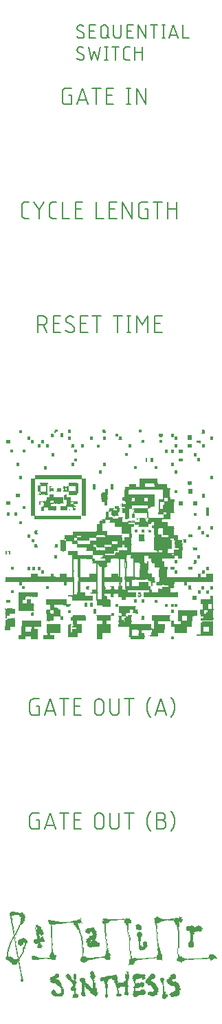
<source format=gbr>
G04 EAGLE Gerber RS-274X export*
G75*
%MOMM*%
%FSLAX34Y34*%
%LPD*%
%INSilkscreen Top*%
%IPPOS*%
%AMOC8*
5,1,8,0,0,1.08239X$1,22.5*%
G01*
%ADD10C,0.152400*%
%ADD11R,0.800000X0.025000*%
%ADD12R,0.850000X0.025000*%
%ADD13R,1.350000X0.025000*%
%ADD14R,0.675000X0.025000*%
%ADD15R,1.750000X0.025000*%
%ADD16R,0.125000X0.025000*%
%ADD17R,0.150000X0.025000*%
%ADD18R,0.175000X0.025000*%
%ADD19R,0.200000X0.025000*%
%ADD20R,0.375000X0.025000*%
%ADD21R,1.850000X0.025000*%
%ADD22R,0.100000X0.025000*%
%ADD23R,1.925000X0.025000*%
%ADD24R,1.125000X0.025000*%
%ADD25R,0.825000X0.025000*%
%ADD26R,1.950000X0.025000*%
%ADD27R,0.950000X0.025000*%
%ADD28R,2.325000X0.025000*%
%ADD29R,1.050000X0.025000*%
%ADD30R,2.300000X0.025000*%
%ADD31R,0.350000X0.025000*%
%ADD32R,0.750000X0.025000*%
%ADD33R,2.275000X0.025000*%
%ADD34R,2.225000X0.025000*%
%ADD35R,0.025000X0.025000*%
%ADD36R,0.975000X0.025000*%
%ADD37R,1.975000X0.025000*%
%ADD38R,0.075000X0.025000*%
%ADD39R,0.050000X0.025000*%
%ADD40R,1.525000X0.025000*%
%ADD41R,0.250000X0.025000*%
%ADD42R,0.275000X0.025000*%
%ADD43R,0.325000X0.025000*%
%ADD44R,1.150000X0.025000*%
%ADD45R,1.725000X0.025000*%
%ADD46R,0.775000X0.025000*%
%ADD47R,1.675000X0.025000*%
%ADD48R,1.550000X0.025000*%
%ADD49R,1.700000X0.025000*%
%ADD50R,1.575000X0.025000*%
%ADD51R,1.175000X0.025000*%
%ADD52R,0.450000X0.025000*%
%ADD53R,0.400000X0.025000*%
%ADD54R,0.550000X0.025000*%
%ADD55R,0.425000X0.025000*%
%ADD56R,0.525000X0.025000*%
%ADD57R,0.500000X0.025000*%
%ADD58R,0.600000X0.025000*%
%ADD59R,1.650000X0.025000*%
%ADD60R,0.625000X0.025000*%
%ADD61R,2.750000X0.025000*%
%ADD62R,1.300000X0.025000*%
%ADD63R,1.325000X0.025000*%
%ADD64R,1.075000X0.025000*%
%ADD65R,3.975000X0.025000*%
%ADD66R,2.150000X0.025000*%
%ADD67R,4.000000X0.025000*%
%ADD68R,2.175000X0.025000*%
%ADD69R,1.100000X0.025000*%
%ADD70R,2.575000X0.025000*%
%ADD71R,1.025000X0.025000*%
%ADD72R,1.400000X0.025000*%
%ADD73R,1.625000X0.025000*%
%ADD74R,0.475000X0.025000*%
%ADD75R,1.600000X0.025000*%
%ADD76R,1.425000X0.025000*%
%ADD77R,0.300000X0.025000*%
%ADD78R,2.000000X0.025000*%
%ADD79R,0.900000X0.025000*%
%ADD80R,0.925000X0.025000*%
%ADD81R,1.825000X0.025000*%
%ADD82R,1.275000X0.025000*%
%ADD83R,0.225000X0.025000*%
%ADD84R,0.725000X0.025000*%
%ADD85R,1.250000X0.025000*%
%ADD86R,1.225000X0.025000*%
%ADD87R,0.575000X0.025000*%
%ADD88R,2.125000X0.025000*%
%ADD89R,2.025000X0.025000*%
%ADD90R,1.500000X0.025000*%
%ADD91R,0.650000X0.025000*%
%ADD92R,0.875000X0.025000*%
%ADD93R,1.375000X0.025000*%
%ADD94R,0.700000X0.025000*%
%ADD95R,2.100000X0.025000*%
%ADD96R,2.075000X0.025000*%
%ADD97R,1.875000X0.025000*%
%ADD98R,1.000000X0.025000*%
%ADD99R,2.975000X0.025000*%
%ADD100R,2.475000X0.025000*%
%ADD101R,1.475000X0.025000*%
%ADD102R,1.775000X0.025000*%
%ADD103R,2.500000X0.025000*%
%ADD104R,4.150000X0.025000*%
%ADD105R,2.650000X0.025000*%
%ADD106R,2.900000X0.025000*%
%ADD107R,3.050000X0.025000*%
%ADD108R,3.250000X0.025000*%
%ADD109R,1.450000X0.025000*%
%ADD110R,4.975000X0.025000*%
%ADD111R,3.175000X0.025000*%
%ADD112R,3.100000X0.025000*%
%ADD113R,3.075000X0.025000*%
%ADD114R,3.125000X0.025000*%
%ADD115R,5.200000X0.025000*%
%ADD116R,8.475000X0.025000*%
%ADD117R,2.450000X0.025000*%
%ADD118R,6.675000X0.025000*%
%ADD119R,1.200000X0.025000*%
%ADD120R,3.650000X0.025000*%
%ADD121R,2.250000X0.025000*%
%ADD122R,3.300000X0.025000*%
%ADD123R,2.950000X0.025000*%
%ADD124R,3.025000X0.025000*%
%ADD125R,3.200000X0.025000*%
%ADD126R,3.000000X0.025000*%
%ADD127R,2.800000X0.025000*%
%ADD128R,2.600000X0.025000*%
%ADD129R,2.850000X0.025000*%
%ADD130R,2.675000X0.025000*%
%ADD131R,2.550000X0.025000*%
%ADD132R,5.325000X0.025000*%
%ADD133R,5.000000X0.025000*%
%ADD134R,6.950000X0.025000*%
%ADD135R,6.975000X0.025000*%
%ADD136R,7.000000X0.025000*%
%ADD137R,7.125000X0.025000*%
%ADD138R,7.025000X0.025000*%
%ADD139R,2.625000X0.025000*%
%ADD140R,6.900000X0.025000*%
%ADD141R,2.200000X0.025000*%
%ADD142R,6.875000X0.025000*%
%ADD143R,6.425000X0.025000*%
%ADD144R,3.400000X0.025000*%
%ADD145R,5.150000X0.025000*%
%ADD146R,3.150000X0.025000*%
%ADD147R,2.925000X0.025000*%
%ADD148R,7.075000X0.025000*%
%ADD149R,5.075000X0.025000*%
%ADD150R,4.300000X0.025000*%
%ADD151R,2.700000X0.025000*%
%ADD152R,2.050000X0.025000*%
%ADD153R,1.900000X0.025000*%
%ADD154R,2.425000X0.025000*%
%ADD155R,2.825000X0.025000*%
%ADD156R,5.725000X0.025000*%
%ADD157R,5.750000X0.025000*%
%ADD158R,3.800000X0.025000*%
%ADD159R,4.025000X0.025000*%
%ADD160R,3.625000X0.025000*%
%ADD161R,3.375000X0.025000*%
%ADD162R,5.575000X0.025000*%
%ADD163R,5.800000X0.025000*%
%ADD164R,3.875000X0.025000*%
%ADD165R,0.240000X0.080000*%
%ADD166R,0.560000X0.080000*%
%ADD167R,0.640000X0.080000*%
%ADD168R,0.400000X0.080000*%
%ADD169R,0.320000X0.080000*%
%ADD170R,0.960000X0.080000*%
%ADD171R,0.160000X0.080000*%
%ADD172R,0.480000X0.080000*%
%ADD173R,0.880000X0.080000*%
%ADD174R,1.200000X0.080000*%
%ADD175R,0.080000X0.080000*%
%ADD176R,0.720000X0.080000*%
%ADD177R,1.040000X0.080000*%
%ADD178R,1.360000X0.080000*%
%ADD179R,1.120000X0.080000*%
%ADD180R,1.280000X0.080000*%
%ADD181R,1.520000X0.080000*%
%ADD182R,1.440000X0.080000*%
%ADD183R,0.800000X0.080000*%
%ADD184R,1.600000X0.080000*%
%ADD185R,2.080000X0.080000*%
%ADD186R,2.000000X0.080000*%
%ADD187R,1.840000X0.080000*%
%ADD188R,2.240000X0.080000*%
%ADD189R,2.320000X0.080000*%
%ADD190R,2.960000X0.080000*%
%ADD191R,2.160000X0.080000*%
%ADD192R,1.920000X0.080000*%
%ADD193R,1.760000X0.080000*%
%ADD194R,3.920000X0.080000*%
%ADD195R,3.440000X0.080000*%
%ADD196R,2.400000X0.080000*%
%ADD197R,1.680000X0.080000*%
%ADD198C,0.177800*%


D10*
X114136Y1252030D02*
X114254Y1252032D01*
X114372Y1252038D01*
X114490Y1252047D01*
X114607Y1252061D01*
X114724Y1252078D01*
X114841Y1252099D01*
X114956Y1252124D01*
X115071Y1252153D01*
X115185Y1252186D01*
X115297Y1252222D01*
X115408Y1252262D01*
X115518Y1252305D01*
X115627Y1252352D01*
X115734Y1252402D01*
X115839Y1252457D01*
X115942Y1252514D01*
X116043Y1252575D01*
X116143Y1252639D01*
X116240Y1252706D01*
X116335Y1252776D01*
X116427Y1252850D01*
X116518Y1252926D01*
X116605Y1253006D01*
X116690Y1253088D01*
X116772Y1253173D01*
X116852Y1253260D01*
X116928Y1253351D01*
X117002Y1253443D01*
X117072Y1253538D01*
X117139Y1253635D01*
X117203Y1253735D01*
X117264Y1253836D01*
X117321Y1253939D01*
X117376Y1254044D01*
X117426Y1254151D01*
X117473Y1254260D01*
X117516Y1254370D01*
X117556Y1254481D01*
X117592Y1254593D01*
X117625Y1254707D01*
X117654Y1254822D01*
X117679Y1254937D01*
X117700Y1255054D01*
X117717Y1255171D01*
X117731Y1255288D01*
X117740Y1255406D01*
X117746Y1255524D01*
X117748Y1255642D01*
X114136Y1252030D02*
X113953Y1252032D01*
X113771Y1252039D01*
X113589Y1252050D01*
X113407Y1252065D01*
X113225Y1252085D01*
X113044Y1252108D01*
X112864Y1252137D01*
X112684Y1252169D01*
X112505Y1252206D01*
X112328Y1252247D01*
X112151Y1252293D01*
X111975Y1252342D01*
X111801Y1252396D01*
X111627Y1252454D01*
X111456Y1252516D01*
X111286Y1252582D01*
X111117Y1252653D01*
X110950Y1252727D01*
X110785Y1252805D01*
X110622Y1252887D01*
X110461Y1252973D01*
X110302Y1253063D01*
X110145Y1253157D01*
X109991Y1253254D01*
X109839Y1253355D01*
X109689Y1253460D01*
X109542Y1253568D01*
X109398Y1253679D01*
X109256Y1253794D01*
X109117Y1253913D01*
X108981Y1254035D01*
X108848Y1254160D01*
X108718Y1254288D01*
X109169Y1264673D02*
X109171Y1264791D01*
X109177Y1264909D01*
X109186Y1265027D01*
X109200Y1265144D01*
X109217Y1265261D01*
X109238Y1265378D01*
X109263Y1265493D01*
X109292Y1265608D01*
X109325Y1265722D01*
X109361Y1265834D01*
X109401Y1265945D01*
X109444Y1266055D01*
X109491Y1266164D01*
X109541Y1266271D01*
X109596Y1266376D01*
X109653Y1266479D01*
X109714Y1266580D01*
X109778Y1266680D01*
X109845Y1266777D01*
X109915Y1266872D01*
X109989Y1266964D01*
X110065Y1267055D01*
X110145Y1267142D01*
X110227Y1267227D01*
X110312Y1267309D01*
X110399Y1267389D01*
X110490Y1267465D01*
X110582Y1267539D01*
X110677Y1267609D01*
X110774Y1267676D01*
X110874Y1267740D01*
X110975Y1267801D01*
X111078Y1267859D01*
X111183Y1267913D01*
X111290Y1267963D01*
X111399Y1268010D01*
X111509Y1268054D01*
X111620Y1268093D01*
X111733Y1268129D01*
X111846Y1268162D01*
X111961Y1268191D01*
X112076Y1268216D01*
X112193Y1268237D01*
X112310Y1268254D01*
X112427Y1268268D01*
X112545Y1268277D01*
X112663Y1268283D01*
X112781Y1268285D01*
X112942Y1268283D01*
X113104Y1268277D01*
X113265Y1268268D01*
X113426Y1268254D01*
X113586Y1268237D01*
X113746Y1268216D01*
X113906Y1268191D01*
X114065Y1268162D01*
X114223Y1268130D01*
X114380Y1268094D01*
X114536Y1268054D01*
X114692Y1268010D01*
X114846Y1267962D01*
X114999Y1267911D01*
X115151Y1267857D01*
X115302Y1267798D01*
X115451Y1267737D01*
X115598Y1267671D01*
X115744Y1267602D01*
X115889Y1267530D01*
X116031Y1267454D01*
X116172Y1267375D01*
X116311Y1267293D01*
X116447Y1267207D01*
X116582Y1267118D01*
X116715Y1267026D01*
X116845Y1266930D01*
X110974Y1261512D02*
X110873Y1261574D01*
X110773Y1261639D01*
X110676Y1261708D01*
X110581Y1261780D01*
X110488Y1261854D01*
X110398Y1261932D01*
X110310Y1262013D01*
X110225Y1262096D01*
X110143Y1262182D01*
X110064Y1262271D01*
X109987Y1262362D01*
X109914Y1262456D01*
X109843Y1262552D01*
X109776Y1262650D01*
X109712Y1262750D01*
X109651Y1262853D01*
X109594Y1262957D01*
X109540Y1263063D01*
X109490Y1263171D01*
X109443Y1263280D01*
X109399Y1263391D01*
X109359Y1263503D01*
X109323Y1263617D01*
X109291Y1263731D01*
X109262Y1263847D01*
X109237Y1263963D01*
X109216Y1264080D01*
X109199Y1264198D01*
X109185Y1264316D01*
X109176Y1264435D01*
X109170Y1264554D01*
X109168Y1264673D01*
X115942Y1258803D02*
X116043Y1258741D01*
X116143Y1258676D01*
X116240Y1258607D01*
X116335Y1258535D01*
X116428Y1258461D01*
X116518Y1258383D01*
X116606Y1258302D01*
X116691Y1258219D01*
X116773Y1258133D01*
X116852Y1258044D01*
X116929Y1257953D01*
X117002Y1257859D01*
X117073Y1257763D01*
X117140Y1257665D01*
X117204Y1257565D01*
X117265Y1257462D01*
X117322Y1257358D01*
X117376Y1257252D01*
X117426Y1257144D01*
X117473Y1257035D01*
X117517Y1256924D01*
X117557Y1256812D01*
X117593Y1256698D01*
X117625Y1256584D01*
X117654Y1256468D01*
X117679Y1256352D01*
X117700Y1256235D01*
X117717Y1256117D01*
X117731Y1255999D01*
X117740Y1255880D01*
X117746Y1255761D01*
X117748Y1255642D01*
X115942Y1258803D02*
X110975Y1261512D01*
X124378Y1252029D02*
X131603Y1252029D01*
X124378Y1252029D02*
X124378Y1268285D01*
X131603Y1268285D01*
X129797Y1261060D02*
X124378Y1261060D01*
X138211Y1263770D02*
X138211Y1256545D01*
X138210Y1263770D02*
X138212Y1263903D01*
X138218Y1264035D01*
X138228Y1264167D01*
X138241Y1264299D01*
X138259Y1264431D01*
X138280Y1264561D01*
X138305Y1264692D01*
X138334Y1264821D01*
X138367Y1264949D01*
X138403Y1265077D01*
X138443Y1265203D01*
X138487Y1265328D01*
X138535Y1265452D01*
X138586Y1265574D01*
X138641Y1265695D01*
X138699Y1265814D01*
X138761Y1265932D01*
X138826Y1266047D01*
X138895Y1266161D01*
X138966Y1266272D01*
X139042Y1266381D01*
X139120Y1266488D01*
X139201Y1266593D01*
X139286Y1266695D01*
X139373Y1266795D01*
X139463Y1266892D01*
X139556Y1266987D01*
X139652Y1267078D01*
X139750Y1267167D01*
X139851Y1267253D01*
X139955Y1267336D01*
X140061Y1267416D01*
X140169Y1267492D01*
X140279Y1267566D01*
X140392Y1267636D01*
X140506Y1267703D01*
X140623Y1267766D01*
X140741Y1267826D01*
X140861Y1267883D01*
X140983Y1267936D01*
X141106Y1267985D01*
X141230Y1268031D01*
X141356Y1268073D01*
X141483Y1268111D01*
X141611Y1268146D01*
X141740Y1268177D01*
X141869Y1268204D01*
X142000Y1268227D01*
X142131Y1268247D01*
X142263Y1268262D01*
X142395Y1268274D01*
X142527Y1268282D01*
X142660Y1268286D01*
X142792Y1268286D01*
X142925Y1268282D01*
X143057Y1268274D01*
X143189Y1268262D01*
X143321Y1268247D01*
X143452Y1268227D01*
X143583Y1268204D01*
X143712Y1268177D01*
X143841Y1268146D01*
X143969Y1268111D01*
X144096Y1268073D01*
X144222Y1268031D01*
X144346Y1267985D01*
X144469Y1267936D01*
X144591Y1267883D01*
X144711Y1267826D01*
X144829Y1267766D01*
X144946Y1267703D01*
X145060Y1267636D01*
X145173Y1267566D01*
X145283Y1267492D01*
X145391Y1267416D01*
X145497Y1267336D01*
X145601Y1267253D01*
X145702Y1267167D01*
X145800Y1267078D01*
X145896Y1266987D01*
X145989Y1266892D01*
X146079Y1266795D01*
X146166Y1266695D01*
X146251Y1266593D01*
X146332Y1266488D01*
X146410Y1266381D01*
X146486Y1266272D01*
X146557Y1266161D01*
X146626Y1266047D01*
X146691Y1265932D01*
X146753Y1265814D01*
X146811Y1265695D01*
X146866Y1265574D01*
X146917Y1265452D01*
X146965Y1265328D01*
X147009Y1265203D01*
X147049Y1265077D01*
X147085Y1264949D01*
X147118Y1264821D01*
X147147Y1264692D01*
X147172Y1264561D01*
X147193Y1264431D01*
X147211Y1264299D01*
X147224Y1264167D01*
X147234Y1264035D01*
X147240Y1263903D01*
X147242Y1263770D01*
X147242Y1256545D01*
X147240Y1256412D01*
X147234Y1256280D01*
X147224Y1256148D01*
X147211Y1256016D01*
X147193Y1255884D01*
X147172Y1255754D01*
X147147Y1255623D01*
X147118Y1255494D01*
X147085Y1255366D01*
X147049Y1255238D01*
X147009Y1255112D01*
X146965Y1254987D01*
X146917Y1254863D01*
X146866Y1254741D01*
X146811Y1254620D01*
X146753Y1254501D01*
X146691Y1254383D01*
X146626Y1254268D01*
X146557Y1254154D01*
X146486Y1254043D01*
X146410Y1253934D01*
X146332Y1253827D01*
X146251Y1253722D01*
X146166Y1253620D01*
X146079Y1253520D01*
X145989Y1253423D01*
X145896Y1253328D01*
X145800Y1253237D01*
X145702Y1253148D01*
X145601Y1253062D01*
X145497Y1252979D01*
X145391Y1252899D01*
X145283Y1252823D01*
X145173Y1252749D01*
X145060Y1252679D01*
X144946Y1252612D01*
X144829Y1252549D01*
X144711Y1252489D01*
X144591Y1252432D01*
X144469Y1252379D01*
X144346Y1252330D01*
X144222Y1252284D01*
X144096Y1252242D01*
X143969Y1252204D01*
X143841Y1252169D01*
X143712Y1252138D01*
X143583Y1252111D01*
X143452Y1252088D01*
X143321Y1252068D01*
X143189Y1252053D01*
X143057Y1252041D01*
X142925Y1252033D01*
X142792Y1252029D01*
X142660Y1252029D01*
X142527Y1252033D01*
X142395Y1252041D01*
X142263Y1252053D01*
X142131Y1252068D01*
X142000Y1252088D01*
X141869Y1252111D01*
X141740Y1252138D01*
X141611Y1252169D01*
X141483Y1252204D01*
X141356Y1252242D01*
X141230Y1252284D01*
X141106Y1252330D01*
X140983Y1252379D01*
X140861Y1252432D01*
X140741Y1252489D01*
X140623Y1252549D01*
X140506Y1252612D01*
X140392Y1252679D01*
X140279Y1252749D01*
X140169Y1252823D01*
X140061Y1252899D01*
X139955Y1252979D01*
X139851Y1253062D01*
X139750Y1253148D01*
X139652Y1253237D01*
X139556Y1253328D01*
X139463Y1253423D01*
X139373Y1253520D01*
X139286Y1253620D01*
X139201Y1253722D01*
X139120Y1253827D01*
X139042Y1253934D01*
X138966Y1254043D01*
X138895Y1254154D01*
X138826Y1254268D01*
X138761Y1254383D01*
X138699Y1254501D01*
X138641Y1254620D01*
X138586Y1254741D01*
X138535Y1254863D01*
X138487Y1254987D01*
X138443Y1255112D01*
X138403Y1255238D01*
X138367Y1255366D01*
X138334Y1255494D01*
X138305Y1255623D01*
X138280Y1255754D01*
X138259Y1255884D01*
X138241Y1256016D01*
X138228Y1256148D01*
X138218Y1256280D01*
X138212Y1256412D01*
X138210Y1256545D01*
X145436Y1255642D02*
X149048Y1252029D01*
X154048Y1256545D02*
X154048Y1268285D01*
X154047Y1256545D02*
X154049Y1256412D01*
X154055Y1256280D01*
X154065Y1256148D01*
X154078Y1256016D01*
X154096Y1255884D01*
X154117Y1255754D01*
X154142Y1255623D01*
X154171Y1255494D01*
X154204Y1255366D01*
X154240Y1255238D01*
X154280Y1255112D01*
X154324Y1254987D01*
X154372Y1254863D01*
X154423Y1254741D01*
X154478Y1254620D01*
X154536Y1254501D01*
X154598Y1254383D01*
X154663Y1254268D01*
X154732Y1254154D01*
X154803Y1254043D01*
X154879Y1253934D01*
X154957Y1253827D01*
X155038Y1253722D01*
X155123Y1253620D01*
X155210Y1253520D01*
X155300Y1253423D01*
X155393Y1253328D01*
X155489Y1253237D01*
X155587Y1253148D01*
X155688Y1253062D01*
X155792Y1252979D01*
X155898Y1252899D01*
X156006Y1252823D01*
X156116Y1252749D01*
X156229Y1252679D01*
X156343Y1252612D01*
X156460Y1252549D01*
X156578Y1252489D01*
X156698Y1252432D01*
X156820Y1252379D01*
X156943Y1252330D01*
X157067Y1252284D01*
X157193Y1252242D01*
X157320Y1252204D01*
X157448Y1252169D01*
X157577Y1252138D01*
X157706Y1252111D01*
X157837Y1252088D01*
X157968Y1252068D01*
X158100Y1252053D01*
X158232Y1252041D01*
X158364Y1252033D01*
X158497Y1252029D01*
X158629Y1252029D01*
X158762Y1252033D01*
X158894Y1252041D01*
X159026Y1252053D01*
X159158Y1252068D01*
X159289Y1252088D01*
X159420Y1252111D01*
X159549Y1252138D01*
X159678Y1252169D01*
X159806Y1252204D01*
X159933Y1252242D01*
X160059Y1252284D01*
X160183Y1252330D01*
X160306Y1252379D01*
X160428Y1252432D01*
X160548Y1252489D01*
X160666Y1252549D01*
X160783Y1252612D01*
X160897Y1252679D01*
X161010Y1252749D01*
X161120Y1252823D01*
X161228Y1252899D01*
X161334Y1252979D01*
X161438Y1253062D01*
X161539Y1253148D01*
X161637Y1253237D01*
X161733Y1253328D01*
X161826Y1253423D01*
X161916Y1253520D01*
X162003Y1253620D01*
X162088Y1253722D01*
X162169Y1253827D01*
X162247Y1253934D01*
X162323Y1254043D01*
X162394Y1254154D01*
X162463Y1254268D01*
X162528Y1254383D01*
X162590Y1254501D01*
X162648Y1254620D01*
X162703Y1254741D01*
X162754Y1254863D01*
X162802Y1254987D01*
X162846Y1255112D01*
X162886Y1255238D01*
X162922Y1255366D01*
X162955Y1255494D01*
X162984Y1255623D01*
X163009Y1255754D01*
X163030Y1255884D01*
X163048Y1256016D01*
X163061Y1256148D01*
X163071Y1256280D01*
X163077Y1256412D01*
X163079Y1256545D01*
X163079Y1268285D01*
X170751Y1252029D02*
X177976Y1252029D01*
X170751Y1252029D02*
X170751Y1268285D01*
X177976Y1268285D01*
X176169Y1261060D02*
X170751Y1261060D01*
X184268Y1268285D02*
X184268Y1252029D01*
X193299Y1252029D02*
X184268Y1268285D01*
X193299Y1268285D02*
X193299Y1252029D01*
X203894Y1252029D02*
X203894Y1268285D01*
X208409Y1268285D02*
X199378Y1268285D01*
X215357Y1268285D02*
X215357Y1252029D01*
X213551Y1252029D02*
X217163Y1252029D01*
X217163Y1268285D02*
X213551Y1268285D01*
X227862Y1268285D02*
X222443Y1252029D01*
X233280Y1252029D02*
X227862Y1268285D01*
X231926Y1256093D02*
X223798Y1256093D01*
X239528Y1252029D02*
X239528Y1268285D01*
X239528Y1252029D02*
X246753Y1252029D01*
X117748Y1228972D02*
X117746Y1228854D01*
X117740Y1228736D01*
X117731Y1228618D01*
X117717Y1228501D01*
X117700Y1228384D01*
X117679Y1228267D01*
X117654Y1228152D01*
X117625Y1228037D01*
X117592Y1227923D01*
X117556Y1227811D01*
X117516Y1227700D01*
X117473Y1227590D01*
X117426Y1227481D01*
X117376Y1227374D01*
X117321Y1227269D01*
X117264Y1227166D01*
X117203Y1227065D01*
X117139Y1226965D01*
X117072Y1226868D01*
X117002Y1226773D01*
X116928Y1226681D01*
X116852Y1226590D01*
X116772Y1226503D01*
X116690Y1226418D01*
X116605Y1226336D01*
X116518Y1226256D01*
X116427Y1226180D01*
X116335Y1226106D01*
X116240Y1226036D01*
X116143Y1225969D01*
X116043Y1225905D01*
X115942Y1225844D01*
X115839Y1225787D01*
X115734Y1225732D01*
X115627Y1225682D01*
X115518Y1225635D01*
X115408Y1225592D01*
X115297Y1225552D01*
X115185Y1225516D01*
X115071Y1225483D01*
X114956Y1225454D01*
X114841Y1225429D01*
X114724Y1225408D01*
X114607Y1225391D01*
X114490Y1225377D01*
X114372Y1225368D01*
X114254Y1225362D01*
X114136Y1225360D01*
X113953Y1225362D01*
X113771Y1225369D01*
X113589Y1225380D01*
X113407Y1225395D01*
X113225Y1225415D01*
X113044Y1225438D01*
X112864Y1225467D01*
X112684Y1225499D01*
X112505Y1225536D01*
X112328Y1225577D01*
X112151Y1225623D01*
X111975Y1225672D01*
X111801Y1225726D01*
X111627Y1225784D01*
X111456Y1225846D01*
X111286Y1225912D01*
X111117Y1225983D01*
X110950Y1226057D01*
X110785Y1226135D01*
X110622Y1226217D01*
X110461Y1226303D01*
X110302Y1226393D01*
X110145Y1226487D01*
X109991Y1226584D01*
X109839Y1226685D01*
X109689Y1226790D01*
X109542Y1226898D01*
X109398Y1227009D01*
X109256Y1227124D01*
X109117Y1227243D01*
X108981Y1227365D01*
X108848Y1227490D01*
X108718Y1227618D01*
X109169Y1238003D02*
X109171Y1238121D01*
X109177Y1238239D01*
X109186Y1238357D01*
X109200Y1238474D01*
X109217Y1238591D01*
X109238Y1238708D01*
X109263Y1238823D01*
X109292Y1238938D01*
X109325Y1239052D01*
X109361Y1239164D01*
X109401Y1239275D01*
X109444Y1239385D01*
X109491Y1239494D01*
X109541Y1239601D01*
X109596Y1239706D01*
X109653Y1239809D01*
X109714Y1239910D01*
X109778Y1240010D01*
X109845Y1240107D01*
X109915Y1240202D01*
X109989Y1240294D01*
X110065Y1240385D01*
X110145Y1240472D01*
X110227Y1240557D01*
X110312Y1240639D01*
X110399Y1240719D01*
X110490Y1240795D01*
X110582Y1240869D01*
X110677Y1240939D01*
X110774Y1241006D01*
X110874Y1241070D01*
X110975Y1241131D01*
X111078Y1241189D01*
X111183Y1241243D01*
X111290Y1241293D01*
X111399Y1241340D01*
X111509Y1241384D01*
X111620Y1241423D01*
X111733Y1241459D01*
X111846Y1241492D01*
X111961Y1241521D01*
X112076Y1241546D01*
X112193Y1241567D01*
X112310Y1241584D01*
X112427Y1241598D01*
X112545Y1241607D01*
X112663Y1241613D01*
X112781Y1241615D01*
X112942Y1241613D01*
X113104Y1241607D01*
X113265Y1241598D01*
X113426Y1241584D01*
X113586Y1241567D01*
X113746Y1241546D01*
X113906Y1241521D01*
X114065Y1241492D01*
X114223Y1241460D01*
X114380Y1241424D01*
X114536Y1241384D01*
X114692Y1241340D01*
X114846Y1241292D01*
X114999Y1241241D01*
X115151Y1241187D01*
X115302Y1241128D01*
X115451Y1241067D01*
X115598Y1241001D01*
X115744Y1240932D01*
X115889Y1240860D01*
X116031Y1240784D01*
X116172Y1240705D01*
X116311Y1240623D01*
X116447Y1240537D01*
X116582Y1240448D01*
X116715Y1240356D01*
X116845Y1240260D01*
X110974Y1234842D02*
X110873Y1234904D01*
X110773Y1234969D01*
X110676Y1235038D01*
X110581Y1235110D01*
X110488Y1235184D01*
X110398Y1235262D01*
X110310Y1235343D01*
X110225Y1235426D01*
X110143Y1235512D01*
X110064Y1235601D01*
X109987Y1235692D01*
X109914Y1235786D01*
X109843Y1235882D01*
X109776Y1235980D01*
X109712Y1236080D01*
X109651Y1236183D01*
X109594Y1236287D01*
X109540Y1236393D01*
X109490Y1236501D01*
X109443Y1236610D01*
X109399Y1236721D01*
X109359Y1236833D01*
X109323Y1236947D01*
X109291Y1237061D01*
X109262Y1237177D01*
X109237Y1237293D01*
X109216Y1237410D01*
X109199Y1237528D01*
X109185Y1237646D01*
X109176Y1237765D01*
X109170Y1237884D01*
X109168Y1238003D01*
X115942Y1232133D02*
X116043Y1232071D01*
X116143Y1232006D01*
X116240Y1231937D01*
X116335Y1231865D01*
X116428Y1231791D01*
X116518Y1231713D01*
X116606Y1231632D01*
X116691Y1231549D01*
X116773Y1231463D01*
X116852Y1231374D01*
X116929Y1231283D01*
X117002Y1231189D01*
X117073Y1231093D01*
X117140Y1230995D01*
X117204Y1230895D01*
X117265Y1230792D01*
X117322Y1230688D01*
X117376Y1230582D01*
X117426Y1230474D01*
X117473Y1230365D01*
X117517Y1230254D01*
X117557Y1230142D01*
X117593Y1230028D01*
X117625Y1229914D01*
X117654Y1229798D01*
X117679Y1229682D01*
X117700Y1229565D01*
X117717Y1229447D01*
X117731Y1229329D01*
X117740Y1229210D01*
X117746Y1229091D01*
X117748Y1228972D01*
X115942Y1232133D02*
X110975Y1234842D01*
X123202Y1241615D02*
X126815Y1225359D01*
X130427Y1236197D01*
X134039Y1225359D01*
X137652Y1241615D01*
X145016Y1241615D02*
X145016Y1225359D01*
X143210Y1225359D02*
X146822Y1225359D01*
X146822Y1241615D02*
X143210Y1241615D01*
X156479Y1241615D02*
X156479Y1225359D01*
X151963Y1241615D02*
X160995Y1241615D01*
X170126Y1225359D02*
X173738Y1225359D01*
X170126Y1225360D02*
X170008Y1225362D01*
X169890Y1225368D01*
X169772Y1225377D01*
X169655Y1225391D01*
X169538Y1225408D01*
X169421Y1225429D01*
X169306Y1225454D01*
X169191Y1225483D01*
X169077Y1225516D01*
X168965Y1225552D01*
X168854Y1225592D01*
X168744Y1225635D01*
X168635Y1225682D01*
X168528Y1225732D01*
X168423Y1225787D01*
X168320Y1225844D01*
X168219Y1225905D01*
X168119Y1225969D01*
X168022Y1226036D01*
X167927Y1226106D01*
X167835Y1226180D01*
X167744Y1226256D01*
X167657Y1226336D01*
X167572Y1226418D01*
X167490Y1226503D01*
X167410Y1226590D01*
X167334Y1226681D01*
X167260Y1226773D01*
X167190Y1226868D01*
X167123Y1226965D01*
X167059Y1227065D01*
X166998Y1227166D01*
X166941Y1227269D01*
X166886Y1227374D01*
X166836Y1227481D01*
X166789Y1227590D01*
X166746Y1227700D01*
X166706Y1227811D01*
X166670Y1227923D01*
X166637Y1228037D01*
X166608Y1228152D01*
X166583Y1228267D01*
X166562Y1228384D01*
X166545Y1228501D01*
X166531Y1228618D01*
X166522Y1228736D01*
X166516Y1228854D01*
X166514Y1228972D01*
X166513Y1228972D02*
X166513Y1238003D01*
X166514Y1238003D02*
X166516Y1238121D01*
X166522Y1238239D01*
X166531Y1238357D01*
X166545Y1238474D01*
X166562Y1238591D01*
X166583Y1238708D01*
X166608Y1238823D01*
X166637Y1238938D01*
X166670Y1239052D01*
X166706Y1239164D01*
X166746Y1239275D01*
X166789Y1239385D01*
X166836Y1239494D01*
X166886Y1239601D01*
X166940Y1239706D01*
X166998Y1239809D01*
X167059Y1239910D01*
X167123Y1240010D01*
X167190Y1240107D01*
X167260Y1240202D01*
X167334Y1240294D01*
X167410Y1240385D01*
X167490Y1240472D01*
X167572Y1240557D01*
X167657Y1240639D01*
X167744Y1240719D01*
X167835Y1240795D01*
X167927Y1240869D01*
X168022Y1240939D01*
X168119Y1241006D01*
X168219Y1241070D01*
X168320Y1241131D01*
X168423Y1241188D01*
X168528Y1241242D01*
X168635Y1241293D01*
X168744Y1241340D01*
X168854Y1241383D01*
X168965Y1241423D01*
X169077Y1241459D01*
X169191Y1241492D01*
X169306Y1241521D01*
X169421Y1241546D01*
X169538Y1241567D01*
X169655Y1241584D01*
X169772Y1241598D01*
X169890Y1241607D01*
X170008Y1241613D01*
X170126Y1241615D01*
X173738Y1241615D01*
X180100Y1241615D02*
X180100Y1225359D01*
X180100Y1234390D02*
X189131Y1234390D01*
X189131Y1241615D02*
X189131Y1225359D01*
D11*
X41375Y514500D03*
D12*
X56375Y514500D03*
D13*
X74125Y514500D03*
D14*
X136750Y514500D03*
D15*
X183625Y514500D03*
D16*
X225500Y514500D03*
D17*
X227625Y514500D03*
D11*
X41375Y514750D03*
D12*
X56375Y514750D03*
D13*
X74125Y514750D03*
D14*
X136750Y514750D03*
D15*
X183625Y514750D03*
D17*
X225625Y514750D03*
D18*
X227500Y514750D03*
D11*
X41375Y515000D03*
D12*
X56375Y515000D03*
D13*
X74125Y515000D03*
D14*
X136750Y515000D03*
D15*
X183625Y515000D03*
D17*
X225625Y515000D03*
D18*
X227500Y515000D03*
D11*
X41375Y515250D03*
D12*
X56375Y515250D03*
D13*
X74125Y515250D03*
D14*
X136750Y515250D03*
D15*
X183625Y515250D03*
D17*
X225625Y515250D03*
D19*
X227625Y515250D03*
D11*
X41375Y515500D03*
D12*
X56375Y515500D03*
D13*
X74125Y515500D03*
D14*
X136750Y515500D03*
D15*
X183625Y515500D03*
D17*
X225625Y515500D03*
D19*
X227625Y515500D03*
D11*
X41375Y515750D03*
D12*
X56375Y515750D03*
D13*
X74125Y515750D03*
D14*
X136750Y515750D03*
D15*
X183625Y515750D03*
D20*
X226750Y515750D03*
D11*
X41375Y516000D03*
D12*
X56375Y516000D03*
D13*
X74125Y516000D03*
D14*
X136750Y516000D03*
D15*
X183625Y516000D03*
D20*
X226750Y516000D03*
D11*
X41375Y516250D03*
D12*
X56375Y516250D03*
D13*
X74125Y516250D03*
D14*
X136750Y516250D03*
D15*
X183625Y516250D03*
D20*
X226750Y516250D03*
D11*
X41375Y516500D03*
D12*
X56375Y516500D03*
D13*
X74125Y516500D03*
D14*
X136750Y516500D03*
D21*
X183125Y516500D03*
D22*
X225625Y516500D03*
D16*
X227750Y516500D03*
D11*
X41375Y516750D03*
D12*
X56375Y516750D03*
D13*
X74125Y516750D03*
D14*
X136750Y516750D03*
D23*
X182750Y516750D03*
D11*
X41375Y517000D03*
D12*
X56375Y517000D03*
D13*
X74125Y517000D03*
D24*
X103750Y517000D03*
D14*
X136750Y517000D03*
D23*
X182750Y517000D03*
D25*
X41500Y517250D03*
D12*
X56375Y517250D03*
D13*
X74125Y517250D03*
D24*
X103750Y517250D03*
D14*
X136750Y517250D03*
D26*
X182625Y517250D03*
D27*
X203875Y517250D03*
D28*
X49000Y517500D03*
D13*
X74125Y517500D03*
D24*
X103750Y517500D03*
D14*
X136750Y517500D03*
D26*
X182625Y517500D03*
D29*
X203375Y517500D03*
D28*
X49000Y517750D03*
D13*
X74125Y517750D03*
D24*
X103750Y517750D03*
D14*
X136750Y517750D03*
D23*
X182750Y517750D03*
D29*
X203375Y517750D03*
D30*
X49125Y518000D03*
D13*
X74125Y518000D03*
D24*
X103750Y518000D03*
D14*
X136750Y518000D03*
D31*
X174875Y518000D03*
D32*
X188625Y518000D03*
D29*
X203375Y518000D03*
D33*
X49250Y518250D03*
D13*
X74125Y518250D03*
D24*
X103750Y518250D03*
D14*
X136750Y518250D03*
D31*
X174875Y518250D03*
D32*
X188625Y518250D03*
D29*
X203375Y518250D03*
D34*
X49500Y518500D03*
D13*
X74125Y518500D03*
D24*
X103750Y518500D03*
D14*
X136750Y518500D03*
D31*
X174875Y518500D03*
D32*
X188625Y518500D03*
D35*
X198250Y518500D03*
D36*
X203750Y518500D03*
D37*
X266750Y518500D03*
D38*
X39500Y518750D03*
D35*
X40250Y518750D03*
D37*
X50750Y518750D03*
D25*
X76250Y518750D03*
D24*
X103750Y518750D03*
D14*
X136750Y518750D03*
D31*
X174875Y518750D03*
D32*
X188625Y518750D03*
D35*
X199500Y518750D03*
D25*
X204500Y518750D03*
D37*
X266750Y518750D03*
X50750Y519000D03*
D20*
X74250Y519000D03*
D24*
X103750Y519000D03*
D14*
X136750Y519000D03*
D31*
X174875Y519000D03*
D38*
X185250Y519000D03*
D39*
X186375Y519000D03*
X187125Y519000D03*
D35*
X188000Y519000D03*
D20*
X190500Y519000D03*
D25*
X204500Y519000D03*
D37*
X266750Y519000D03*
X50750Y519250D03*
D31*
X74375Y519250D03*
D24*
X103750Y519250D03*
D14*
X136750Y519250D03*
D31*
X174875Y519250D03*
D18*
X185750Y519250D03*
D38*
X187250Y519250D03*
D20*
X190500Y519250D03*
D25*
X204500Y519250D03*
D37*
X266750Y519250D03*
D26*
X50875Y519500D03*
D31*
X74375Y519500D03*
D24*
X103750Y519500D03*
D14*
X136750Y519500D03*
D31*
X174875Y519500D03*
D18*
X185750Y519500D03*
D17*
X187625Y519500D03*
D20*
X190500Y519500D03*
D25*
X204500Y519500D03*
D40*
X269000Y519500D03*
D26*
X50875Y519750D03*
D31*
X74375Y519750D03*
D24*
X103750Y519750D03*
D14*
X136750Y519750D03*
D31*
X174875Y519750D03*
D35*
X185000Y519750D03*
D41*
X186875Y519750D03*
D20*
X190500Y519750D03*
D25*
X204500Y519750D03*
D40*
X269000Y519750D03*
D26*
X50875Y520000D03*
D31*
X74375Y520000D03*
D24*
X103750Y520000D03*
D14*
X136750Y520000D03*
D31*
X174875Y520000D03*
D35*
X185000Y520000D03*
D39*
X185625Y520000D03*
D19*
X187125Y520000D03*
D20*
X190500Y520000D03*
D12*
X204375Y520000D03*
D40*
X269000Y520000D03*
D26*
X50875Y520250D03*
D31*
X74375Y520250D03*
D24*
X103750Y520250D03*
D14*
X136750Y520250D03*
D31*
X174875Y520250D03*
D35*
X185000Y520250D03*
D42*
X186750Y520250D03*
D20*
X190500Y520250D03*
D12*
X204375Y520250D03*
D40*
X269000Y520250D03*
D26*
X50875Y520500D03*
D31*
X74375Y520500D03*
D24*
X103750Y520500D03*
D14*
X136750Y520500D03*
D31*
X174875Y520500D03*
D43*
X186500Y520500D03*
D20*
X190500Y520500D03*
D12*
X204375Y520500D03*
D40*
X269000Y520500D03*
D26*
X50875Y520750D03*
D31*
X74375Y520750D03*
D24*
X103750Y520750D03*
D14*
X136750Y520750D03*
D31*
X174875Y520750D03*
D43*
X186500Y520750D03*
D20*
X190500Y520750D03*
D25*
X204500Y520750D03*
D40*
X269000Y520750D03*
D26*
X50875Y521000D03*
D31*
X74375Y521000D03*
D24*
X103750Y521000D03*
D14*
X136750Y521000D03*
D31*
X174875Y521000D03*
D43*
X186500Y521000D03*
D20*
X190500Y521000D03*
D25*
X204500Y521000D03*
D40*
X269000Y521000D03*
D26*
X50875Y521250D03*
D31*
X74375Y521250D03*
D24*
X103750Y521250D03*
D14*
X136750Y521250D03*
D31*
X174875Y521250D03*
D43*
X186500Y521250D03*
D20*
X190500Y521250D03*
D25*
X204500Y521250D03*
D40*
X269000Y521250D03*
D26*
X50875Y521500D03*
D20*
X74250Y521500D03*
D44*
X103875Y521500D03*
D45*
X142000Y521500D03*
D31*
X174875Y521500D03*
D43*
X186500Y521500D03*
D46*
X204750Y521500D03*
D40*
X269000Y521500D03*
D26*
X50875Y521750D03*
D47*
X80000Y521750D03*
X106500Y521750D03*
D45*
X142000Y521750D03*
D31*
X174875Y521750D03*
D41*
X186125Y521750D03*
D35*
X188000Y521750D03*
D48*
X208875Y521750D03*
X236625Y521750D03*
D40*
X269000Y521750D03*
D26*
X50875Y522000D03*
D49*
X79875Y522000D03*
D47*
X106500Y522000D03*
D45*
X142000Y522000D03*
D31*
X174875Y522000D03*
D43*
X186500Y522000D03*
D50*
X209000Y522000D03*
D48*
X236625Y522000D03*
D40*
X269000Y522000D03*
D26*
X50875Y522250D03*
D49*
X79875Y522250D03*
D20*
X100000Y522250D03*
D51*
X109000Y522250D03*
D45*
X142000Y522250D03*
D31*
X174875Y522250D03*
D43*
X186500Y522250D03*
D50*
X209000Y522250D03*
D48*
X236625Y522250D03*
D40*
X269000Y522250D03*
D26*
X50875Y522500D03*
D49*
X79875Y522500D03*
D20*
X100000Y522500D03*
D51*
X109000Y522500D03*
D45*
X142000Y522500D03*
D31*
X174875Y522500D03*
D43*
X186500Y522500D03*
D50*
X209000Y522500D03*
D48*
X236625Y522500D03*
D40*
X269000Y522500D03*
D52*
X43375Y522750D03*
D12*
X56375Y522750D03*
D49*
X79875Y522750D03*
D20*
X100000Y522750D03*
D51*
X109000Y522750D03*
D45*
X142000Y522750D03*
D20*
X174750Y522750D03*
D43*
X186500Y522750D03*
D50*
X209000Y522750D03*
D48*
X236625Y522750D03*
D53*
X263375Y522750D03*
D54*
X273875Y522750D03*
D55*
X43250Y523000D03*
D12*
X56375Y523000D03*
D49*
X79875Y523000D03*
D20*
X100000Y523000D03*
D51*
X109000Y523000D03*
D45*
X142000Y523000D03*
D20*
X174750Y523000D03*
D43*
X186500Y523000D03*
D50*
X209000Y523000D03*
D48*
X236625Y523000D03*
D20*
X263250Y523000D03*
D56*
X273750Y523000D03*
D55*
X43250Y523250D03*
D25*
X56500Y523250D03*
D49*
X79875Y523250D03*
D20*
X100000Y523250D03*
D51*
X109000Y523250D03*
D45*
X142000Y523250D03*
D31*
X174875Y523250D03*
D43*
X186500Y523250D03*
D50*
X209000Y523250D03*
D48*
X236625Y523250D03*
D20*
X263250Y523250D03*
D56*
X273750Y523250D03*
D55*
X43250Y523500D03*
D25*
X56500Y523500D03*
D49*
X79875Y523500D03*
D20*
X100000Y523500D03*
D51*
X109000Y523500D03*
D45*
X142000Y523500D03*
D31*
X174875Y523500D03*
X186625Y523500D03*
D50*
X209000Y523500D03*
D48*
X236625Y523500D03*
D20*
X263250Y523500D03*
D57*
X273625Y523500D03*
D55*
X43250Y523750D03*
D25*
X56500Y523750D03*
D49*
X79875Y523750D03*
D20*
X100000Y523750D03*
D51*
X109000Y523750D03*
D45*
X142000Y523750D03*
D31*
X174875Y523750D03*
D43*
X186500Y523750D03*
D50*
X209000Y523750D03*
D48*
X236625Y523750D03*
D20*
X263250Y523750D03*
D57*
X273625Y523750D03*
D55*
X43250Y524000D03*
D25*
X56500Y524000D03*
D49*
X79875Y524000D03*
D20*
X100000Y524000D03*
D51*
X109000Y524000D03*
D45*
X142000Y524000D03*
D31*
X174875Y524000D03*
D43*
X186500Y524000D03*
D50*
X209000Y524000D03*
D48*
X236625Y524000D03*
D20*
X263250Y524000D03*
D57*
X273625Y524000D03*
D55*
X43250Y524250D03*
D25*
X56500Y524250D03*
D49*
X79875Y524250D03*
D20*
X100000Y524250D03*
D51*
X109000Y524250D03*
D45*
X142000Y524250D03*
D31*
X174875Y524250D03*
D43*
X186500Y524250D03*
D50*
X209000Y524250D03*
D48*
X236625Y524250D03*
D20*
X263250Y524250D03*
D57*
X273625Y524250D03*
D55*
X43250Y524500D03*
D25*
X56500Y524500D03*
D49*
X79875Y524500D03*
D20*
X100000Y524500D03*
D51*
X109000Y524500D03*
D45*
X142000Y524500D03*
D20*
X174750Y524500D03*
D31*
X186625Y524500D03*
D50*
X209000Y524500D03*
D48*
X236625Y524500D03*
D20*
X263250Y524500D03*
D57*
X273625Y524500D03*
D55*
X43250Y524750D03*
D25*
X56500Y524750D03*
D49*
X79875Y524750D03*
D20*
X100000Y524750D03*
D51*
X109000Y524750D03*
D45*
X142000Y524750D03*
D20*
X174750Y524750D03*
D31*
X186625Y524750D03*
D50*
X209000Y524750D03*
D48*
X236625Y524750D03*
D20*
X263250Y524750D03*
D57*
X273625Y524750D03*
D55*
X43250Y525000D03*
D25*
X56500Y525000D03*
D49*
X79875Y525000D03*
D20*
X100000Y525000D03*
D51*
X109000Y525000D03*
D45*
X142000Y525000D03*
D20*
X174750Y525000D03*
D31*
X186625Y525000D03*
D50*
X209000Y525000D03*
D48*
X236625Y525000D03*
D20*
X263250Y525000D03*
D57*
X273625Y525000D03*
D55*
X43250Y525250D03*
D25*
X56500Y525250D03*
D49*
X79875Y525250D03*
D20*
X100000Y525250D03*
D51*
X109000Y525250D03*
D45*
X142000Y525250D03*
D20*
X174750Y525250D03*
X186500Y525250D03*
D50*
X209000Y525250D03*
D48*
X236625Y525250D03*
D20*
X263250Y525250D03*
D57*
X273625Y525250D03*
D58*
X23625Y525500D03*
D55*
X43250Y525500D03*
D25*
X56500Y525500D03*
D49*
X79875Y525500D03*
D20*
X100000Y525500D03*
D51*
X109000Y525500D03*
D45*
X142000Y525500D03*
D20*
X174750Y525500D03*
D35*
X178750Y525500D03*
D59*
X192125Y525500D03*
D50*
X209000Y525500D03*
D48*
X236625Y525500D03*
D20*
X263250Y525500D03*
D57*
X273625Y525500D03*
D60*
X23750Y525750D03*
D55*
X43250Y525750D03*
D25*
X56500Y525750D03*
D49*
X79875Y525750D03*
D20*
X100000Y525750D03*
D51*
X109000Y525750D03*
D45*
X142000Y525750D03*
D32*
X176625Y525750D03*
D39*
X180875Y525750D03*
D50*
X192500Y525750D03*
X209000Y525750D03*
D48*
X236625Y525750D03*
D20*
X263250Y525750D03*
D57*
X273625Y525750D03*
D60*
X23750Y526000D03*
D55*
X43250Y526000D03*
D53*
X54375Y526000D03*
D49*
X79875Y526000D03*
D20*
X100000Y526000D03*
D51*
X109000Y526000D03*
D45*
X142000Y526000D03*
D61*
X186625Y526000D03*
D50*
X209000Y526000D03*
D48*
X236625Y526000D03*
D20*
X263250Y526000D03*
D57*
X273625Y526000D03*
D60*
X23750Y526250D03*
D55*
X43250Y526250D03*
D53*
X54375Y526250D03*
D49*
X79875Y526250D03*
D20*
X100000Y526250D03*
D51*
X109000Y526250D03*
D45*
X142000Y526250D03*
D61*
X186625Y526250D03*
D22*
X201625Y526250D03*
D62*
X210375Y526250D03*
D48*
X236625Y526250D03*
D20*
X263250Y526250D03*
D57*
X273625Y526250D03*
D58*
X23625Y526500D03*
D55*
X43250Y526500D03*
D53*
X54375Y526500D03*
D49*
X79875Y526500D03*
D20*
X100000Y526500D03*
D14*
X111500Y526500D03*
D45*
X142000Y526500D03*
D61*
X186625Y526500D03*
D22*
X201625Y526500D03*
D63*
X210250Y526500D03*
D48*
X236625Y526500D03*
D20*
X263250Y526500D03*
D57*
X273625Y526500D03*
D58*
X23625Y526750D03*
D55*
X43250Y526750D03*
D53*
X54375Y526750D03*
D49*
X79875Y526750D03*
D20*
X100000Y526750D03*
D14*
X111500Y526750D03*
D45*
X142000Y526750D03*
D61*
X186625Y526750D03*
D22*
X201625Y526750D03*
D63*
X210250Y526750D03*
D48*
X236625Y526750D03*
D20*
X263250Y526750D03*
D57*
X273625Y526750D03*
D60*
X23750Y527000D03*
D55*
X43250Y527000D03*
D53*
X54375Y527000D03*
D49*
X79875Y527000D03*
D20*
X100000Y527000D03*
D14*
X111500Y527000D03*
D45*
X142000Y527000D03*
D61*
X186625Y527000D03*
D62*
X210375Y527000D03*
D48*
X236625Y527000D03*
D20*
X263250Y527000D03*
D57*
X273625Y527000D03*
D58*
X23625Y527250D03*
D55*
X43250Y527250D03*
D53*
X54375Y527250D03*
D49*
X79875Y527250D03*
D20*
X100000Y527250D03*
D14*
X111500Y527250D03*
D45*
X142000Y527250D03*
D61*
X186625Y527250D03*
D62*
X210375Y527250D03*
D48*
X236625Y527250D03*
D20*
X263250Y527250D03*
D57*
X273625Y527250D03*
D58*
X23625Y527500D03*
D55*
X43250Y527500D03*
D53*
X54375Y527500D03*
D49*
X79875Y527500D03*
D20*
X100000Y527500D03*
D14*
X111500Y527500D03*
D45*
X142000Y527500D03*
D61*
X186625Y527500D03*
D62*
X210375Y527500D03*
D48*
X236625Y527500D03*
D20*
X263250Y527500D03*
D56*
X273750Y527500D03*
D58*
X23625Y527750D03*
D55*
X43250Y527750D03*
D53*
X54375Y527750D03*
D49*
X79875Y527750D03*
D20*
X100000Y527750D03*
D14*
X111500Y527750D03*
D45*
X142000Y527750D03*
D61*
X186625Y527750D03*
D62*
X210375Y527750D03*
D48*
X236625Y527750D03*
D20*
X263250Y527750D03*
D56*
X273750Y527750D03*
D58*
X23625Y528000D03*
D55*
X43250Y528000D03*
D53*
X54375Y528000D03*
D49*
X79875Y528000D03*
D20*
X100000Y528000D03*
D14*
X111500Y528000D03*
D45*
X142000Y528000D03*
D61*
X186625Y528000D03*
D62*
X210375Y528000D03*
D48*
X236625Y528000D03*
D20*
X263250Y528000D03*
D54*
X273875Y528000D03*
D58*
X23625Y528250D03*
D55*
X43250Y528250D03*
D53*
X54375Y528250D03*
D49*
X79875Y528250D03*
D20*
X100000Y528250D03*
D14*
X111500Y528250D03*
D45*
X142000Y528250D03*
D61*
X186625Y528250D03*
D62*
X210375Y528250D03*
D48*
X236625Y528250D03*
D20*
X263250Y528250D03*
D54*
X273875Y528250D03*
D58*
X23625Y528500D03*
D55*
X43250Y528500D03*
D53*
X54375Y528500D03*
D49*
X79875Y528500D03*
D20*
X100000Y528500D03*
D14*
X111500Y528500D03*
D45*
X142000Y528500D03*
D61*
X186625Y528500D03*
D62*
X210375Y528500D03*
D48*
X236625Y528500D03*
D20*
X263250Y528500D03*
D54*
X273875Y528500D03*
D58*
X23625Y528750D03*
D55*
X43250Y528750D03*
D53*
X54375Y528750D03*
D49*
X79875Y528750D03*
D20*
X100000Y528750D03*
D24*
X109250Y528750D03*
D45*
X142000Y528750D03*
D61*
X186625Y528750D03*
D62*
X210375Y528750D03*
D48*
X236625Y528750D03*
D20*
X263250Y528750D03*
D54*
X273875Y528750D03*
D58*
X23625Y529000D03*
D55*
X43250Y529000D03*
D53*
X54375Y529000D03*
D49*
X79875Y529000D03*
D20*
X100000Y529000D03*
D24*
X109250Y529000D03*
D45*
X142000Y529000D03*
D61*
X186625Y529000D03*
D62*
X210375Y529000D03*
D48*
X236625Y529000D03*
D20*
X263250Y529000D03*
D54*
X273875Y529000D03*
D58*
X23625Y529250D03*
D52*
X43375Y529250D03*
D55*
X54250Y529250D03*
D49*
X79875Y529250D03*
D20*
X100000Y529250D03*
D64*
X109500Y529250D03*
D45*
X142000Y529250D03*
D61*
X186625Y529250D03*
D62*
X210375Y529250D03*
D50*
X236750Y529250D03*
D20*
X263250Y529250D03*
D54*
X273875Y529250D03*
D60*
X23750Y529500D03*
D48*
X48875Y529500D03*
D49*
X79875Y529500D03*
D20*
X100000Y529500D03*
D64*
X109500Y529500D03*
D45*
X142000Y529500D03*
D65*
X180500Y529500D03*
D62*
X210375Y529500D03*
D41*
X227125Y529500D03*
D66*
X239625Y529500D03*
D20*
X263250Y529500D03*
D54*
X273875Y529500D03*
D51*
X26500Y529750D03*
D28*
X52750Y529750D03*
D49*
X79875Y529750D03*
D20*
X100000Y529750D03*
D64*
X109500Y529750D03*
D45*
X142000Y529750D03*
D67*
X180375Y529750D03*
D62*
X210375Y529750D03*
D20*
X226500Y529750D03*
D68*
X239500Y529750D03*
D40*
X269000Y529750D03*
D51*
X26500Y530000D03*
D28*
X52750Y530000D03*
D49*
X79875Y530000D03*
D20*
X100000Y530000D03*
D69*
X109375Y530000D03*
D45*
X142000Y530000D03*
D67*
X180375Y530000D03*
D62*
X210375Y530000D03*
D20*
X226500Y530000D03*
D68*
X239500Y530000D03*
D40*
X269000Y530000D03*
D51*
X26500Y530250D03*
D28*
X52750Y530250D03*
D49*
X79875Y530250D03*
D20*
X100000Y530250D03*
D69*
X109375Y530250D03*
D45*
X142000Y530250D03*
D67*
X180375Y530250D03*
D62*
X210375Y530250D03*
D20*
X226500Y530250D03*
D68*
X239500Y530250D03*
D40*
X269000Y530250D03*
D51*
X26500Y530500D03*
D28*
X52750Y530500D03*
D49*
X79875Y530500D03*
D20*
X100000Y530500D03*
D69*
X109375Y530500D03*
D45*
X142000Y530500D03*
D67*
X180375Y530500D03*
D62*
X210375Y530500D03*
D20*
X226500Y530500D03*
D68*
X239500Y530500D03*
D40*
X269000Y530500D03*
D51*
X26500Y530750D03*
D28*
X52750Y530750D03*
D49*
X79875Y530750D03*
D20*
X100000Y530750D03*
D64*
X109500Y530750D03*
D45*
X142000Y530750D03*
D67*
X180375Y530750D03*
D62*
X210375Y530750D03*
D70*
X237500Y530750D03*
D40*
X269000Y530750D03*
D51*
X26500Y531000D03*
D28*
X52750Y531000D03*
D47*
X80000Y531000D03*
D20*
X100000Y531000D03*
D64*
X109500Y531000D03*
D45*
X142000Y531000D03*
D67*
X180375Y531000D03*
D62*
X210375Y531000D03*
D70*
X237500Y531000D03*
D40*
X269000Y531000D03*
D51*
X26500Y531250D03*
D28*
X52750Y531250D03*
D47*
X80000Y531250D03*
D20*
X100000Y531250D03*
D64*
X109500Y531250D03*
D15*
X141875Y531250D03*
D67*
X180375Y531250D03*
D62*
X210375Y531250D03*
D70*
X237500Y531250D03*
D40*
X269000Y531250D03*
D51*
X26500Y531500D03*
D28*
X52750Y531500D03*
D49*
X79875Y531500D03*
D19*
X100875Y531500D03*
D64*
X109500Y531500D03*
D15*
X141875Y531500D03*
D67*
X180375Y531500D03*
D62*
X210375Y531500D03*
D53*
X226625Y531500D03*
D66*
X239625Y531500D03*
D40*
X269000Y531500D03*
D51*
X26500Y531750D03*
D28*
X52750Y531750D03*
D18*
X101000Y531750D03*
D57*
X106625Y531750D03*
D71*
X145500Y531750D03*
D67*
X180375Y531750D03*
D57*
X206375Y531750D03*
D20*
X226500Y531750D03*
D72*
X243375Y531750D03*
D40*
X269000Y531750D03*
D51*
X26500Y532000D03*
D28*
X52750Y532000D03*
D22*
X100625Y532000D03*
D57*
X106625Y532000D03*
D55*
X142500Y532000D03*
D73*
X168500Y532000D03*
D57*
X206375Y532000D03*
D20*
X226500Y532000D03*
D72*
X243375Y532000D03*
D40*
X269000Y532000D03*
D51*
X26500Y532250D03*
D28*
X52750Y532250D03*
D74*
X106500Y532250D03*
D55*
X142500Y532250D03*
D75*
X168375Y532250D03*
D57*
X206375Y532250D03*
D20*
X226500Y532250D03*
D72*
X243375Y532250D03*
D40*
X269000Y532250D03*
D51*
X26500Y532500D03*
D28*
X52750Y532500D03*
D57*
X106625Y532500D03*
D55*
X142500Y532500D03*
D75*
X168375Y532500D03*
D57*
X206375Y532500D03*
D20*
X226500Y532500D03*
D72*
X243375Y532500D03*
D40*
X269000Y532500D03*
D51*
X26500Y532750D03*
D28*
X52750Y532750D03*
D57*
X106625Y532750D03*
D55*
X142500Y532750D03*
D75*
X168375Y532750D03*
D57*
X206375Y532750D03*
D20*
X226500Y532750D03*
D72*
X243375Y532750D03*
D40*
X269000Y532750D03*
D51*
X26500Y533000D03*
D28*
X52750Y533000D03*
D57*
X106625Y533000D03*
D55*
X142500Y533000D03*
D75*
X168375Y533000D03*
D57*
X206375Y533000D03*
D20*
X226500Y533000D03*
D72*
X243375Y533000D03*
D40*
X269000Y533000D03*
D51*
X26500Y533250D03*
D28*
X52750Y533250D03*
D57*
X106625Y533250D03*
D55*
X142500Y533250D03*
D75*
X168375Y533250D03*
D57*
X206375Y533250D03*
D20*
X226500Y533250D03*
D72*
X243375Y533250D03*
D40*
X269000Y533250D03*
D51*
X26500Y533500D03*
D28*
X52750Y533500D03*
D57*
X106625Y533500D03*
D55*
X142500Y533500D03*
D75*
X168375Y533500D03*
D57*
X206375Y533500D03*
D20*
X226500Y533500D03*
D72*
X243375Y533500D03*
D40*
X269000Y533500D03*
D51*
X26500Y533750D03*
D28*
X52750Y533750D03*
D57*
X106625Y533750D03*
D55*
X142500Y533750D03*
D75*
X168375Y533750D03*
D57*
X206375Y533750D03*
D20*
X226500Y533750D03*
D72*
X243375Y533750D03*
D40*
X269000Y533750D03*
D51*
X26500Y534000D03*
D28*
X52750Y534000D03*
D57*
X106625Y534000D03*
D55*
X142500Y534000D03*
D75*
X168375Y534000D03*
D57*
X206375Y534000D03*
D20*
X226500Y534000D03*
D72*
X243375Y534000D03*
D76*
X269500Y534000D03*
D51*
X26500Y534250D03*
D28*
X52750Y534250D03*
D57*
X106625Y534250D03*
D55*
X142500Y534250D03*
D75*
X168375Y534250D03*
D57*
X206375Y534250D03*
D20*
X226500Y534250D03*
D72*
X243375Y534250D03*
D62*
X270125Y534250D03*
D51*
X26500Y534500D03*
D28*
X52750Y534500D03*
D57*
X106625Y534500D03*
D55*
X142500Y534500D03*
D75*
X168375Y534500D03*
D57*
X206375Y534500D03*
D20*
X226500Y534500D03*
D72*
X243375Y534500D03*
D62*
X270125Y534500D03*
D51*
X26500Y534750D03*
D28*
X52750Y534750D03*
D57*
X106625Y534750D03*
D55*
X142500Y534750D03*
D75*
X168375Y534750D03*
D57*
X206375Y534750D03*
D20*
X226500Y534750D03*
D72*
X243375Y534750D03*
D62*
X270125Y534750D03*
D51*
X26500Y535000D03*
D28*
X52750Y535000D03*
D74*
X106500Y535000D03*
D55*
X142500Y535000D03*
D75*
X168375Y535000D03*
D57*
X206375Y535000D03*
D20*
X226500Y535000D03*
D72*
X243375Y535000D03*
D62*
X270125Y535000D03*
D51*
X26500Y535250D03*
D28*
X52750Y535250D03*
D74*
X106500Y535250D03*
D55*
X142500Y535250D03*
D60*
X163500Y535250D03*
D25*
X172250Y535250D03*
D57*
X206375Y535250D03*
D20*
X226500Y535250D03*
D72*
X243375Y535250D03*
D35*
X268000Y535250D03*
X270500Y535250D03*
D74*
X274250Y535250D03*
D51*
X26500Y535500D03*
D28*
X52750Y535500D03*
D74*
X106500Y535500D03*
D55*
X142500Y535500D03*
D60*
X163500Y535500D03*
D25*
X172250Y535500D03*
D57*
X206375Y535500D03*
D20*
X226500Y535500D03*
D72*
X243375Y535500D03*
D51*
X26500Y535750D03*
D28*
X52750Y535750D03*
D74*
X106500Y535750D03*
D55*
X142500Y535750D03*
D60*
X163500Y535750D03*
D11*
X172375Y535750D03*
D57*
X206375Y535750D03*
D20*
X226500Y535750D03*
D72*
X243375Y535750D03*
D51*
X26500Y536000D03*
D28*
X52750Y536000D03*
D74*
X106500Y536000D03*
D55*
X142500Y536000D03*
D60*
X163500Y536000D03*
D11*
X172375Y536000D03*
D57*
X206375Y536000D03*
D20*
X226500Y536000D03*
D72*
X243375Y536000D03*
D51*
X26500Y536250D03*
D57*
X106625Y536250D03*
D55*
X142500Y536250D03*
D60*
X163500Y536250D03*
D25*
X172250Y536250D03*
D57*
X206375Y536250D03*
D52*
X236125Y536250D03*
D58*
X247375Y536250D03*
D51*
X26500Y536500D03*
D39*
X71875Y536500D03*
D77*
X74375Y536500D03*
D57*
X106625Y536500D03*
D74*
X142500Y536500D03*
D60*
X163500Y536500D03*
D12*
X172125Y536500D03*
D78*
X213875Y536500D03*
D52*
X236125Y536500D03*
D58*
X247375Y536500D03*
D51*
X26500Y536750D03*
D79*
X75875Y536750D03*
D50*
X112000Y536750D03*
D45*
X142000Y536750D03*
D75*
X168375Y536750D03*
D78*
X213875Y536750D03*
D52*
X236125Y536750D03*
D58*
X247375Y536750D03*
D51*
X26500Y537000D03*
D79*
X75875Y537000D03*
D50*
X112000Y537000D03*
D45*
X142000Y537000D03*
D56*
X163000Y537000D03*
D80*
X171750Y537000D03*
D33*
X212500Y537000D03*
D52*
X236125Y537000D03*
D58*
X247375Y537000D03*
D35*
X272500Y537000D03*
D19*
X273875Y537000D03*
D51*
X26500Y537250D03*
D79*
X75875Y537250D03*
D81*
X110500Y537250D03*
D45*
X142000Y537250D03*
D53*
X162375Y537250D03*
D79*
X171875Y537250D03*
D33*
X212500Y537250D03*
D52*
X236125Y537250D03*
D58*
X247375Y537250D03*
D40*
X269000Y537250D03*
D36*
X27500Y537500D03*
D79*
X75875Y537500D03*
D43*
X90000Y537500D03*
D21*
X110625Y537500D03*
D45*
X142000Y537500D03*
D53*
X162375Y537500D03*
D79*
X171875Y537500D03*
D33*
X212500Y537500D03*
D52*
X236125Y537500D03*
D58*
X247375Y537500D03*
D40*
X269000Y537500D03*
D27*
X27625Y537750D03*
D80*
X76000Y537750D03*
D43*
X90000Y537750D03*
D21*
X110625Y537750D03*
D45*
X142000Y537750D03*
D53*
X162375Y537750D03*
D79*
X171875Y537750D03*
D43*
X189750Y537750D03*
D33*
X212500Y537750D03*
D52*
X236125Y537750D03*
D58*
X247375Y537750D03*
D40*
X269000Y537750D03*
D27*
X27625Y538000D03*
D80*
X76000Y538000D03*
D43*
X90000Y538000D03*
D81*
X110500Y538000D03*
D45*
X142000Y538000D03*
D53*
X162375Y538000D03*
D79*
X171875Y538000D03*
D77*
X189875Y538000D03*
D33*
X212500Y538000D03*
D52*
X236125Y538000D03*
D58*
X247375Y538000D03*
D40*
X269000Y538000D03*
D80*
X27750Y538250D03*
X76000Y538250D03*
D43*
X90000Y538250D03*
D21*
X110625Y538250D03*
D45*
X142000Y538250D03*
D53*
X162375Y538250D03*
D79*
X171875Y538250D03*
D77*
X189875Y538250D03*
D33*
X212500Y538250D03*
D52*
X236125Y538250D03*
D58*
X247375Y538250D03*
D40*
X269000Y538250D03*
D80*
X27750Y538500D03*
X76000Y538500D03*
D43*
X90000Y538500D03*
D21*
X110625Y538500D03*
D45*
X142000Y538500D03*
D53*
X162375Y538500D03*
D79*
X171875Y538500D03*
D77*
X189875Y538500D03*
D33*
X212500Y538500D03*
D52*
X236125Y538500D03*
D58*
X247375Y538500D03*
D40*
X269000Y538500D03*
D80*
X27750Y538750D03*
X76000Y538750D03*
D43*
X90000Y538750D03*
D21*
X110625Y538750D03*
D45*
X142000Y538750D03*
D53*
X162375Y538750D03*
D79*
X171875Y538750D03*
D77*
X189875Y538750D03*
D33*
X212500Y538750D03*
D52*
X236125Y538750D03*
D58*
X247375Y538750D03*
D82*
X270250Y538750D03*
D80*
X27750Y539000D03*
X76000Y539000D03*
D43*
X90000Y539000D03*
D81*
X110500Y539000D03*
D45*
X142000Y539000D03*
D53*
X162375Y539000D03*
D79*
X171875Y539000D03*
D77*
X189875Y539000D03*
D33*
X212500Y539000D03*
D52*
X236125Y539000D03*
D58*
X247375Y539000D03*
D82*
X270250Y539000D03*
D83*
X29250Y539250D03*
D16*
X31500Y539250D03*
D80*
X76000Y539250D03*
D43*
X90000Y539250D03*
D21*
X110625Y539250D03*
D45*
X142000Y539250D03*
D53*
X162375Y539250D03*
D79*
X171875Y539250D03*
D77*
X189875Y539250D03*
D33*
X212500Y539250D03*
D52*
X236125Y539250D03*
D58*
X247375Y539250D03*
D35*
X262750Y539250D03*
D82*
X270250Y539250D03*
D80*
X76000Y539500D03*
D43*
X90000Y539500D03*
D21*
X110625Y539500D03*
D45*
X142000Y539500D03*
D53*
X162375Y539500D03*
D79*
X171875Y539500D03*
D77*
X189875Y539500D03*
D33*
X212500Y539500D03*
D52*
X236125Y539500D03*
D58*
X247375Y539500D03*
D82*
X270250Y539500D03*
D83*
X21750Y539750D03*
D80*
X76000Y539750D03*
D43*
X90000Y539750D03*
D81*
X110500Y539750D03*
D45*
X142000Y539750D03*
D53*
X162375Y539750D03*
D84*
X172750Y539750D03*
D77*
X189875Y539750D03*
D33*
X212500Y539750D03*
D52*
X236125Y539750D03*
D58*
X247375Y539750D03*
D82*
X270250Y539750D03*
D41*
X21875Y540000D03*
D80*
X76000Y540000D03*
D43*
X90000Y540000D03*
D81*
X110500Y540000D03*
D45*
X142000Y540000D03*
D53*
X162375Y540000D03*
D84*
X172750Y540000D03*
D77*
X189875Y540000D03*
D33*
X212500Y540000D03*
D52*
X236125Y540000D03*
D58*
X247375Y540000D03*
D85*
X270375Y540000D03*
D41*
X21875Y540250D03*
D80*
X76000Y540250D03*
D43*
X90000Y540250D03*
D21*
X110625Y540250D03*
D45*
X142000Y540250D03*
D53*
X162375Y540250D03*
D84*
X172750Y540250D03*
D77*
X189875Y540250D03*
D33*
X212500Y540250D03*
D52*
X236125Y540250D03*
D58*
X247375Y540250D03*
D85*
X270375Y540250D03*
D41*
X21875Y540500D03*
D80*
X76000Y540500D03*
D17*
X89125Y540500D03*
X90875Y540500D03*
D81*
X110500Y540500D03*
D45*
X142000Y540500D03*
D53*
X162375Y540500D03*
D84*
X172750Y540500D03*
D77*
X189875Y540500D03*
D33*
X212500Y540500D03*
D52*
X236125Y540500D03*
D58*
X247375Y540500D03*
D85*
X270375Y540500D03*
D41*
X21875Y540750D03*
D80*
X76000Y540750D03*
D17*
X89125Y540750D03*
X90875Y540750D03*
D81*
X110500Y540750D03*
D45*
X142000Y540750D03*
D53*
X162375Y540750D03*
D84*
X172750Y540750D03*
D77*
X189875Y540750D03*
D33*
X212500Y540750D03*
D52*
X236125Y540750D03*
D58*
X247375Y540750D03*
D85*
X270375Y540750D03*
D41*
X21875Y541000D03*
D80*
X76000Y541000D03*
D43*
X90000Y541000D03*
D73*
X111500Y541000D03*
D45*
X142000Y541000D03*
D53*
X162375Y541000D03*
D84*
X172750Y541000D03*
D77*
X189875Y541000D03*
D33*
X212500Y541000D03*
D52*
X236125Y541000D03*
D58*
X247375Y541000D03*
D85*
X270375Y541000D03*
D41*
X21875Y541250D03*
D80*
X76000Y541250D03*
D43*
X90000Y541250D03*
D75*
X111625Y541250D03*
D45*
X142000Y541250D03*
D53*
X162375Y541250D03*
D84*
X172750Y541250D03*
D77*
X189875Y541250D03*
D33*
X212500Y541250D03*
D52*
X236125Y541250D03*
D58*
X247375Y541250D03*
D85*
X270375Y541250D03*
D41*
X21875Y541500D03*
D80*
X76000Y541500D03*
D43*
X90000Y541500D03*
D75*
X111625Y541500D03*
D45*
X142000Y541500D03*
D53*
X162375Y541500D03*
D84*
X172750Y541500D03*
D77*
X189875Y541500D03*
D33*
X212500Y541500D03*
D52*
X236125Y541500D03*
D58*
X247375Y541500D03*
D85*
X270375Y541500D03*
D41*
X21875Y541750D03*
D80*
X76000Y541750D03*
D16*
X89000Y541750D03*
D38*
X90750Y541750D03*
D75*
X111625Y541750D03*
D15*
X141875Y541750D03*
D55*
X162500Y541750D03*
D39*
X169375Y541750D03*
D55*
X174250Y541750D03*
D77*
X189875Y541750D03*
D33*
X212500Y541750D03*
D52*
X236125Y541750D03*
D58*
X247375Y541750D03*
D86*
X270500Y541750D03*
D41*
X21875Y542000D03*
D47*
X79750Y542000D03*
D75*
X111625Y542000D03*
D45*
X142000Y542000D03*
D74*
X167000Y542000D03*
D53*
X174375Y542000D03*
D33*
X212500Y542000D03*
D52*
X236125Y542000D03*
D58*
X247375Y542000D03*
D85*
X270375Y542000D03*
D41*
X21875Y542250D03*
D47*
X79750Y542250D03*
D75*
X111625Y542250D03*
D15*
X141875Y542250D03*
D52*
X166875Y542250D03*
D53*
X174375Y542250D03*
D33*
X212500Y542250D03*
D52*
X236125Y542250D03*
D79*
X248875Y542250D03*
D50*
X268750Y542250D03*
D87*
X23500Y542500D03*
D47*
X79750Y542500D03*
D75*
X111625Y542500D03*
D15*
X142125Y542500D03*
D52*
X166875Y542500D03*
D53*
X174375Y542500D03*
D33*
X212500Y542500D03*
D30*
X245375Y542500D03*
D50*
X268750Y542500D03*
D87*
X23500Y542750D03*
D35*
X53000Y542750D03*
D39*
X54375Y542750D03*
X55375Y542750D03*
D47*
X79750Y542750D03*
D75*
X111625Y542750D03*
D88*
X144000Y542750D03*
D52*
X166875Y542750D03*
D55*
X174250Y542750D03*
D78*
X213875Y542750D03*
D30*
X245375Y542750D03*
D50*
X268750Y542750D03*
D87*
X23500Y543000D03*
D31*
X54125Y543000D03*
D47*
X79750Y543000D03*
D75*
X111625Y543000D03*
D66*
X143875Y543000D03*
D52*
X166875Y543000D03*
D53*
X174375Y543000D03*
D89*
X213750Y543000D03*
D30*
X245375Y543000D03*
D50*
X268750Y543000D03*
D87*
X23500Y543250D03*
D31*
X54125Y543250D03*
D47*
X79750Y543250D03*
D90*
X111125Y543250D03*
D35*
X119500Y543250D03*
D88*
X144000Y543250D03*
D52*
X166875Y543250D03*
D30*
X245375Y543250D03*
D50*
X268750Y543250D03*
D87*
X23500Y543500D03*
D31*
X54125Y543500D03*
D47*
X79750Y543500D03*
D53*
X152625Y543500D03*
D52*
X166875Y543500D03*
D30*
X245375Y543500D03*
D50*
X268750Y543500D03*
D87*
X23500Y543750D03*
D31*
X54125Y543750D03*
D47*
X79750Y543750D03*
D20*
X152750Y543750D03*
D52*
X166875Y543750D03*
D30*
X245375Y543750D03*
D50*
X268750Y543750D03*
D87*
X23500Y544000D03*
D31*
X54125Y544000D03*
D47*
X79750Y544000D03*
D20*
X152750Y544000D03*
D52*
X166875Y544000D03*
D30*
X245375Y544000D03*
D50*
X268750Y544000D03*
D87*
X23500Y544250D03*
D31*
X54125Y544250D03*
D47*
X79750Y544250D03*
D20*
X152750Y544250D03*
D52*
X166875Y544250D03*
D30*
X245375Y544250D03*
D50*
X268750Y544250D03*
D87*
X23500Y544500D03*
D31*
X54125Y544500D03*
D47*
X79750Y544500D03*
D20*
X152750Y544500D03*
D52*
X166875Y544500D03*
D30*
X245375Y544500D03*
D50*
X268750Y544500D03*
D87*
X23500Y544750D03*
D31*
X54125Y544750D03*
D47*
X79750Y544750D03*
D20*
X152750Y544750D03*
D57*
X166875Y544750D03*
D30*
X245375Y544750D03*
D52*
X263125Y544750D03*
D80*
X272000Y544750D03*
D87*
X23500Y545000D03*
D31*
X54125Y545000D03*
D47*
X79750Y545000D03*
D20*
X152750Y545000D03*
D57*
X166875Y545000D03*
D30*
X245375Y545000D03*
D52*
X263125Y545000D03*
D79*
X272125Y545000D03*
D87*
X23500Y545250D03*
D31*
X54125Y545250D03*
D57*
X73875Y545250D03*
D46*
X84250Y545250D03*
D20*
X152750Y545250D03*
D56*
X166750Y545250D03*
D30*
X245375Y545250D03*
D55*
X263000Y545250D03*
D79*
X272125Y545250D03*
D58*
X23625Y545500D03*
D31*
X54125Y545500D03*
D74*
X73750Y545500D03*
D46*
X84250Y545500D03*
D42*
X130750Y545500D03*
D20*
X152750Y545500D03*
D91*
X166125Y545500D03*
D35*
X183000Y545500D03*
D30*
X245375Y545500D03*
D52*
X263125Y545500D03*
D79*
X272125Y545500D03*
D51*
X26500Y545750D03*
D31*
X54125Y545750D03*
D74*
X73750Y545750D03*
D46*
X84250Y545750D03*
D42*
X130750Y545750D03*
D91*
X166125Y545750D03*
D42*
X182750Y545750D03*
D30*
X245375Y545750D03*
D55*
X263000Y545750D03*
D92*
X272250Y545750D03*
D51*
X26500Y546000D03*
D83*
X53500Y546000D03*
D35*
X55500Y546000D03*
D74*
X73750Y546000D03*
D46*
X84250Y546000D03*
D20*
X99250Y546000D03*
D42*
X130750Y546000D03*
D79*
X164875Y546000D03*
D42*
X182750Y546000D03*
D30*
X245375Y546000D03*
D55*
X263000Y546000D03*
D92*
X272250Y546000D03*
D51*
X26500Y546250D03*
D74*
X73750Y546250D03*
D46*
X84250Y546250D03*
D20*
X99250Y546250D03*
D42*
X130750Y546250D03*
D93*
X167250Y546250D03*
D87*
X181250Y546250D03*
D20*
X226750Y546250D03*
D30*
X245375Y546250D03*
D55*
X263000Y546250D03*
D79*
X272125Y546250D03*
D51*
X26500Y546500D03*
D74*
X73750Y546500D03*
D46*
X84250Y546500D03*
D20*
X99250Y546500D03*
D42*
X130750Y546500D03*
D93*
X167250Y546500D03*
D58*
X181125Y546500D03*
D20*
X226750Y546500D03*
D30*
X245375Y546500D03*
D52*
X263125Y546500D03*
D79*
X272125Y546500D03*
D51*
X26500Y546750D03*
D74*
X73750Y546750D03*
D46*
X84250Y546750D03*
D20*
X99250Y546750D03*
D42*
X130750Y546750D03*
D93*
X167250Y546750D03*
D58*
X181125Y546750D03*
D20*
X226750Y546750D03*
D30*
X245375Y546750D03*
D52*
X263125Y546750D03*
D35*
X268750Y546750D03*
D84*
X273000Y546750D03*
D51*
X26500Y547000D03*
D74*
X73750Y547000D03*
D46*
X84250Y547000D03*
D20*
X99250Y547000D03*
D42*
X130750Y547000D03*
D93*
X167250Y547000D03*
D87*
X181250Y547000D03*
D20*
X226750Y547000D03*
D30*
X245375Y547000D03*
D53*
X263125Y547000D03*
D94*
X273125Y547000D03*
D51*
X26500Y547250D03*
D74*
X73750Y547250D03*
D46*
X84250Y547250D03*
D20*
X99250Y547250D03*
D42*
X130750Y547250D03*
D93*
X167250Y547250D03*
D87*
X181250Y547250D03*
D20*
X226750Y547250D03*
D30*
X245375Y547250D03*
D53*
X263125Y547250D03*
D94*
X273125Y547250D03*
D51*
X26500Y547500D03*
D74*
X73750Y547500D03*
D46*
X84250Y547500D03*
D20*
X99250Y547500D03*
D42*
X130750Y547500D03*
D93*
X167250Y547500D03*
D87*
X181250Y547500D03*
D20*
X226750Y547500D03*
D30*
X245375Y547500D03*
D55*
X263000Y547500D03*
D94*
X273125Y547500D03*
D51*
X26500Y547750D03*
D74*
X73750Y547750D03*
D46*
X84250Y547750D03*
D20*
X99250Y547750D03*
D42*
X130750Y547750D03*
D93*
X167250Y547750D03*
D54*
X181125Y547750D03*
D20*
X226750Y547750D03*
D30*
X245375Y547750D03*
D55*
X263000Y547750D03*
D94*
X273125Y547750D03*
D51*
X26500Y548000D03*
D74*
X73750Y548000D03*
D46*
X84250Y548000D03*
D20*
X99250Y548000D03*
D42*
X130750Y548000D03*
D93*
X167250Y548000D03*
D87*
X181250Y548000D03*
D20*
X226750Y548000D03*
D30*
X245375Y548000D03*
D55*
X263000Y548000D03*
D94*
X273125Y548000D03*
D51*
X26500Y548250D03*
D74*
X73750Y548250D03*
D46*
X84250Y548250D03*
D20*
X99250Y548250D03*
D42*
X130750Y548250D03*
D93*
X167250Y548250D03*
D54*
X181125Y548250D03*
D20*
X226750Y548250D03*
D30*
X245375Y548250D03*
D55*
X263000Y548250D03*
D94*
X273125Y548250D03*
D51*
X26500Y548500D03*
D74*
X73750Y548500D03*
D46*
X84250Y548500D03*
D20*
X99250Y548500D03*
D42*
X130750Y548500D03*
D93*
X167250Y548500D03*
D54*
X181125Y548500D03*
D20*
X226750Y548500D03*
D30*
X245375Y548500D03*
D55*
X263000Y548500D03*
D94*
X273125Y548500D03*
D51*
X26500Y548750D03*
X43250Y548750D03*
D16*
X50000Y548750D03*
D52*
X53625Y548750D03*
D74*
X73750Y548750D03*
D46*
X84250Y548750D03*
D20*
X99250Y548750D03*
D42*
X130750Y548750D03*
D93*
X167250Y548750D03*
D54*
X181125Y548750D03*
D20*
X226750Y548750D03*
D30*
X245375Y548750D03*
D55*
X263000Y548750D03*
D94*
X273125Y548750D03*
D51*
X26500Y549000D03*
D21*
X46625Y549000D03*
D74*
X73750Y549000D03*
D46*
X84250Y549000D03*
D20*
X99250Y549000D03*
D42*
X130750Y549000D03*
D93*
X167250Y549000D03*
D54*
X181125Y549000D03*
D20*
X226750Y549000D03*
D35*
X252000Y549000D03*
D39*
X252875Y549000D03*
D35*
X256750Y549000D03*
D55*
X263000Y549000D03*
D94*
X273125Y549000D03*
D51*
X26500Y549250D03*
D21*
X46625Y549250D03*
D59*
X79875Y549250D03*
D42*
X130750Y549250D03*
D93*
X167250Y549250D03*
D87*
X181250Y549250D03*
D20*
X226750Y549250D03*
D52*
X263125Y549250D03*
D35*
X265750Y549250D03*
D84*
X273000Y549250D03*
D51*
X26500Y549500D03*
D21*
X46625Y549500D03*
D35*
X72750Y549500D03*
D39*
X73625Y549500D03*
X74375Y549500D03*
D38*
X75250Y549500D03*
D86*
X82000Y549500D03*
D42*
X130750Y549500D03*
D93*
X167250Y549500D03*
D87*
X181250Y549500D03*
D39*
X228375Y549500D03*
D63*
X270000Y549500D03*
D51*
X26500Y549750D03*
D21*
X46625Y549750D03*
D35*
X73500Y549750D03*
D86*
X82000Y549750D03*
D42*
X130750Y549750D03*
D93*
X167250Y549750D03*
D87*
X181000Y549750D03*
D62*
X270125Y549750D03*
D51*
X26500Y550000D03*
D21*
X46625Y550000D03*
D64*
X81250Y550000D03*
D39*
X87875Y550000D03*
D42*
X130750Y550000D03*
D93*
X167250Y550000D03*
D58*
X181125Y550000D03*
D82*
X270250Y550000D03*
D51*
X26500Y550250D03*
D21*
X46625Y550250D03*
D64*
X81250Y550250D03*
D42*
X130750Y550250D03*
D95*
X170875Y550250D03*
D82*
X270250Y550250D03*
D38*
X21000Y550500D03*
D84*
X26000Y550500D03*
D21*
X46625Y550500D03*
D64*
X81250Y550500D03*
D42*
X130750Y550500D03*
D96*
X170750Y550500D03*
D84*
X267500Y550500D03*
D17*
X275875Y550500D03*
D35*
X20750Y550750D03*
D84*
X26000Y550750D03*
D21*
X46625Y550750D03*
D64*
X81250Y550750D03*
D96*
X170750Y550750D03*
D94*
X267375Y550750D03*
D17*
X275875Y550750D03*
D35*
X20750Y551000D03*
D84*
X26000Y551000D03*
D21*
X46625Y551000D03*
D71*
X81000Y551000D03*
D96*
X170750Y551000D03*
D94*
X267375Y551000D03*
D16*
X276000Y551000D03*
D35*
X20750Y551250D03*
D84*
X26000Y551250D03*
D21*
X46625Y551250D03*
D36*
X80750Y551250D03*
D96*
X170750Y551250D03*
D94*
X267375Y551250D03*
D16*
X276000Y551250D03*
D35*
X20750Y551500D03*
D84*
X26000Y551500D03*
D21*
X46625Y551500D03*
D80*
X80500Y551500D03*
D96*
X170750Y551500D03*
D94*
X267375Y551500D03*
D16*
X276000Y551500D03*
D21*
X46625Y551750D03*
D80*
X80500Y551750D03*
D96*
X170750Y551750D03*
D94*
X267375Y551750D03*
D16*
X276000Y551750D03*
D21*
X46625Y552000D03*
D79*
X80375Y552000D03*
D96*
X170750Y552000D03*
D94*
X267375Y552000D03*
D16*
X276000Y552000D03*
D21*
X46625Y552250D03*
D74*
X78250Y552250D03*
D96*
X170750Y552250D03*
D94*
X267375Y552250D03*
D16*
X276000Y552250D03*
D21*
X46625Y552500D03*
D52*
X78125Y552500D03*
D96*
X170750Y552500D03*
D94*
X267375Y552500D03*
D16*
X276000Y552500D03*
D21*
X46625Y552750D03*
D52*
X78125Y552750D03*
D96*
X170750Y552750D03*
D94*
X267375Y552750D03*
D16*
X276000Y552750D03*
D21*
X46625Y553000D03*
D52*
X78125Y553000D03*
D96*
X170750Y553000D03*
D94*
X267375Y553000D03*
D16*
X276000Y553000D03*
D21*
X46625Y553250D03*
D52*
X78125Y553250D03*
D96*
X170750Y553250D03*
D94*
X267375Y553250D03*
D16*
X276000Y553250D03*
D21*
X46625Y553500D03*
D52*
X78125Y553500D03*
D42*
X97250Y553500D03*
D96*
X170750Y553500D03*
D94*
X267375Y553500D03*
D16*
X276000Y553500D03*
D21*
X46625Y553750D03*
D52*
X78125Y553750D03*
D77*
X97375Y553750D03*
D96*
X170750Y553750D03*
D53*
X226875Y553750D03*
D94*
X267375Y553750D03*
D16*
X276000Y553750D03*
D21*
X46625Y554000D03*
D52*
X78125Y554000D03*
D77*
X97375Y554000D03*
D31*
X119625Y554000D03*
D20*
X126750Y554000D03*
D36*
X145500Y554000D03*
D53*
X157875Y554000D03*
D27*
X176375Y554000D03*
D53*
X219375Y554000D03*
X226875Y554000D03*
D43*
X231250Y554000D03*
D84*
X267250Y554000D03*
D16*
X276000Y554000D03*
D21*
X46625Y554250D03*
D52*
X78125Y554250D03*
D31*
X97625Y554250D03*
X119625Y554250D03*
X126625Y554250D03*
D36*
X145500Y554250D03*
D53*
X157875Y554250D03*
X219375Y554250D03*
X226875Y554250D03*
D43*
X231250Y554250D03*
D84*
X267250Y554250D03*
D22*
X276125Y554250D03*
D21*
X46625Y554500D03*
D52*
X78125Y554500D03*
D53*
X97875Y554500D03*
D31*
X119625Y554500D03*
X126625Y554500D03*
D36*
X145500Y554500D03*
D53*
X157875Y554500D03*
X219375Y554500D03*
X226875Y554500D03*
D43*
X231250Y554500D03*
D32*
X267375Y554500D03*
D22*
X276125Y554500D03*
D21*
X46625Y554750D03*
D52*
X78125Y554750D03*
D55*
X98000Y554750D03*
D31*
X119625Y554750D03*
X126625Y554750D03*
D36*
X145500Y554750D03*
D53*
X157875Y554750D03*
X219375Y554750D03*
X226875Y554750D03*
D43*
X231250Y554750D03*
D32*
X267375Y554750D03*
D22*
X276125Y554750D03*
D21*
X46625Y555000D03*
D74*
X78250Y555000D03*
D52*
X98125Y555000D03*
D31*
X119625Y555000D03*
X126625Y555000D03*
D36*
X145500Y555000D03*
D53*
X157875Y555000D03*
X219375Y555000D03*
X226875Y555000D03*
D43*
X231250Y555000D03*
D32*
X267375Y555000D03*
D22*
X276125Y555000D03*
D21*
X46625Y555250D03*
D74*
X78250Y555250D03*
X98250Y555250D03*
D31*
X119625Y555250D03*
X126625Y555250D03*
D36*
X145500Y555250D03*
D53*
X157875Y555250D03*
X219375Y555250D03*
X226875Y555250D03*
D43*
X231250Y555250D03*
D84*
X267250Y555250D03*
D16*
X276000Y555250D03*
D97*
X46750Y555500D03*
D74*
X78250Y555500D03*
D57*
X98375Y555500D03*
D31*
X119625Y555500D03*
X126625Y555500D03*
D36*
X145500Y555500D03*
D53*
X157875Y555500D03*
X219375Y555500D03*
X226875Y555500D03*
D43*
X231250Y555500D03*
D84*
X267250Y555500D03*
D16*
X276000Y555500D03*
D21*
X46625Y555750D03*
D74*
X78250Y555750D03*
D57*
X98375Y555750D03*
D31*
X119625Y555750D03*
X126625Y555750D03*
D35*
X135250Y555750D03*
D98*
X145375Y555750D03*
D53*
X157875Y555750D03*
X219375Y555750D03*
X226875Y555750D03*
D43*
X231250Y555750D03*
D32*
X267375Y555750D03*
D16*
X276000Y555750D03*
D21*
X46625Y556000D03*
D74*
X78250Y556000D03*
D12*
X96625Y556000D03*
D31*
X119625Y556000D03*
X126625Y556000D03*
D47*
X142000Y556000D03*
D53*
X157875Y556000D03*
X219375Y556000D03*
X226875Y556000D03*
D43*
X231250Y556000D03*
D32*
X267375Y556000D03*
D16*
X276000Y556000D03*
D21*
X46625Y556250D03*
D35*
X72500Y556250D03*
D36*
X80750Y556250D03*
D35*
X88000Y556250D03*
D92*
X96500Y556250D03*
D31*
X119625Y556250D03*
X126625Y556250D03*
D47*
X142000Y556250D03*
D53*
X157875Y556250D03*
X219375Y556250D03*
X226875Y556250D03*
D43*
X231250Y556250D03*
D32*
X267375Y556250D03*
D22*
X276125Y556250D03*
D21*
X46625Y556500D03*
D99*
X86000Y556500D03*
D31*
X119625Y556500D03*
X126625Y556500D03*
D47*
X142000Y556500D03*
D53*
X157875Y556500D03*
X219375Y556500D03*
X226875Y556500D03*
D43*
X231250Y556500D03*
D32*
X267375Y556500D03*
D16*
X276000Y556500D03*
D21*
X46625Y556750D03*
D99*
X86000Y556750D03*
D31*
X119625Y556750D03*
X126625Y556750D03*
D47*
X142000Y556750D03*
D53*
X157875Y556750D03*
X219375Y556750D03*
X226875Y556750D03*
D43*
X231250Y556750D03*
D32*
X267375Y556750D03*
D16*
X276000Y556750D03*
D21*
X46625Y557000D03*
D100*
X83500Y557000D03*
D31*
X119625Y557000D03*
X126625Y557000D03*
D47*
X142000Y557000D03*
D32*
X267375Y557000D03*
D16*
X276000Y557000D03*
D52*
X39625Y557250D03*
D56*
X49500Y557250D03*
D100*
X83500Y557250D03*
D31*
X119625Y557250D03*
X126625Y557250D03*
D47*
X142000Y557250D03*
D32*
X267375Y557250D03*
D17*
X275875Y557250D03*
D52*
X39625Y557500D03*
D57*
X49375Y557500D03*
D100*
X83500Y557500D03*
D31*
X119625Y557500D03*
X126625Y557500D03*
D47*
X142000Y557500D03*
D101*
X269250Y557500D03*
D52*
X39625Y557750D03*
D57*
X49375Y557750D03*
D100*
X83500Y557750D03*
D31*
X119625Y557750D03*
X126625Y557750D03*
D47*
X142000Y557750D03*
D101*
X269250Y557750D03*
D52*
X39625Y558000D03*
D57*
X49375Y558000D03*
D100*
X83500Y558000D03*
D31*
X119625Y558000D03*
D43*
X126750Y558000D03*
D47*
X142000Y558000D03*
D101*
X269250Y558000D03*
D52*
X39625Y558250D03*
D57*
X49375Y558250D03*
D100*
X83500Y558250D03*
D35*
X121250Y558250D03*
D47*
X142000Y558250D03*
D101*
X269250Y558250D03*
D52*
X39625Y558500D03*
D57*
X49375Y558500D03*
D100*
X83500Y558500D03*
D47*
X142000Y558500D03*
D101*
X269250Y558500D03*
D52*
X39625Y558750D03*
D57*
X49375Y558750D03*
D100*
X83500Y558750D03*
D47*
X142000Y558750D03*
D90*
X269125Y558750D03*
D74*
X24250Y559000D03*
D52*
X39625Y559000D03*
D57*
X49375Y559000D03*
D100*
X83500Y559000D03*
D47*
X142000Y559000D03*
D39*
X180375Y559000D03*
D18*
X205500Y559000D03*
D17*
X207625Y559000D03*
D101*
X269250Y559000D03*
D74*
X24250Y559250D03*
D52*
X39625Y559250D03*
D57*
X49375Y559250D03*
D100*
X83500Y559250D03*
D47*
X142000Y559250D03*
D53*
X181125Y559250D03*
D31*
X190125Y559250D03*
D20*
X206500Y559250D03*
D101*
X269250Y559250D03*
D74*
X24250Y559500D03*
D52*
X39625Y559500D03*
D57*
X49375Y559500D03*
D100*
X83500Y559500D03*
D47*
X142000Y559500D03*
D53*
X181125Y559500D03*
D31*
X190125Y559500D03*
D20*
X206500Y559500D03*
D90*
X269125Y559500D03*
D74*
X24250Y559750D03*
D52*
X39625Y559750D03*
D57*
X49375Y559750D03*
D100*
X83500Y559750D03*
D47*
X142000Y559750D03*
D53*
X181125Y559750D03*
D31*
X190125Y559750D03*
D20*
X206500Y559750D03*
D90*
X269125Y559750D03*
D74*
X24250Y560000D03*
D52*
X39625Y560000D03*
D57*
X49375Y560000D03*
D100*
X83500Y560000D03*
D47*
X142000Y560000D03*
D53*
X181125Y560000D03*
D31*
X190125Y560000D03*
D20*
X206500Y560000D03*
D90*
X269125Y560000D03*
D74*
X24250Y560250D03*
D52*
X39625Y560250D03*
D57*
X49375Y560250D03*
D100*
X83500Y560250D03*
D47*
X142000Y560250D03*
D53*
X181125Y560250D03*
D31*
X190125Y560250D03*
D20*
X206500Y560250D03*
D101*
X269250Y560250D03*
D74*
X24250Y560500D03*
D52*
X39625Y560500D03*
D57*
X49375Y560500D03*
D100*
X83500Y560500D03*
D47*
X142000Y560500D03*
D53*
X181125Y560500D03*
D31*
X190125Y560500D03*
D20*
X206500Y560500D03*
D101*
X269250Y560500D03*
D74*
X24250Y560750D03*
D52*
X39625Y560750D03*
D57*
X49375Y560750D03*
D100*
X83500Y560750D03*
D47*
X142000Y560750D03*
D53*
X181125Y560750D03*
D31*
X190125Y560750D03*
D20*
X206500Y560750D03*
D101*
X269250Y560750D03*
D74*
X24250Y561000D03*
D52*
X39625Y561000D03*
D57*
X49375Y561000D03*
D100*
X83500Y561000D03*
D47*
X142000Y561000D03*
D53*
X181125Y561000D03*
D31*
X190125Y561000D03*
D53*
X206625Y561000D03*
D101*
X269250Y561000D03*
D74*
X24250Y561250D03*
D52*
X39625Y561250D03*
D57*
X49375Y561250D03*
D100*
X83500Y561250D03*
D47*
X142000Y561250D03*
D53*
X181125Y561250D03*
D31*
X190125Y561250D03*
D53*
X206625Y561250D03*
D101*
X269250Y561250D03*
D74*
X24250Y561500D03*
D52*
X39625Y561500D03*
D57*
X49375Y561500D03*
D100*
X83500Y561500D03*
D27*
X108125Y561500D03*
D17*
X120875Y561500D03*
D49*
X141875Y561500D03*
D53*
X181125Y561500D03*
D31*
X190125Y561500D03*
D53*
X206625Y561500D03*
D101*
X269250Y561500D03*
D74*
X24250Y561750D03*
D52*
X39625Y561750D03*
D57*
X49375Y561750D03*
D100*
X83500Y561750D03*
X115500Y561750D03*
D102*
X141500Y561750D03*
D53*
X181125Y561750D03*
D31*
X190125Y561750D03*
D53*
X206625Y561750D03*
D101*
X269250Y561750D03*
D25*
X41500Y562000D03*
D57*
X49375Y562000D03*
D100*
X83500Y562000D03*
X115500Y562000D03*
D102*
X141500Y562000D03*
D57*
X166875Y562000D03*
D31*
X181125Y562000D03*
X190125Y562000D03*
D101*
X269250Y562000D03*
D25*
X41500Y562250D03*
D100*
X83500Y562250D03*
X115500Y562250D03*
D83*
X133750Y562250D03*
D14*
X142750Y562250D03*
D57*
X166875Y562250D03*
D101*
X269250Y562250D03*
D25*
X41500Y562500D03*
D100*
X115500Y562500D03*
D19*
X133625Y562500D03*
D91*
X142875Y562500D03*
D57*
X166875Y562500D03*
D20*
X274750Y562500D03*
D25*
X41500Y562750D03*
D100*
X115500Y562750D03*
D19*
X133625Y562750D03*
D91*
X142875Y562750D03*
D57*
X166875Y562750D03*
D52*
X254125Y562750D03*
D20*
X274750Y562750D03*
D25*
X41500Y563000D03*
D100*
X115500Y563000D03*
D19*
X133625Y563000D03*
D91*
X142875Y563000D03*
D57*
X166875Y563000D03*
D52*
X254125Y563000D03*
D31*
X274875Y563000D03*
D25*
X41500Y563250D03*
D100*
X115500Y563250D03*
D19*
X133625Y563250D03*
D91*
X142875Y563250D03*
D57*
X166875Y563250D03*
D52*
X254125Y563250D03*
D31*
X274875Y563250D03*
D25*
X41500Y563500D03*
D100*
X115500Y563500D03*
D19*
X133625Y563500D03*
D91*
X142875Y563500D03*
D57*
X166875Y563500D03*
D52*
X254125Y563500D03*
D31*
X274875Y563500D03*
D25*
X41500Y563750D03*
D100*
X115500Y563750D03*
D19*
X133625Y563750D03*
D91*
X142875Y563750D03*
D57*
X166875Y563750D03*
D52*
X254125Y563750D03*
D31*
X274875Y563750D03*
D25*
X41500Y564000D03*
D100*
X115500Y564000D03*
D19*
X133625Y564000D03*
D91*
X142875Y564000D03*
D57*
X166875Y564000D03*
D52*
X254125Y564000D03*
D31*
X274875Y564000D03*
D25*
X41500Y564250D03*
D100*
X115500Y564250D03*
D19*
X133625Y564250D03*
D91*
X142875Y564250D03*
D57*
X166875Y564250D03*
D52*
X254125Y564250D03*
D31*
X274875Y564250D03*
D25*
X41500Y564500D03*
D100*
X115500Y564500D03*
D19*
X133625Y564500D03*
D91*
X142875Y564500D03*
D57*
X166875Y564500D03*
D52*
X254125Y564500D03*
D31*
X274875Y564500D03*
D25*
X41500Y564750D03*
D100*
X115500Y564750D03*
D19*
X133625Y564750D03*
D91*
X142875Y564750D03*
D57*
X166875Y564750D03*
D52*
X254125Y564750D03*
D31*
X274875Y564750D03*
D25*
X41500Y565000D03*
D100*
X115500Y565000D03*
D19*
X133625Y565000D03*
D91*
X142875Y565000D03*
D57*
X166875Y565000D03*
D52*
X254125Y565000D03*
D31*
X274875Y565000D03*
D25*
X41500Y565250D03*
D100*
X115500Y565250D03*
D19*
X133625Y565250D03*
D91*
X142875Y565250D03*
D57*
X166875Y565250D03*
D52*
X254125Y565250D03*
D31*
X274875Y565250D03*
D25*
X41500Y565500D03*
D100*
X115500Y565500D03*
D19*
X133625Y565500D03*
D91*
X142875Y565500D03*
D57*
X166875Y565500D03*
D52*
X254125Y565500D03*
D31*
X274875Y565500D03*
D25*
X41500Y565750D03*
D103*
X115375Y565750D03*
D19*
X133625Y565750D03*
D91*
X142875Y565750D03*
D20*
X152500Y565750D03*
D36*
X164750Y565750D03*
D52*
X254125Y565750D03*
D31*
X274875Y565750D03*
D12*
X41625Y566000D03*
D35*
X52000Y566000D03*
X54750Y566000D03*
X55250Y566000D03*
D38*
X56250Y566000D03*
X57750Y566000D03*
D39*
X58625Y566000D03*
D35*
X60000Y566000D03*
D70*
X115000Y566000D03*
D19*
X133625Y566000D03*
D91*
X142875Y566000D03*
D53*
X152625Y566000D03*
D88*
X170500Y566000D03*
D31*
X186125Y566000D03*
D104*
X212625Y566000D03*
D52*
X254125Y566000D03*
D31*
X274875Y566000D03*
D30*
X48875Y566250D03*
D105*
X114625Y566250D03*
D19*
X133625Y566250D03*
D87*
X142500Y566250D03*
D20*
X152500Y566250D03*
D88*
X170500Y566250D03*
D31*
X186125Y566250D03*
D104*
X212625Y566250D03*
D52*
X254125Y566250D03*
D31*
X274875Y566250D03*
D30*
X48875Y566500D03*
D106*
X113375Y566500D03*
D19*
X133625Y566500D03*
D31*
X141375Y566500D03*
D20*
X152500Y566500D03*
D88*
X170500Y566500D03*
D31*
X186125Y566500D03*
D104*
X212625Y566500D03*
D35*
X256250Y566500D03*
D31*
X274875Y566500D03*
D30*
X48875Y566750D03*
D35*
X99000Y566750D03*
D37*
X109250Y566750D03*
D19*
X133625Y566750D03*
D31*
X141375Y566750D03*
D20*
X152500Y566750D03*
D88*
X170500Y566750D03*
D31*
X186125Y566750D03*
D104*
X212625Y566750D03*
D31*
X274875Y566750D03*
D30*
X48875Y567000D03*
D89*
X109000Y567000D03*
D19*
X133625Y567000D03*
D31*
X141375Y567000D03*
D20*
X152500Y567000D03*
D88*
X170500Y567000D03*
D31*
X186125Y567000D03*
D104*
X212625Y567000D03*
D30*
X48875Y567250D03*
D89*
X109000Y567250D03*
D19*
X133625Y567250D03*
D31*
X141375Y567250D03*
D20*
X152500Y567250D03*
D88*
X170500Y567250D03*
D35*
X184500Y567250D03*
D39*
X185375Y567250D03*
D19*
X186875Y567250D03*
D104*
X212625Y567250D03*
D30*
X48875Y567500D03*
D35*
X99000Y567500D03*
X99750Y567500D03*
X100750Y567500D03*
X102000Y567500D03*
D73*
X111000Y567500D03*
D19*
X133625Y567500D03*
D31*
X141375Y567500D03*
D20*
X152500Y567500D03*
D88*
X170500Y567500D03*
D22*
X187375Y567500D03*
D104*
X212625Y567500D03*
D30*
X48875Y567750D03*
D50*
X111250Y567750D03*
D19*
X133625Y567750D03*
D31*
X141375Y567750D03*
D20*
X152500Y567750D03*
D88*
X170500Y567750D03*
D22*
X187375Y567750D03*
D104*
X212625Y567750D03*
D30*
X48875Y568000D03*
D50*
X111250Y568000D03*
D19*
X133625Y568000D03*
D31*
X141375Y568000D03*
D20*
X152500Y568000D03*
D88*
X170500Y568000D03*
D22*
X187375Y568000D03*
D104*
X212625Y568000D03*
D30*
X48875Y568250D03*
D50*
X111250Y568250D03*
D19*
X133625Y568250D03*
D31*
X141375Y568250D03*
D20*
X152500Y568250D03*
D88*
X170500Y568250D03*
D22*
X187375Y568250D03*
D104*
X212625Y568250D03*
D30*
X48875Y568500D03*
D83*
X104500Y568500D03*
D36*
X114250Y568500D03*
D19*
X133625Y568500D03*
D20*
X141500Y568500D03*
X152500Y568500D03*
D88*
X170500Y568500D03*
D16*
X187250Y568500D03*
D104*
X212625Y568500D03*
D30*
X48875Y568750D03*
D83*
X104500Y568750D03*
D27*
X114375Y568750D03*
D19*
X133625Y568750D03*
D20*
X141500Y568750D03*
X152500Y568750D03*
D88*
X170500Y568750D03*
D31*
X186125Y568750D03*
D104*
X212625Y568750D03*
D30*
X48875Y569000D03*
D83*
X104500Y569000D03*
D27*
X114375Y569000D03*
D19*
X133625Y569000D03*
D31*
X141375Y569000D03*
D20*
X152500Y569000D03*
D88*
X170500Y569000D03*
D31*
X186125Y569000D03*
D104*
X212625Y569000D03*
D30*
X48875Y569250D03*
D83*
X104500Y569250D03*
D27*
X114375Y569250D03*
D19*
X133625Y569250D03*
D31*
X141375Y569250D03*
D20*
X152500Y569250D03*
D88*
X170500Y569250D03*
D31*
X186125Y569250D03*
D104*
X212625Y569250D03*
D30*
X48875Y569500D03*
D83*
X104500Y569500D03*
D27*
X114375Y569500D03*
D19*
X133625Y569500D03*
D20*
X141500Y569500D03*
D53*
X152625Y569500D03*
D88*
X170500Y569500D03*
D31*
X186125Y569500D03*
D104*
X212625Y569500D03*
D30*
X48875Y569750D03*
D83*
X104500Y569750D03*
D27*
X114375Y569750D03*
D19*
X133625Y569750D03*
D53*
X141625Y569750D03*
D107*
X165875Y569750D03*
D20*
X186000Y569750D03*
D104*
X212625Y569750D03*
D30*
X48875Y570000D03*
D83*
X104500Y570000D03*
D27*
X114375Y570000D03*
D83*
X133500Y570000D03*
D104*
X160375Y570000D03*
D20*
X186000Y570000D03*
D104*
X212625Y570000D03*
D31*
X259625Y570000D03*
D35*
X271750Y570000D03*
D30*
X48875Y570250D03*
D83*
X104500Y570250D03*
D27*
X114375Y570250D03*
D92*
X130250Y570250D03*
D104*
X160375Y570250D03*
D20*
X186000Y570250D03*
D104*
X212625Y570250D03*
D31*
X259625Y570250D03*
D20*
X270000Y570250D03*
D43*
X29000Y570500D03*
D30*
X48875Y570500D03*
D83*
X104500Y570500D03*
D27*
X114375Y570500D03*
D39*
X126125Y570500D03*
D11*
X130625Y570500D03*
D104*
X160375Y570500D03*
D20*
X186000Y570500D03*
D104*
X212625Y570500D03*
D31*
X259625Y570500D03*
D20*
X270000Y570500D03*
D43*
X29000Y570750D03*
D30*
X48875Y570750D03*
D19*
X104375Y570750D03*
D27*
X114375Y570750D03*
D32*
X130875Y570750D03*
D104*
X160375Y570750D03*
D20*
X186000Y570750D03*
D104*
X212625Y570750D03*
D31*
X259625Y570750D03*
D20*
X270000Y570750D03*
D43*
X29000Y571000D03*
D30*
X48875Y571000D03*
D19*
X104375Y571000D03*
D53*
X111625Y571000D03*
D32*
X130875Y571000D03*
D108*
X155875Y571000D03*
D43*
X199750Y571000D03*
D38*
X204750Y571000D03*
D83*
X206500Y571000D03*
D103*
X220875Y571000D03*
D31*
X259625Y571000D03*
D20*
X270000Y571000D03*
D43*
X29000Y571250D03*
D19*
X104375Y571250D03*
D20*
X111500Y571250D03*
D32*
X130875Y571250D03*
D108*
X155875Y571250D03*
D42*
X199750Y571250D03*
D13*
X216375Y571250D03*
D35*
X232500Y571250D03*
D31*
X259625Y571250D03*
D20*
X270000Y571250D03*
D43*
X29000Y571500D03*
D19*
X104375Y571500D03*
D20*
X111500Y571500D03*
D32*
X130875Y571500D03*
D108*
X155875Y571500D03*
D42*
X199750Y571500D03*
D93*
X216500Y571500D03*
D31*
X259625Y571500D03*
D20*
X270000Y571500D03*
D43*
X29000Y571750D03*
D83*
X104500Y571750D03*
D20*
X111500Y571750D03*
D32*
X130875Y571750D03*
D108*
X155875Y571750D03*
D42*
X199750Y571750D03*
D72*
X216625Y571750D03*
D31*
X259625Y571750D03*
D20*
X270000Y571750D03*
D43*
X29000Y572000D03*
D83*
X104500Y572000D03*
D20*
X111500Y572000D03*
D32*
X130875Y572000D03*
D108*
X155875Y572000D03*
D42*
X199750Y572000D03*
D109*
X216875Y572000D03*
D31*
X259625Y572000D03*
D20*
X270000Y572000D03*
D43*
X29000Y572250D03*
D19*
X104375Y572250D03*
D20*
X111500Y572250D03*
D84*
X131000Y572250D03*
D108*
X155875Y572250D03*
D42*
X199750Y572250D03*
D109*
X216875Y572250D03*
D31*
X259625Y572250D03*
D20*
X270000Y572250D03*
D43*
X29000Y572500D03*
D19*
X104375Y572500D03*
D20*
X111500Y572500D03*
D84*
X131000Y572500D03*
D108*
X155875Y572500D03*
D42*
X199750Y572500D03*
D109*
X216875Y572500D03*
D31*
X259625Y572500D03*
D20*
X270000Y572500D03*
D43*
X29000Y572750D03*
D19*
X104375Y572750D03*
D20*
X111500Y572750D03*
D84*
X131000Y572750D03*
D108*
X155875Y572750D03*
D42*
X199750Y572750D03*
D109*
X216875Y572750D03*
D31*
X259625Y572750D03*
D20*
X270000Y572750D03*
D43*
X29000Y573000D03*
D19*
X104375Y573000D03*
D20*
X111500Y573000D03*
D94*
X131125Y573000D03*
D108*
X155875Y573000D03*
D42*
X199750Y573000D03*
D109*
X216875Y573000D03*
D31*
X259625Y573000D03*
D39*
X269125Y573000D03*
D18*
X271000Y573000D03*
D43*
X29000Y573250D03*
D19*
X104375Y573250D03*
D20*
X111500Y573250D03*
D94*
X131125Y573250D03*
D108*
X155875Y573250D03*
D41*
X199625Y573250D03*
D109*
X216875Y573250D03*
D31*
X259625Y573250D03*
D19*
X104375Y573500D03*
D20*
X111500Y573500D03*
D94*
X131125Y573500D03*
D108*
X155875Y573500D03*
D42*
X199750Y573500D03*
D109*
X216875Y573500D03*
D31*
X259625Y573500D03*
D19*
X104375Y573750D03*
D20*
X111500Y573750D03*
D94*
X131125Y573750D03*
D108*
X155875Y573750D03*
D42*
X199750Y573750D03*
D109*
X216875Y573750D03*
D19*
X104375Y574000D03*
D20*
X111500Y574000D03*
D14*
X131250Y574000D03*
D108*
X155875Y574000D03*
D42*
X199750Y574000D03*
D109*
X216875Y574000D03*
D19*
X104375Y574250D03*
D20*
X111500Y574250D03*
D14*
X131250Y574250D03*
D31*
X141375Y574250D03*
D110*
X175250Y574250D03*
D39*
X200875Y574250D03*
D109*
X216875Y574250D03*
D19*
X104375Y574500D03*
D20*
X111500Y574500D03*
D83*
X133500Y574500D03*
D31*
X141375Y574500D03*
D93*
X157500Y574500D03*
D111*
X183750Y574500D03*
D109*
X216875Y574500D03*
D19*
X104375Y574750D03*
D20*
X111500Y574750D03*
D83*
X133500Y574750D03*
D31*
X141375Y574750D03*
D55*
X152750Y574750D03*
D52*
X162125Y574750D03*
D112*
X183875Y574750D03*
D109*
X216875Y574750D03*
D19*
X104375Y575000D03*
D20*
X111500Y575000D03*
D83*
X133500Y575000D03*
D31*
X141375Y575000D03*
D53*
X152625Y575000D03*
D52*
X162125Y575000D03*
D112*
X183875Y575000D03*
D38*
X210250Y575000D03*
D71*
X219000Y575000D03*
D31*
X248375Y575000D03*
D43*
X264250Y575000D03*
D19*
X104375Y575250D03*
D20*
X111500Y575250D03*
D77*
X122125Y575250D03*
D83*
X133500Y575250D03*
D31*
X141375Y575250D03*
D38*
X143750Y575250D03*
D53*
X152625Y575250D03*
D52*
X162125Y575250D03*
D112*
X183875Y575250D03*
D39*
X210625Y575250D03*
D98*
X219125Y575250D03*
D53*
X248125Y575250D03*
D43*
X264250Y575250D03*
D77*
X275125Y575250D03*
D19*
X104375Y575500D03*
D20*
X111500Y575500D03*
D43*
X122000Y575500D03*
D83*
X133500Y575500D03*
D31*
X141375Y575500D03*
D22*
X143875Y575500D03*
D53*
X152625Y575500D03*
D52*
X162125Y575500D03*
D112*
X183875Y575500D03*
D38*
X210750Y575500D03*
D98*
X219125Y575500D03*
D53*
X248125Y575500D03*
D43*
X264250Y575500D03*
D77*
X275125Y575500D03*
D20*
X72500Y575750D03*
D19*
X104375Y575750D03*
D20*
X111500Y575750D03*
D43*
X122000Y575750D03*
D83*
X133500Y575750D03*
D31*
X141375Y575750D03*
D22*
X143875Y575750D03*
D53*
X152625Y575750D03*
D52*
X162125Y575750D03*
D112*
X183875Y575750D03*
D98*
X219125Y575750D03*
D53*
X248125Y575750D03*
D43*
X264250Y575750D03*
D77*
X275125Y575750D03*
D31*
X43125Y576000D03*
D20*
X72500Y576000D03*
D19*
X104375Y576000D03*
D20*
X111500Y576000D03*
D43*
X122000Y576000D03*
D83*
X133500Y576000D03*
D31*
X141375Y576000D03*
D22*
X143875Y576000D03*
D53*
X152625Y576000D03*
D52*
X162125Y576000D03*
D113*
X183750Y576000D03*
D98*
X219125Y576000D03*
D53*
X248125Y576000D03*
D43*
X264250Y576000D03*
D77*
X275125Y576000D03*
D20*
X43000Y576250D03*
X72500Y576250D03*
D19*
X104375Y576250D03*
D20*
X111500Y576250D03*
D43*
X122000Y576250D03*
D83*
X133500Y576250D03*
D31*
X141375Y576250D03*
D22*
X143875Y576250D03*
D53*
X152625Y576250D03*
D52*
X162125Y576250D03*
D113*
X183750Y576250D03*
D98*
X219125Y576250D03*
D53*
X248125Y576250D03*
D43*
X264250Y576250D03*
D77*
X275125Y576250D03*
D20*
X43000Y576500D03*
X72500Y576500D03*
D19*
X104375Y576500D03*
D20*
X111500Y576500D03*
D43*
X122000Y576500D03*
D83*
X133500Y576500D03*
D31*
X141375Y576500D03*
D22*
X143875Y576500D03*
D53*
X152625Y576500D03*
D52*
X162125Y576500D03*
D112*
X183875Y576500D03*
D36*
X219250Y576500D03*
D53*
X248125Y576500D03*
D43*
X264250Y576500D03*
D77*
X275125Y576500D03*
D20*
X43000Y576750D03*
X72500Y576750D03*
D19*
X104375Y576750D03*
D20*
X111500Y576750D03*
D43*
X122000Y576750D03*
D83*
X133500Y576750D03*
D31*
X141375Y576750D03*
D38*
X143750Y576750D03*
D53*
X152625Y576750D03*
D52*
X162125Y576750D03*
D112*
X183875Y576750D03*
D72*
X221375Y576750D03*
D53*
X248125Y576750D03*
D43*
X264250Y576750D03*
D77*
X275125Y576750D03*
D20*
X43000Y577000D03*
X72500Y577000D03*
D19*
X104375Y577000D03*
D20*
X111500Y577000D03*
D43*
X122000Y577000D03*
D83*
X133500Y577000D03*
D31*
X141375Y577000D03*
D38*
X143750Y577000D03*
D53*
X152625Y577000D03*
D52*
X162125Y577000D03*
D113*
X183750Y577000D03*
D72*
X221375Y577000D03*
D53*
X248125Y577000D03*
D43*
X264250Y577000D03*
D77*
X275125Y577000D03*
D20*
X43000Y577250D03*
X72500Y577250D03*
D19*
X104375Y577250D03*
D20*
X111500Y577250D03*
D43*
X122000Y577250D03*
D83*
X133500Y577250D03*
D31*
X141375Y577250D03*
D38*
X143750Y577250D03*
D53*
X152625Y577250D03*
D52*
X162125Y577250D03*
D112*
X183875Y577250D03*
D72*
X221375Y577250D03*
D53*
X248125Y577250D03*
D43*
X264250Y577250D03*
D77*
X275125Y577250D03*
D20*
X43000Y577500D03*
X72500Y577500D03*
D19*
X104375Y577500D03*
D20*
X111500Y577500D03*
D43*
X122000Y577500D03*
D83*
X133500Y577500D03*
D31*
X141375Y577500D03*
D38*
X143750Y577500D03*
D53*
X152625Y577500D03*
D52*
X162125Y577500D03*
D107*
X183625Y577500D03*
D72*
X221375Y577500D03*
D53*
X248125Y577500D03*
D43*
X264250Y577500D03*
D77*
X275125Y577500D03*
D20*
X43000Y577750D03*
X72500Y577750D03*
D19*
X104375Y577750D03*
D20*
X111500Y577750D03*
D43*
X122000Y577750D03*
D83*
X133500Y577750D03*
D31*
X141375Y577750D03*
D38*
X143750Y577750D03*
D53*
X152625Y577750D03*
D52*
X162125Y577750D03*
D107*
X183625Y577750D03*
D35*
X214500Y577750D03*
D85*
X222125Y577750D03*
D53*
X248125Y577750D03*
D43*
X264250Y577750D03*
D77*
X275125Y577750D03*
D20*
X43000Y578000D03*
X72500Y578000D03*
D19*
X104375Y578000D03*
D20*
X111500Y578000D03*
D31*
X122125Y578000D03*
D83*
X133500Y578000D03*
D31*
X141375Y578000D03*
D38*
X143750Y578000D03*
D53*
X152625Y578000D03*
D52*
X162125Y578000D03*
D112*
X183625Y578000D03*
D35*
X214500Y578000D03*
D85*
X222125Y578000D03*
D53*
X248125Y578000D03*
D43*
X264250Y578000D03*
D77*
X275125Y578000D03*
D20*
X43000Y578250D03*
X72500Y578250D03*
D19*
X104375Y578250D03*
D20*
X111500Y578250D03*
D31*
X122125Y578250D03*
D83*
X133500Y578250D03*
D31*
X141375Y578250D03*
D38*
X143750Y578250D03*
D53*
X152625Y578250D03*
D52*
X162125Y578250D03*
D112*
X183875Y578250D03*
D58*
X225375Y578250D03*
D53*
X248125Y578250D03*
D43*
X264250Y578250D03*
D77*
X275125Y578250D03*
D20*
X43000Y578500D03*
X72500Y578500D03*
D19*
X104375Y578500D03*
D20*
X111500Y578500D03*
D77*
X122125Y578500D03*
D83*
X133500Y578500D03*
D31*
X141375Y578500D03*
D38*
X143750Y578500D03*
D53*
X152625Y578500D03*
D52*
X162125Y578500D03*
D113*
X183500Y578500D03*
D35*
X199250Y578500D03*
D58*
X225375Y578500D03*
D53*
X248125Y578500D03*
D43*
X264250Y578500D03*
D77*
X275125Y578500D03*
D19*
X104375Y578750D03*
D20*
X111500Y578750D03*
D83*
X133500Y578750D03*
D31*
X141375Y578750D03*
D38*
X143750Y578750D03*
D55*
X152500Y578750D03*
D31*
X161875Y578750D03*
D39*
X164125Y578750D03*
D114*
X183750Y578750D03*
D60*
X225250Y578750D03*
D53*
X248125Y578750D03*
D35*
X273750Y578750D03*
D19*
X104375Y579000D03*
D20*
X111500Y579000D03*
D83*
X133500Y579000D03*
D31*
X141375Y579000D03*
D39*
X161625Y579000D03*
D35*
X163500Y579000D03*
X164250Y579000D03*
D18*
X169250Y579000D03*
D77*
X175125Y579000D03*
D44*
X191125Y579000D03*
D60*
X225250Y579000D03*
D53*
X248125Y579000D03*
D19*
X104375Y579250D03*
D31*
X111625Y579250D03*
D83*
X133500Y579250D03*
D43*
X141250Y579250D03*
D39*
X161625Y579250D03*
D35*
X163500Y579250D03*
D19*
X169125Y579250D03*
D42*
X175250Y579250D03*
D44*
X191125Y579250D03*
D60*
X225250Y579250D03*
D19*
X104375Y579500D03*
D31*
X111625Y579500D03*
D83*
X133500Y579500D03*
D43*
X141250Y579500D03*
D39*
X161625Y579500D03*
X163375Y579500D03*
D19*
X169125Y579500D03*
D42*
X175250Y579500D03*
D51*
X191000Y579500D03*
D16*
X201000Y579500D03*
D35*
X202250Y579500D03*
D14*
X225000Y579500D03*
D19*
X104375Y579750D03*
D20*
X111500Y579750D03*
D83*
X133500Y579750D03*
D43*
X141250Y579750D03*
D39*
X161625Y579750D03*
X163375Y579750D03*
D18*
X169250Y579750D03*
D42*
X175250Y579750D03*
D51*
X191000Y579750D03*
D16*
X201000Y579750D03*
D35*
X202250Y579750D03*
D14*
X210250Y579750D03*
D44*
X222625Y579750D03*
D19*
X104375Y580000D03*
D31*
X111625Y580000D03*
D83*
X133500Y580000D03*
D43*
X141250Y580000D03*
D39*
X161625Y580000D03*
X163375Y580000D03*
D18*
X169250Y580000D03*
D77*
X175125Y580000D03*
D44*
X191125Y580000D03*
D17*
X201125Y580000D03*
D35*
X202250Y580000D03*
D14*
X210250Y580000D03*
D83*
X218000Y580000D03*
D92*
X224000Y580000D03*
D42*
X94750Y580250D03*
D19*
X104375Y580250D03*
D31*
X111625Y580250D03*
D83*
X133500Y580250D03*
D43*
X141250Y580250D03*
D39*
X161625Y580250D03*
D35*
X162250Y580250D03*
X163500Y580250D03*
D19*
X169125Y580250D03*
D77*
X175125Y580250D03*
D44*
X191125Y580250D03*
D17*
X201125Y580250D03*
D14*
X210250Y580250D03*
D22*
X217375Y580250D03*
D38*
X218750Y580250D03*
D25*
X224250Y580250D03*
D31*
X39125Y580500D03*
D77*
X94625Y580500D03*
D19*
X104375Y580500D03*
D31*
X111625Y580500D03*
D83*
X133500Y580500D03*
D43*
X141250Y580500D03*
D39*
X161625Y580500D03*
D35*
X162250Y580500D03*
D39*
X163375Y580500D03*
D19*
X169125Y580500D03*
D77*
X175125Y580500D03*
D44*
X191125Y580500D03*
D19*
X201375Y580500D03*
D91*
X210375Y580500D03*
D22*
X217375Y580500D03*
D35*
X218500Y580500D03*
D12*
X224125Y580500D03*
D53*
X242625Y580500D03*
D20*
X39250Y580750D03*
D42*
X94750Y580750D03*
D19*
X104375Y580750D03*
D31*
X111625Y580750D03*
D83*
X133500Y580750D03*
D43*
X141250Y580750D03*
D38*
X161500Y580750D03*
D35*
X163500Y580750D03*
D19*
X169125Y580750D03*
D77*
X175125Y580750D03*
D44*
X191125Y580750D03*
D19*
X201375Y580750D03*
D91*
X210375Y580750D03*
D22*
X217375Y580750D03*
X218875Y580750D03*
D92*
X224000Y580750D03*
D53*
X242625Y580750D03*
D20*
X39250Y581000D03*
D42*
X94750Y581000D03*
D19*
X104375Y581000D03*
D31*
X111625Y581000D03*
D83*
X133500Y581000D03*
D43*
X141250Y581000D03*
D39*
X161625Y581000D03*
D35*
X163500Y581000D03*
D19*
X169125Y581000D03*
D77*
X175125Y581000D03*
D44*
X191125Y581000D03*
D19*
X201375Y581000D03*
D91*
X210375Y581000D03*
D51*
X222500Y581000D03*
D53*
X242625Y581000D03*
D20*
X39250Y581250D03*
D42*
X94750Y581250D03*
D19*
X104375Y581250D03*
D31*
X111625Y581250D03*
D19*
X133375Y581250D03*
D43*
X141250Y581250D03*
D39*
X161625Y581250D03*
X163375Y581250D03*
D19*
X169125Y581250D03*
D77*
X175125Y581250D03*
D44*
X191125Y581250D03*
D19*
X201375Y581250D03*
D66*
X217625Y581250D03*
D53*
X242625Y581250D03*
D20*
X39250Y581500D03*
D42*
X94750Y581500D03*
D19*
X104375Y581500D03*
D31*
X111625Y581500D03*
D83*
X133500Y581500D03*
D43*
X141250Y581500D03*
D38*
X161500Y581500D03*
D35*
X162250Y581500D03*
D39*
X163375Y581500D03*
D19*
X169125Y581500D03*
D77*
X175125Y581500D03*
D44*
X191125Y581500D03*
D19*
X201375Y581500D03*
D13*
X213875Y581500D03*
D32*
X224625Y581500D03*
D53*
X242625Y581500D03*
D20*
X39250Y581750D03*
D42*
X94750Y581750D03*
D19*
X104375Y581750D03*
D31*
X111625Y581750D03*
D83*
X133500Y581750D03*
D43*
X141250Y581750D03*
D39*
X161625Y581750D03*
X163375Y581750D03*
D19*
X169125Y581750D03*
D77*
X175125Y581750D03*
D44*
X191125Y581750D03*
D19*
X201375Y581750D03*
D88*
X217750Y581750D03*
D53*
X242625Y581750D03*
D20*
X39250Y582000D03*
D42*
X94750Y582000D03*
D19*
X104375Y582000D03*
D31*
X111625Y582000D03*
D19*
X133375Y582000D03*
D43*
X141250Y582000D03*
D39*
X161625Y582000D03*
X163375Y582000D03*
D19*
X169125Y582000D03*
D77*
X175125Y582000D03*
D44*
X191125Y582000D03*
D19*
X201375Y582000D03*
D88*
X217750Y582000D03*
D53*
X242625Y582000D03*
D20*
X39250Y582250D03*
D42*
X94750Y582250D03*
D19*
X104375Y582250D03*
D31*
X111625Y582250D03*
D19*
X133375Y582250D03*
D43*
X141250Y582250D03*
D39*
X161625Y582250D03*
D35*
X163500Y582250D03*
D19*
X169125Y582250D03*
D77*
X175125Y582250D03*
D44*
X191125Y582250D03*
D19*
X201375Y582250D03*
D88*
X217750Y582250D03*
D53*
X242625Y582250D03*
D20*
X39250Y582500D03*
D42*
X94750Y582500D03*
D19*
X104375Y582500D03*
D31*
X111625Y582500D03*
D19*
X133375Y582500D03*
D43*
X141250Y582500D03*
D35*
X161500Y582500D03*
D39*
X163375Y582500D03*
D19*
X169125Y582500D03*
D77*
X175125Y582500D03*
D44*
X191125Y582500D03*
D19*
X201375Y582500D03*
D66*
X217625Y582500D03*
D53*
X242625Y582500D03*
D20*
X39250Y582750D03*
D42*
X94750Y582750D03*
D19*
X104375Y582750D03*
D31*
X111625Y582750D03*
D19*
X133375Y582750D03*
D43*
X141250Y582750D03*
D39*
X161625Y582750D03*
D35*
X162500Y582750D03*
D39*
X163375Y582750D03*
D19*
X169125Y582750D03*
D77*
X175125Y582750D03*
D44*
X191125Y582750D03*
D19*
X201375Y582750D03*
D88*
X217750Y582750D03*
D53*
X242625Y582750D03*
D20*
X39250Y583000D03*
D42*
X94750Y583000D03*
D19*
X104375Y583000D03*
D31*
X111625Y583000D03*
D19*
X133375Y583000D03*
D43*
X141250Y583000D03*
D39*
X161625Y583000D03*
D35*
X162500Y583000D03*
D39*
X163375Y583000D03*
D16*
X168750Y583000D03*
D39*
X169875Y583000D03*
D77*
X175125Y583000D03*
D44*
X191125Y583000D03*
D18*
X201250Y583000D03*
D88*
X217750Y583000D03*
D53*
X242625Y583000D03*
D20*
X39250Y583250D03*
D42*
X94750Y583250D03*
D19*
X104375Y583250D03*
D31*
X111625Y583250D03*
D19*
X133375Y583250D03*
D43*
X141250Y583250D03*
D39*
X161625Y583250D03*
D16*
X163000Y583250D03*
X168750Y583250D03*
D39*
X169875Y583250D03*
D77*
X175125Y583250D03*
D44*
X191125Y583250D03*
D38*
X200750Y583250D03*
D88*
X217750Y583250D03*
D53*
X242625Y583250D03*
D31*
X39125Y583500D03*
D42*
X94750Y583500D03*
D19*
X104375Y583500D03*
D31*
X111625Y583500D03*
D19*
X133375Y583500D03*
D43*
X141250Y583500D03*
D39*
X161625Y583500D03*
D16*
X163000Y583500D03*
D19*
X169125Y583500D03*
D77*
X175125Y583500D03*
D60*
X188500Y583500D03*
D22*
X193375Y583500D03*
D39*
X195125Y583500D03*
D16*
X196250Y583500D03*
D55*
X202500Y583500D03*
D88*
X217750Y583500D03*
D53*
X242625Y583500D03*
D31*
X39125Y583750D03*
D77*
X94625Y583750D03*
D19*
X104375Y583750D03*
D31*
X111625Y583750D03*
D18*
X133500Y583750D03*
D43*
X141250Y583750D03*
D39*
X161625Y583750D03*
D22*
X162875Y583750D03*
D19*
X169125Y583750D03*
D77*
X175125Y583750D03*
D55*
X202500Y583750D03*
D21*
X219125Y583750D03*
D53*
X242625Y583750D03*
D20*
X39250Y584000D03*
D42*
X94750Y584000D03*
D19*
X104375Y584000D03*
D31*
X111625Y584000D03*
D18*
X133500Y584000D03*
D43*
X141250Y584000D03*
D19*
X169125Y584000D03*
D77*
X175125Y584000D03*
D55*
X202500Y584000D03*
D21*
X219125Y584000D03*
D53*
X242625Y584000D03*
D115*
X46625Y584250D03*
D35*
X73000Y584250D03*
D77*
X94625Y584250D03*
D83*
X104250Y584250D03*
D20*
X111750Y584250D03*
D19*
X133375Y584250D03*
D43*
X141250Y584250D03*
D38*
X164500Y584250D03*
D19*
X169125Y584250D03*
D35*
X172750Y584250D03*
D31*
X174875Y584250D03*
D55*
X202500Y584250D03*
D97*
X219250Y584250D03*
D55*
X242750Y584250D03*
D116*
X63000Y584500D03*
D117*
X122125Y584500D03*
D103*
X152125Y584500D03*
D12*
X172375Y584500D03*
D55*
X202500Y584500D03*
D118*
X243250Y584500D03*
D116*
X63000Y584750D03*
D117*
X122125Y584750D03*
D103*
X152125Y584750D03*
D17*
X168875Y584750D03*
D14*
X173250Y584750D03*
D55*
X202500Y584750D03*
D118*
X243250Y584750D03*
D116*
X63000Y585000D03*
D117*
X122125Y585000D03*
D103*
X152125Y585000D03*
D17*
X168875Y585000D03*
D14*
X173250Y585000D03*
D39*
X198375Y585000D03*
D52*
X202375Y585000D03*
D118*
X243250Y585000D03*
D116*
X63000Y585250D03*
D117*
X122125Y585250D03*
D103*
X152125Y585250D03*
D17*
X168875Y585250D03*
D14*
X173250Y585250D03*
D22*
X198625Y585250D03*
D74*
X202250Y585250D03*
D118*
X243250Y585250D03*
D116*
X63000Y585500D03*
D117*
X122125Y585500D03*
D103*
X152125Y585500D03*
D17*
X168875Y585500D03*
D14*
X173250Y585500D03*
D16*
X198500Y585500D03*
D56*
X202000Y585500D03*
D118*
X243250Y585500D03*
D116*
X63000Y585750D03*
D117*
X122125Y585750D03*
D103*
X152125Y585750D03*
D12*
X172375Y585750D03*
D14*
X201250Y585750D03*
D118*
X243250Y585750D03*
D116*
X63000Y586000D03*
D117*
X122125Y586000D03*
D103*
X152125Y586000D03*
D12*
X172375Y586000D03*
D35*
X196750Y586000D03*
D84*
X201000Y586000D03*
D118*
X243250Y586000D03*
D116*
X63000Y586250D03*
D117*
X122125Y586250D03*
D103*
X152125Y586250D03*
D12*
X172375Y586250D03*
D11*
X200625Y586250D03*
D118*
X243250Y586250D03*
D116*
X63000Y586500D03*
D117*
X122125Y586500D03*
D103*
X152125Y586500D03*
D12*
X172375Y586500D03*
D11*
X200625Y586500D03*
D118*
X243250Y586500D03*
D116*
X63000Y586750D03*
D117*
X122125Y586750D03*
D103*
X152125Y586750D03*
D12*
X172375Y586750D03*
D25*
X200500Y586750D03*
D118*
X243250Y586750D03*
D116*
X63000Y587000D03*
D117*
X122125Y587000D03*
D103*
X152125Y587000D03*
D92*
X172500Y587000D03*
D25*
X200500Y587000D03*
D118*
X243250Y587000D03*
D116*
X63000Y587250D03*
D117*
X122125Y587250D03*
D103*
X152125Y587250D03*
D82*
X174500Y587250D03*
D24*
X188000Y587250D03*
D25*
X200500Y587250D03*
D118*
X243250Y587250D03*
D116*
X63000Y587500D03*
D117*
X122125Y587500D03*
D103*
X152125Y587500D03*
D13*
X174875Y587500D03*
D119*
X187875Y587500D03*
D92*
X200250Y587500D03*
D118*
X243250Y587500D03*
D116*
X63000Y587750D03*
D117*
X122125Y587750D03*
D103*
X152125Y587750D03*
D120*
X186375Y587750D03*
D118*
X243250Y587750D03*
D116*
X63000Y588000D03*
D117*
X122125Y588000D03*
D103*
X152125Y588000D03*
D120*
X186375Y588000D03*
D118*
X243250Y588000D03*
D116*
X63000Y588250D03*
D117*
X122125Y588250D03*
D103*
X152125Y588250D03*
D120*
X186375Y588250D03*
D118*
X243250Y588250D03*
D116*
X63000Y588500D03*
D117*
X122125Y588500D03*
D103*
X152125Y588500D03*
D120*
X186375Y588500D03*
D118*
X243250Y588500D03*
D116*
X63000Y588750D03*
D117*
X122125Y588750D03*
D103*
X152125Y588750D03*
D120*
X186375Y588750D03*
D118*
X243250Y588750D03*
D116*
X63000Y589000D03*
D117*
X122125Y589000D03*
D103*
X152125Y589000D03*
D120*
X186375Y589000D03*
D118*
X243250Y589000D03*
D116*
X63000Y589250D03*
D117*
X122125Y589250D03*
D103*
X152125Y589250D03*
D120*
X186375Y589250D03*
D118*
X243250Y589250D03*
D116*
X63000Y589500D03*
D117*
X122125Y589500D03*
D103*
X152125Y589500D03*
D120*
X186375Y589500D03*
D118*
X243250Y589500D03*
D116*
X63000Y589750D03*
D117*
X122125Y589750D03*
D121*
X150875Y589750D03*
D19*
X163375Y589750D03*
D122*
X184625Y589750D03*
D118*
X243250Y589750D03*
D123*
X67125Y590000D03*
D35*
X82500Y590000D03*
D25*
X91750Y590000D03*
D83*
X104250Y590000D03*
D20*
X111750Y590000D03*
D27*
X129625Y590000D03*
D43*
X141250Y590000D03*
D69*
X156375Y590000D03*
D82*
X174500Y590000D03*
D40*
X193500Y590000D03*
D29*
X215125Y590000D03*
D39*
X260875Y590000D03*
D12*
X272375Y590000D03*
D46*
X56500Y590250D03*
D42*
X78750Y590250D03*
D39*
X88375Y590250D03*
D35*
X89250Y590250D03*
D16*
X95250Y590250D03*
D83*
X104250Y590250D03*
D20*
X111750Y590250D03*
D27*
X129625Y590250D03*
D43*
X141250Y590250D03*
D80*
X155500Y590250D03*
D18*
X161250Y590250D03*
D19*
X169125Y590250D03*
D41*
X179375Y590250D03*
D40*
X193500Y590250D03*
D29*
X215125Y590250D03*
D35*
X260750Y590250D03*
D25*
X272500Y590250D03*
D46*
X56500Y590500D03*
D42*
X78750Y590500D03*
D46*
X92000Y590500D03*
D83*
X104250Y590500D03*
D20*
X111750Y590500D03*
D27*
X129625Y590500D03*
D43*
X141250Y590500D03*
D79*
X155375Y590500D03*
D17*
X161375Y590500D03*
D19*
X169125Y590500D03*
D41*
X179375Y590500D03*
D40*
X193500Y590500D03*
D29*
X215125Y590500D03*
D42*
X259500Y590500D03*
D25*
X272500Y590500D03*
D46*
X56500Y590750D03*
D42*
X78750Y590750D03*
D46*
X92000Y590750D03*
D83*
X104250Y590750D03*
D20*
X111750Y590750D03*
D27*
X129625Y590750D03*
D43*
X141250Y590750D03*
D79*
X155375Y590750D03*
D17*
X161375Y590750D03*
D19*
X169125Y590750D03*
D83*
X179500Y590750D03*
D40*
X193500Y590750D03*
D29*
X215125Y590750D03*
D42*
X259500Y590750D03*
D25*
X272500Y590750D03*
D46*
X56500Y591000D03*
D42*
X78750Y591000D03*
D46*
X92000Y591000D03*
D83*
X104250Y591000D03*
D20*
X111750Y591000D03*
D27*
X129625Y591000D03*
D43*
X141250Y591000D03*
D79*
X155375Y591000D03*
D17*
X161375Y591000D03*
D19*
X169125Y591000D03*
D83*
X179500Y591000D03*
D40*
X193500Y591000D03*
D29*
X215125Y591000D03*
D42*
X259500Y591000D03*
D25*
X272500Y591000D03*
D46*
X56500Y591250D03*
D42*
X78750Y591250D03*
D46*
X92000Y591250D03*
D83*
X104250Y591250D03*
D20*
X111750Y591250D03*
D27*
X129625Y591250D03*
D43*
X141250Y591250D03*
D79*
X155375Y591250D03*
D17*
X161375Y591250D03*
D19*
X169125Y591250D03*
D83*
X179500Y591250D03*
D40*
X193500Y591250D03*
D29*
X215125Y591250D03*
D42*
X259500Y591250D03*
D25*
X272500Y591250D03*
D46*
X56500Y591500D03*
D42*
X78750Y591500D03*
D46*
X92000Y591500D03*
D83*
X104250Y591500D03*
D20*
X111750Y591500D03*
D27*
X129625Y591500D03*
D43*
X141250Y591500D03*
D79*
X155375Y591500D03*
D17*
X161375Y591500D03*
D19*
X169125Y591500D03*
D83*
X179500Y591500D03*
D40*
X193500Y591500D03*
D29*
X215125Y591500D03*
D42*
X259500Y591500D03*
D25*
X272500Y591500D03*
D46*
X56500Y591750D03*
D42*
X78750Y591750D03*
D46*
X92000Y591750D03*
D83*
X104250Y591750D03*
D20*
X111750Y591750D03*
D27*
X129625Y591750D03*
D43*
X141250Y591750D03*
D79*
X155375Y591750D03*
D17*
X161375Y591750D03*
D19*
X169125Y591750D03*
D83*
X179500Y591750D03*
D40*
X193500Y591750D03*
D29*
X215125Y591750D03*
D42*
X259500Y591750D03*
D25*
X272500Y591750D03*
D46*
X56500Y592000D03*
D42*
X78750Y592000D03*
D46*
X92000Y592000D03*
D83*
X104250Y592000D03*
D20*
X111750Y592000D03*
D27*
X129625Y592000D03*
D43*
X141250Y592000D03*
D79*
X155375Y592000D03*
D17*
X161375Y592000D03*
D19*
X169125Y592000D03*
D41*
X179375Y592000D03*
D40*
X193500Y592000D03*
D29*
X215125Y592000D03*
D42*
X259500Y592000D03*
D25*
X272500Y592000D03*
D46*
X56500Y592250D03*
D42*
X78750Y592250D03*
D46*
X92000Y592250D03*
D83*
X104250Y592250D03*
D20*
X111750Y592250D03*
D27*
X129625Y592250D03*
D43*
X141250Y592250D03*
D79*
X155375Y592250D03*
D17*
X161375Y592250D03*
D19*
X169125Y592250D03*
D83*
X179500Y592250D03*
D40*
X193500Y592250D03*
D29*
X215125Y592250D03*
D42*
X259500Y592250D03*
D25*
X272500Y592250D03*
D46*
X56500Y592500D03*
D42*
X78750Y592500D03*
D46*
X92000Y592500D03*
D83*
X104250Y592500D03*
D20*
X111750Y592500D03*
D27*
X129625Y592500D03*
D43*
X141250Y592500D03*
D79*
X155375Y592500D03*
D17*
X161375Y592500D03*
D19*
X169125Y592500D03*
D41*
X179375Y592500D03*
D40*
X193500Y592500D03*
D29*
X215125Y592500D03*
D42*
X259500Y592500D03*
D25*
X272500Y592500D03*
D46*
X56500Y592750D03*
D42*
X78750Y592750D03*
D46*
X92000Y592750D03*
D83*
X104250Y592750D03*
D20*
X111750Y592750D03*
D27*
X129625Y592750D03*
D43*
X141250Y592750D03*
D79*
X155375Y592750D03*
D17*
X161375Y592750D03*
D83*
X169000Y592750D03*
D41*
X179375Y592750D03*
D40*
X193500Y592750D03*
D29*
X215125Y592750D03*
D42*
X259500Y592750D03*
D25*
X272500Y592750D03*
D46*
X56500Y593000D03*
D42*
X78750Y593000D03*
D46*
X92000Y593000D03*
D83*
X104250Y593000D03*
D20*
X111750Y593000D03*
D27*
X129625Y593000D03*
D43*
X141250Y593000D03*
D79*
X155375Y593000D03*
D17*
X161375Y593000D03*
D83*
X169000Y593000D03*
D41*
X179375Y593000D03*
D40*
X193500Y593000D03*
D29*
X215125Y593000D03*
D42*
X259500Y593000D03*
D25*
X272500Y593000D03*
D46*
X56500Y593250D03*
D42*
X78750Y593250D03*
D46*
X92000Y593250D03*
D83*
X104250Y593250D03*
D20*
X111750Y593250D03*
D27*
X129625Y593250D03*
D43*
X141250Y593250D03*
D79*
X155375Y593250D03*
D17*
X161375Y593250D03*
D83*
X169000Y593250D03*
X179500Y593250D03*
D40*
X193500Y593250D03*
D29*
X215125Y593250D03*
D42*
X259500Y593250D03*
D25*
X272500Y593250D03*
D46*
X56500Y593500D03*
D42*
X78750Y593500D03*
D46*
X92000Y593500D03*
D83*
X104250Y593500D03*
D20*
X111750Y593500D03*
D27*
X129625Y593500D03*
D43*
X141250Y593500D03*
D79*
X155375Y593500D03*
D17*
X161375Y593500D03*
D83*
X169000Y593500D03*
X179500Y593500D03*
D40*
X193500Y593500D03*
D29*
X215125Y593500D03*
D42*
X259500Y593500D03*
D25*
X272500Y593500D03*
D46*
X56500Y593750D03*
D42*
X78750Y593750D03*
D46*
X92000Y593750D03*
D83*
X104250Y593750D03*
D20*
X111750Y593750D03*
D27*
X129625Y593750D03*
D43*
X141250Y593750D03*
D79*
X155375Y593750D03*
D17*
X161375Y593750D03*
D83*
X169000Y593750D03*
X179500Y593750D03*
D40*
X193500Y593750D03*
D29*
X215125Y593750D03*
D42*
X259500Y593750D03*
D25*
X272500Y593750D03*
D46*
X56500Y594000D03*
X92000Y594000D03*
D83*
X104250Y594000D03*
D20*
X111750Y594000D03*
D83*
X133250Y594000D03*
D43*
X141250Y594000D03*
D17*
X161375Y594000D03*
D83*
X169000Y594000D03*
X179500Y594000D03*
D40*
X193500Y594000D03*
D29*
X215125Y594000D03*
D42*
X259500Y594000D03*
D25*
X272500Y594000D03*
D31*
X66625Y594250D03*
D83*
X104250Y594250D03*
D20*
X111750Y594250D03*
D17*
X133625Y594250D03*
D43*
X141250Y594250D03*
D17*
X161375Y594250D03*
D19*
X169125Y594250D03*
D83*
X179500Y594250D03*
D64*
X191500Y594250D03*
D35*
X200750Y594250D03*
D29*
X215125Y594250D03*
D53*
X231125Y594250D03*
D16*
X263000Y594250D03*
D35*
X264000Y594250D03*
X265500Y594250D03*
D31*
X66625Y594500D03*
D83*
X104250Y594500D03*
D20*
X111750Y594500D03*
D17*
X133625Y594500D03*
D43*
X141250Y594500D03*
D17*
X161375Y594500D03*
D83*
X169000Y594500D03*
X179500Y594500D03*
D64*
X191250Y594500D03*
D29*
X215125Y594500D03*
D53*
X231125Y594500D03*
X264375Y594500D03*
D31*
X66625Y594750D03*
D83*
X104250Y594750D03*
D20*
X111750Y594750D03*
D17*
X133625Y594750D03*
D43*
X141250Y594750D03*
D17*
X161375Y594750D03*
D83*
X169000Y594750D03*
X179500Y594750D03*
D64*
X191250Y594750D03*
D29*
X215125Y594750D03*
D53*
X231125Y594750D03*
X264375Y594750D03*
D31*
X66625Y595000D03*
D83*
X104250Y595000D03*
D20*
X111750Y595000D03*
D17*
X133625Y595000D03*
D43*
X141250Y595000D03*
D17*
X161375Y595000D03*
D83*
X169000Y595000D03*
X179500Y595000D03*
D64*
X191250Y595000D03*
D29*
X215125Y595000D03*
D53*
X231125Y595000D03*
X264375Y595000D03*
D31*
X66625Y595250D03*
D83*
X104250Y595250D03*
D20*
X111750Y595250D03*
D17*
X133625Y595250D03*
D43*
X141250Y595250D03*
D17*
X161375Y595250D03*
D83*
X169000Y595250D03*
X179500Y595250D03*
D64*
X191250Y595250D03*
D29*
X215125Y595250D03*
D53*
X231125Y595250D03*
X264375Y595250D03*
D31*
X66625Y595500D03*
D83*
X104250Y595500D03*
D20*
X111750Y595500D03*
D17*
X133625Y595500D03*
D43*
X141250Y595500D03*
D17*
X161375Y595500D03*
D83*
X169000Y595500D03*
D41*
X179375Y595500D03*
D64*
X191250Y595500D03*
D29*
X215125Y595500D03*
D53*
X231125Y595500D03*
X264375Y595500D03*
D31*
X66625Y595750D03*
D83*
X104250Y595750D03*
D20*
X111750Y595750D03*
D17*
X133625Y595750D03*
D43*
X141250Y595750D03*
D18*
X161250Y595750D03*
D83*
X169000Y595750D03*
X179500Y595750D03*
D64*
X191250Y595750D03*
D29*
X215125Y595750D03*
D53*
X231125Y595750D03*
X264375Y595750D03*
D31*
X66625Y596000D03*
D83*
X104250Y596000D03*
D20*
X111750Y596000D03*
D17*
X133625Y596000D03*
D43*
X141000Y596000D03*
D18*
X161250Y596000D03*
D83*
X169000Y596000D03*
X179500Y596000D03*
D64*
X191250Y596000D03*
D29*
X215125Y596000D03*
D53*
X231125Y596000D03*
X264375Y596000D03*
D31*
X66625Y596250D03*
D83*
X104250Y596250D03*
D20*
X111750Y596250D03*
D17*
X133625Y596250D03*
D43*
X141250Y596250D03*
D17*
X161375Y596250D03*
D83*
X169000Y596250D03*
D41*
X179375Y596250D03*
D64*
X191250Y596250D03*
D29*
X215125Y596250D03*
D53*
X231125Y596250D03*
X264375Y596250D03*
D31*
X66625Y596500D03*
D83*
X104250Y596500D03*
D20*
X111750Y596500D03*
D17*
X133625Y596500D03*
D43*
X141000Y596500D03*
D17*
X161375Y596500D03*
D83*
X169000Y596500D03*
X179500Y596500D03*
D64*
X191250Y596500D03*
D29*
X215125Y596500D03*
D53*
X231125Y596500D03*
X264375Y596500D03*
D31*
X66625Y596750D03*
D83*
X104250Y596750D03*
D20*
X111750Y596750D03*
D17*
X133625Y596750D03*
D43*
X141000Y596750D03*
D18*
X161250Y596750D03*
D83*
X169000Y596750D03*
X179500Y596750D03*
D29*
X191375Y596750D03*
X215125Y596750D03*
D53*
X231125Y596750D03*
X264375Y596750D03*
D31*
X66625Y597000D03*
D83*
X104250Y597000D03*
D20*
X111750Y597000D03*
D17*
X133625Y597000D03*
D43*
X141000Y597000D03*
D17*
X161375Y597000D03*
D83*
X169000Y597000D03*
X179500Y597000D03*
D64*
X191250Y597000D03*
D29*
X215125Y597000D03*
D53*
X231125Y597000D03*
X264375Y597000D03*
D31*
X66625Y597250D03*
D41*
X104375Y597250D03*
D20*
X111750Y597250D03*
D17*
X133625Y597250D03*
D77*
X141125Y597250D03*
D17*
X161375Y597250D03*
D83*
X169000Y597250D03*
X179500Y597250D03*
D64*
X191250Y597250D03*
D29*
X215125Y597250D03*
D53*
X231125Y597250D03*
X264375Y597250D03*
D31*
X66625Y597500D03*
D41*
X104375Y597500D03*
D20*
X111750Y597500D03*
D17*
X133625Y597500D03*
D77*
X141125Y597500D03*
D18*
X161250Y597500D03*
D83*
X169000Y597500D03*
X179500Y597500D03*
D64*
X191250Y597500D03*
D29*
X215125Y597500D03*
D53*
X231125Y597500D03*
X264375Y597500D03*
D31*
X66625Y597750D03*
D83*
X104250Y597750D03*
D20*
X111750Y597750D03*
D17*
X133625Y597750D03*
D77*
X141125Y597750D03*
D18*
X161250Y597750D03*
D83*
X169000Y597750D03*
X179500Y597750D03*
D29*
X191375Y597750D03*
X215125Y597750D03*
D53*
X231125Y597750D03*
X264375Y597750D03*
D31*
X66625Y598000D03*
D83*
X104250Y598000D03*
D20*
X111750Y598000D03*
D17*
X133625Y598000D03*
D77*
X141125Y598000D03*
D18*
X161250Y598000D03*
D83*
X169000Y598000D03*
X179500Y598000D03*
D29*
X191375Y598000D03*
X215125Y598000D03*
D35*
X68000Y598250D03*
D83*
X104250Y598250D03*
D20*
X111750Y598250D03*
D17*
X133625Y598250D03*
D77*
X141125Y598250D03*
D18*
X161250Y598250D03*
D83*
X169000Y598250D03*
X179500Y598250D03*
D29*
X191375Y598250D03*
X215125Y598250D03*
D83*
X104250Y598500D03*
D20*
X111750Y598500D03*
D17*
X133625Y598500D03*
D77*
X141125Y598500D03*
D18*
X161250Y598500D03*
D83*
X169000Y598500D03*
X179500Y598500D03*
D64*
X191250Y598500D03*
D71*
X215000Y598500D03*
D43*
X270000Y598500D03*
X55750Y598750D03*
X62250Y598750D03*
D83*
X104250Y598750D03*
D20*
X111750Y598750D03*
D17*
X133625Y598750D03*
D77*
X141125Y598750D03*
D18*
X161250Y598750D03*
D83*
X169000Y598750D03*
X179500Y598750D03*
D64*
X191500Y598750D03*
D71*
X215000Y598750D03*
D43*
X270000Y598750D03*
D20*
X50000Y599000D03*
X55500Y599000D03*
D43*
X62250Y599000D03*
D83*
X104250Y599000D03*
D20*
X111750Y599000D03*
D17*
X133625Y599000D03*
D77*
X141125Y599000D03*
D18*
X161250Y599000D03*
D83*
X169000Y599000D03*
D41*
X179375Y599000D03*
D64*
X191500Y599000D03*
D29*
X215125Y599000D03*
D43*
X270000Y599000D03*
D53*
X29375Y599250D03*
D20*
X50000Y599250D03*
X55500Y599250D03*
D43*
X62250Y599250D03*
D83*
X104250Y599250D03*
D20*
X111750Y599250D03*
D18*
X133500Y599250D03*
D77*
X141125Y599250D03*
D18*
X161250Y599250D03*
D83*
X169000Y599250D03*
X179500Y599250D03*
D64*
X191500Y599250D03*
X215250Y599250D03*
D55*
X248250Y599250D03*
D43*
X270000Y599250D03*
D53*
X29375Y599500D03*
D20*
X50000Y599500D03*
X55500Y599500D03*
D43*
X62250Y599500D03*
D83*
X104250Y599500D03*
D20*
X111750Y599500D03*
D18*
X133500Y599500D03*
D77*
X141125Y599500D03*
D18*
X161250Y599500D03*
D83*
X169000Y599500D03*
D41*
X179375Y599500D03*
D64*
X191500Y599500D03*
X215250Y599500D03*
D55*
X226250Y599500D03*
X248250Y599500D03*
D43*
X270000Y599500D03*
D53*
X29375Y599750D03*
D20*
X50000Y599750D03*
X55500Y599750D03*
D43*
X62250Y599750D03*
D83*
X104250Y599750D03*
D20*
X111750Y599750D03*
D18*
X133500Y599750D03*
D77*
X141125Y599750D03*
D18*
X161250Y599750D03*
D83*
X169000Y599750D03*
D41*
X179375Y599750D03*
D64*
X191500Y599750D03*
X215250Y599750D03*
D55*
X226250Y599750D03*
X248250Y599750D03*
D43*
X270000Y599750D03*
D53*
X29375Y600000D03*
D20*
X50000Y600000D03*
X55500Y600000D03*
D43*
X62250Y600000D03*
D83*
X104250Y600000D03*
D20*
X111750Y600000D03*
D18*
X133500Y600000D03*
D77*
X141125Y600000D03*
D18*
X161250Y600000D03*
D83*
X169000Y600000D03*
X179500Y600000D03*
D64*
X191500Y600000D03*
X215250Y600000D03*
D55*
X226250Y600000D03*
X248250Y600000D03*
D43*
X270000Y600000D03*
D53*
X29375Y600250D03*
D20*
X50000Y600250D03*
X55500Y600250D03*
D43*
X62250Y600250D03*
D83*
X104250Y600250D03*
D20*
X111750Y600250D03*
D18*
X133500Y600250D03*
D77*
X141125Y600250D03*
D18*
X161250Y600250D03*
D83*
X169000Y600250D03*
X179500Y600250D03*
D64*
X191500Y600250D03*
X215250Y600250D03*
D55*
X226250Y600250D03*
X248250Y600250D03*
D43*
X270000Y600250D03*
D53*
X29375Y600500D03*
D20*
X50000Y600500D03*
X55500Y600500D03*
D43*
X62250Y600500D03*
D83*
X104250Y600500D03*
D20*
X111750Y600500D03*
D18*
X133500Y600500D03*
D77*
X141125Y600500D03*
D18*
X161250Y600500D03*
D83*
X169000Y600500D03*
X179500Y600500D03*
D29*
X191375Y600500D03*
D64*
X215250Y600500D03*
D55*
X226250Y600500D03*
X248250Y600500D03*
D43*
X270000Y600500D03*
D53*
X29375Y600750D03*
D20*
X50000Y600750D03*
X55500Y600750D03*
D43*
X62250Y600750D03*
D83*
X104250Y600750D03*
D20*
X111750Y600750D03*
D18*
X133500Y600750D03*
D77*
X141125Y600750D03*
D18*
X161250Y600750D03*
D83*
X169000Y600750D03*
D41*
X179375Y600750D03*
D64*
X191500Y600750D03*
X215250Y600750D03*
D55*
X226250Y600750D03*
X248250Y600750D03*
D43*
X270000Y600750D03*
D53*
X29375Y601000D03*
D20*
X50000Y601000D03*
X55500Y601000D03*
D43*
X62250Y601000D03*
D83*
X104250Y601000D03*
D20*
X111750Y601000D03*
D18*
X133500Y601000D03*
D77*
X141125Y601000D03*
D18*
X161250Y601000D03*
D83*
X169000Y601000D03*
X179500Y601000D03*
D64*
X191500Y601000D03*
X215250Y601000D03*
D55*
X226250Y601000D03*
X248250Y601000D03*
D43*
X270000Y601000D03*
D53*
X29375Y601250D03*
D20*
X50000Y601250D03*
X55500Y601250D03*
D43*
X62250Y601250D03*
D83*
X104250Y601250D03*
D20*
X111750Y601250D03*
D18*
X133500Y601250D03*
D77*
X141125Y601250D03*
D18*
X161250Y601250D03*
D38*
X168250Y601250D03*
D16*
X169500Y601250D03*
D83*
X179500Y601250D03*
D64*
X191500Y601250D03*
X215250Y601250D03*
D55*
X226250Y601250D03*
X248250Y601250D03*
D43*
X270000Y601250D03*
D53*
X29375Y601500D03*
D20*
X50000Y601500D03*
X55500Y601500D03*
D43*
X62250Y601500D03*
D83*
X104250Y601500D03*
D20*
X111750Y601500D03*
D18*
X133500Y601500D03*
D77*
X141125Y601500D03*
D18*
X161250Y601500D03*
D38*
X168250Y601500D03*
D16*
X169500Y601500D03*
D83*
X179500Y601500D03*
D64*
X191500Y601500D03*
X215250Y601500D03*
D55*
X226250Y601500D03*
X248250Y601500D03*
D43*
X270000Y601500D03*
D53*
X29375Y601750D03*
D20*
X50000Y601750D03*
X55500Y601750D03*
D43*
X62250Y601750D03*
D83*
X104250Y601750D03*
D20*
X111750Y601750D03*
D18*
X133500Y601750D03*
D43*
X141250Y601750D03*
D18*
X161250Y601750D03*
D38*
X168250Y601750D03*
D16*
X169500Y601750D03*
D83*
X179500Y601750D03*
D64*
X191500Y601750D03*
X215250Y601750D03*
D55*
X226250Y601750D03*
X248250Y601750D03*
D43*
X270000Y601750D03*
D53*
X29375Y602000D03*
D20*
X50000Y602000D03*
X55500Y602000D03*
D43*
X62250Y602000D03*
D83*
X104250Y602000D03*
D20*
X111750Y602000D03*
D18*
X133500Y602000D03*
D53*
X141625Y602000D03*
D18*
X161250Y602000D03*
D38*
X168250Y602000D03*
D16*
X169500Y602000D03*
D83*
X179500Y602000D03*
D64*
X191500Y602000D03*
X215250Y602000D03*
D55*
X226250Y602000D03*
X248250Y602000D03*
D43*
X270000Y602000D03*
D53*
X29375Y602250D03*
D20*
X50000Y602250D03*
X55500Y602250D03*
D43*
X62250Y602250D03*
D83*
X104250Y602250D03*
D20*
X111750Y602250D03*
D18*
X133500Y602250D03*
D20*
X141500Y602250D03*
D18*
X161250Y602250D03*
D38*
X168250Y602250D03*
D16*
X169500Y602250D03*
D83*
X179500Y602250D03*
D64*
X191500Y602250D03*
D84*
X213500Y602250D03*
D55*
X248250Y602250D03*
D43*
X270000Y602250D03*
D20*
X50000Y602500D03*
X55500Y602500D03*
D83*
X61750Y602500D03*
D38*
X63500Y602500D03*
D83*
X104250Y602500D03*
D20*
X111750Y602500D03*
D18*
X133500Y602500D03*
D55*
X141750Y602500D03*
D18*
X161250Y602500D03*
D38*
X168250Y602500D03*
D16*
X169500Y602500D03*
D83*
X179500Y602500D03*
D64*
X191500Y602500D03*
D85*
X210625Y602500D03*
D83*
X104250Y602750D03*
D20*
X111750Y602750D03*
D18*
X133500Y602750D03*
D91*
X142625Y602750D03*
D18*
X161250Y602750D03*
D38*
X168250Y602750D03*
D16*
X169500Y602750D03*
D83*
X179500Y602750D03*
D29*
X191375Y602750D03*
D85*
X210625Y602750D03*
D83*
X104250Y603000D03*
D20*
X111750Y603000D03*
D17*
X133625Y603000D03*
D11*
X141875Y603000D03*
D18*
X161250Y603000D03*
D38*
X168250Y603000D03*
D16*
X169500Y603000D03*
D83*
X179500Y603000D03*
D29*
X191375Y603000D03*
D85*
X210625Y603000D03*
D83*
X104250Y603250D03*
D20*
X111750Y603250D03*
D16*
X133750Y603250D03*
D92*
X141500Y603250D03*
D18*
X161250Y603250D03*
D38*
X168250Y603250D03*
D16*
X169500Y603250D03*
D83*
X179500Y603250D03*
D64*
X191500Y603250D03*
D85*
X210625Y603250D03*
D83*
X104250Y603500D03*
D20*
X111750Y603500D03*
D16*
X133750Y603500D03*
D79*
X141375Y603500D03*
D18*
X161250Y603500D03*
D38*
X168250Y603500D03*
D16*
X169500Y603500D03*
D83*
X179500Y603500D03*
D64*
X191500Y603500D03*
D85*
X210625Y603500D03*
D83*
X104250Y603750D03*
D20*
X111750Y603750D03*
D16*
X133750Y603750D03*
D27*
X141125Y603750D03*
D18*
X161250Y603750D03*
D38*
X168250Y603750D03*
D16*
X169500Y603750D03*
D83*
X179500Y603750D03*
D64*
X191500Y603750D03*
D85*
X210625Y603750D03*
D83*
X104250Y604000D03*
D20*
X111750Y604000D03*
D16*
X133750Y604000D03*
D36*
X141000Y604000D03*
D18*
X161250Y604000D03*
D38*
X168250Y604000D03*
D16*
X169500Y604000D03*
D83*
X179500Y604000D03*
D64*
X191500Y604000D03*
D85*
X210625Y604000D03*
D83*
X104250Y604250D03*
D20*
X111750Y604250D03*
D16*
X133750Y604250D03*
D98*
X140875Y604250D03*
D18*
X161250Y604250D03*
D38*
X168250Y604250D03*
D16*
X169500Y604250D03*
D83*
X179500Y604250D03*
D64*
X191500Y604250D03*
D85*
X210625Y604250D03*
D83*
X104250Y604500D03*
D20*
X111750Y604500D03*
D16*
X133750Y604500D03*
D71*
X140750Y604500D03*
D18*
X161250Y604500D03*
D38*
X168250Y604500D03*
D16*
X169500Y604500D03*
D83*
X179500Y604500D03*
D64*
X191500Y604500D03*
D85*
X210625Y604500D03*
D83*
X104250Y604750D03*
D20*
X111750Y604750D03*
D16*
X133750Y604750D03*
D29*
X140625Y604750D03*
D18*
X161250Y604750D03*
D38*
X168250Y604750D03*
D16*
X169500Y604750D03*
D19*
X179375Y604750D03*
D64*
X191500Y604750D03*
D85*
X210625Y604750D03*
D83*
X104250Y605000D03*
D20*
X111750Y605000D03*
D16*
X133750Y605000D03*
D64*
X140500Y605000D03*
D18*
X161250Y605000D03*
D38*
X168250Y605000D03*
D16*
X169500Y605000D03*
D19*
X179375Y605000D03*
D64*
X191500Y605000D03*
D85*
X210625Y605000D03*
D83*
X104250Y605250D03*
D20*
X111750Y605250D03*
D16*
X133750Y605250D03*
D64*
X140500Y605250D03*
D18*
X161250Y605250D03*
D38*
X168250Y605250D03*
D16*
X169500Y605250D03*
D83*
X179500Y605250D03*
D64*
X191500Y605250D03*
D85*
X210625Y605250D03*
D83*
X104250Y605500D03*
D20*
X111750Y605500D03*
D16*
X133750Y605500D03*
D69*
X140375Y605500D03*
D18*
X161250Y605500D03*
D38*
X168250Y605500D03*
D16*
X169500Y605500D03*
D83*
X179500Y605500D03*
D64*
X191500Y605500D03*
D85*
X210625Y605500D03*
D83*
X104250Y605750D03*
D20*
X111750Y605750D03*
D17*
X133875Y605750D03*
D69*
X140375Y605750D03*
D18*
X161250Y605750D03*
D38*
X168250Y605750D03*
D16*
X169500Y605750D03*
D83*
X179500Y605750D03*
D64*
X191500Y605750D03*
D85*
X210625Y605750D03*
D83*
X104250Y606000D03*
D20*
X111750Y606000D03*
D82*
X139500Y606000D03*
D18*
X161250Y606000D03*
D38*
X168250Y606000D03*
D16*
X169500Y606000D03*
D19*
X179375Y606000D03*
D29*
X191375Y606000D03*
D85*
X210625Y606000D03*
D83*
X104250Y606250D03*
D20*
X111750Y606250D03*
D82*
X139500Y606250D03*
D18*
X161250Y606250D03*
D38*
X168250Y606250D03*
D16*
X169500Y606250D03*
D19*
X179375Y606250D03*
D64*
X191500Y606250D03*
D85*
X210625Y606250D03*
D83*
X104250Y606500D03*
D20*
X111750Y606500D03*
D82*
X139500Y606500D03*
D18*
X161250Y606500D03*
D38*
X168250Y606500D03*
D16*
X169500Y606500D03*
D19*
X179375Y606500D03*
D64*
X191500Y606500D03*
D85*
X210625Y606500D03*
D83*
X104250Y606750D03*
D20*
X111750Y606750D03*
D82*
X139500Y606750D03*
D18*
X161250Y606750D03*
D38*
X168250Y606750D03*
D16*
X169500Y606750D03*
D19*
X179375Y606750D03*
D29*
X191375Y606750D03*
D85*
X210625Y606750D03*
D31*
X254125Y606750D03*
D83*
X104250Y607000D03*
D20*
X111750Y607000D03*
D82*
X139500Y607000D03*
D18*
X161250Y607000D03*
D38*
X168250Y607000D03*
D16*
X169500Y607000D03*
D83*
X179500Y607000D03*
D94*
X189625Y607000D03*
D22*
X196125Y607000D03*
D85*
X210625Y607000D03*
D53*
X254375Y607000D03*
D83*
X104250Y607250D03*
D20*
X111750Y607250D03*
D52*
X130375Y607250D03*
D62*
X139375Y607250D03*
D18*
X161250Y607250D03*
D38*
X168250Y607250D03*
D16*
X169500Y607250D03*
D83*
X179500Y607250D03*
D14*
X189500Y607250D03*
D22*
X196125Y607250D03*
D85*
X210625Y607250D03*
D53*
X254375Y607250D03*
D83*
X104250Y607500D03*
D20*
X111750Y607500D03*
D102*
X137000Y607500D03*
D18*
X161250Y607500D03*
D38*
X168250Y607500D03*
D16*
X169500Y607500D03*
D83*
X179500Y607500D03*
D84*
X189500Y607500D03*
D22*
X196125Y607500D03*
D75*
X208875Y607500D03*
D53*
X231125Y607500D03*
X254375Y607500D03*
D83*
X104250Y607750D03*
D20*
X111750Y607750D03*
D121*
X139375Y607750D03*
D18*
X161250Y607750D03*
D38*
X168250Y607750D03*
D16*
X169500Y607750D03*
D72*
X185375Y607750D03*
D22*
X196125Y607750D03*
D75*
X208875Y607750D03*
D53*
X231125Y607750D03*
X254375Y607750D03*
D83*
X104250Y608000D03*
D20*
X111750Y608000D03*
D121*
X139375Y608000D03*
D18*
X161250Y608000D03*
D38*
X168250Y608000D03*
D22*
X169375Y608000D03*
D72*
X185375Y608000D03*
D22*
X196125Y608000D03*
D75*
X208875Y608000D03*
D53*
X231125Y608000D03*
X254375Y608000D03*
D83*
X104250Y608250D03*
D20*
X111750Y608250D03*
D121*
X139375Y608250D03*
D18*
X161250Y608250D03*
D38*
X168250Y608250D03*
D22*
X169375Y608250D03*
D72*
X185375Y608250D03*
D22*
X196125Y608250D03*
D75*
X208875Y608250D03*
D53*
X231125Y608250D03*
X254375Y608250D03*
D83*
X104250Y608500D03*
D20*
X111750Y608500D03*
D121*
X139375Y608500D03*
D18*
X161250Y608500D03*
D38*
X168250Y608500D03*
D16*
X169500Y608500D03*
D72*
X185375Y608500D03*
D22*
X196125Y608500D03*
D75*
X208875Y608500D03*
D53*
X231125Y608500D03*
X254375Y608500D03*
D83*
X104250Y608750D03*
D20*
X111750Y608750D03*
D121*
X139375Y608750D03*
D18*
X161250Y608750D03*
D38*
X168250Y608750D03*
D22*
X169375Y608750D03*
D72*
X185375Y608750D03*
D22*
X196125Y608750D03*
D75*
X208875Y608750D03*
D53*
X231125Y608750D03*
X254375Y608750D03*
D83*
X104250Y609000D03*
D20*
X111750Y609000D03*
D121*
X139375Y609000D03*
D18*
X161250Y609000D03*
D38*
X168250Y609000D03*
D16*
X169500Y609000D03*
D72*
X185375Y609000D03*
D22*
X196125Y609000D03*
D75*
X208875Y609000D03*
D53*
X231125Y609000D03*
X254375Y609000D03*
D83*
X104250Y609250D03*
D20*
X111750Y609250D03*
D121*
X139375Y609250D03*
D18*
X161250Y609250D03*
D38*
X168250Y609250D03*
D16*
X169500Y609250D03*
D72*
X185375Y609250D03*
D22*
X196125Y609250D03*
D62*
X207375Y609250D03*
D35*
X214500Y609250D03*
D53*
X231125Y609250D03*
X254375Y609250D03*
D83*
X104250Y609500D03*
D20*
X111750Y609500D03*
D121*
X139375Y609500D03*
D18*
X161250Y609500D03*
D38*
X168250Y609500D03*
D22*
X169375Y609500D03*
D72*
X185375Y609500D03*
D82*
X207250Y609500D03*
D53*
X231125Y609500D03*
X254375Y609500D03*
D83*
X104250Y609750D03*
D20*
X111750Y609750D03*
D42*
X129500Y609750D03*
D14*
X147250Y609750D03*
D18*
X161250Y609750D03*
D38*
X168250Y609750D03*
D22*
X169375Y609750D03*
D93*
X185250Y609750D03*
D82*
X207250Y609750D03*
D53*
X231125Y609750D03*
X254375Y609750D03*
D83*
X104250Y610000D03*
D20*
X111750Y610000D03*
D42*
X129500Y610000D03*
D14*
X147250Y610000D03*
D18*
X161250Y610000D03*
D38*
X168250Y610000D03*
D22*
X169375Y610000D03*
D72*
X185375Y610000D03*
D82*
X207250Y610000D03*
D53*
X231125Y610000D03*
X254375Y610000D03*
D83*
X104250Y610250D03*
D20*
X111750Y610250D03*
D42*
X129500Y610250D03*
D14*
X147250Y610250D03*
D18*
X161250Y610250D03*
D38*
X168250Y610250D03*
D22*
X169375Y610250D03*
D72*
X185375Y610250D03*
D82*
X207250Y610250D03*
D53*
X231125Y610250D03*
X254375Y610250D03*
D83*
X104250Y610500D03*
D20*
X111750Y610500D03*
D42*
X129500Y610500D03*
D14*
X147250Y610500D03*
D18*
X161250Y610500D03*
D38*
X168250Y610500D03*
D22*
X169375Y610500D03*
D93*
X185250Y610500D03*
D82*
X207250Y610500D03*
D53*
X231125Y610500D03*
D83*
X104250Y610750D03*
D20*
X111750Y610750D03*
D42*
X129500Y610750D03*
D14*
X147250Y610750D03*
D18*
X161250Y610750D03*
D38*
X168250Y610750D03*
D22*
X169375Y610750D03*
D93*
X185250Y610750D03*
D82*
X207250Y610750D03*
D53*
X231125Y610750D03*
D83*
X104250Y611000D03*
D20*
X111750Y611000D03*
D42*
X129500Y611000D03*
D14*
X147250Y611000D03*
D18*
X161250Y611000D03*
D38*
X168250Y611000D03*
D22*
X169375Y611000D03*
D93*
X185250Y611000D03*
D82*
X207250Y611000D03*
D83*
X104250Y611250D03*
D20*
X111750Y611250D03*
D42*
X129500Y611250D03*
D14*
X147250Y611250D03*
D18*
X161250Y611250D03*
D38*
X168250Y611250D03*
D22*
X169375Y611250D03*
D93*
X185250Y611250D03*
D82*
X207250Y611250D03*
D83*
X104250Y611500D03*
D20*
X111750Y611500D03*
D42*
X129500Y611500D03*
D14*
X147250Y611500D03*
D18*
X161250Y611500D03*
D38*
X168250Y611500D03*
D22*
X169375Y611500D03*
D93*
X185250Y611500D03*
D82*
X207250Y611500D03*
D83*
X104250Y611750D03*
D20*
X111750Y611750D03*
D42*
X129500Y611750D03*
D14*
X147250Y611750D03*
D18*
X161250Y611750D03*
D19*
X168875Y611750D03*
D93*
X185250Y611750D03*
D82*
X207250Y611750D03*
D83*
X104250Y612000D03*
D20*
X111750Y612000D03*
D42*
X129500Y612000D03*
D91*
X147375Y612000D03*
D18*
X161250Y612000D03*
D19*
X168875Y612000D03*
D93*
X185250Y612000D03*
D82*
X207250Y612000D03*
D83*
X104250Y612250D03*
D20*
X111750Y612250D03*
D42*
X129500Y612250D03*
D14*
X147250Y612250D03*
D18*
X161250Y612250D03*
D19*
X168875Y612250D03*
D93*
X185250Y612250D03*
D82*
X207250Y612250D03*
D64*
X108500Y612500D03*
D35*
X114750Y612500D03*
X116750Y612500D03*
D39*
X118625Y612500D03*
D22*
X120375Y612500D03*
D14*
X124750Y612500D03*
D84*
X147750Y612500D03*
D98*
X165125Y612500D03*
D72*
X185125Y612500D03*
D82*
X207250Y612500D03*
D103*
X115625Y612750D03*
D124*
X155000Y612750D03*
D47*
X183750Y612750D03*
D49*
X205375Y612750D03*
D43*
X83000Y613000D03*
D103*
X115625Y613000D03*
D19*
X138375Y613000D03*
D107*
X154875Y613000D03*
D47*
X183750Y613000D03*
D125*
X212875Y613000D03*
D57*
X236125Y613000D03*
D20*
X259000Y613000D03*
D43*
X83000Y613250D03*
D103*
X115625Y613250D03*
D107*
X154875Y613250D03*
D47*
X183750Y613250D03*
D125*
X212875Y613250D03*
D57*
X236125Y613250D03*
D20*
X259000Y613250D03*
D43*
X83000Y613500D03*
D103*
X115625Y613500D03*
D107*
X154875Y613500D03*
D47*
X183750Y613500D03*
D125*
X212875Y613500D03*
D57*
X236125Y613500D03*
D20*
X259000Y613500D03*
D43*
X83000Y613750D03*
D103*
X115625Y613750D03*
D124*
X154750Y613750D03*
D47*
X183750Y613750D03*
D125*
X212875Y613750D03*
D57*
X236125Y613750D03*
D20*
X259000Y613750D03*
D43*
X83000Y614000D03*
D103*
X115625Y614000D03*
D124*
X154750Y614000D03*
D47*
X183750Y614000D03*
D111*
X212750Y614000D03*
D57*
X236125Y614000D03*
D20*
X259000Y614000D03*
D43*
X83000Y614250D03*
D103*
X115625Y614250D03*
D124*
X154750Y614250D03*
D47*
X183750Y614250D03*
D111*
X212750Y614250D03*
D57*
X236125Y614250D03*
D20*
X259000Y614250D03*
D43*
X83000Y614500D03*
D103*
X115625Y614500D03*
D126*
X155125Y614500D03*
D47*
X183750Y614500D03*
D111*
X212750Y614500D03*
D57*
X236125Y614500D03*
D20*
X259000Y614500D03*
D43*
X83000Y614750D03*
D103*
X115625Y614750D03*
D126*
X155125Y614750D03*
D47*
X183750Y614750D03*
D111*
X212750Y614750D03*
D57*
X236125Y614750D03*
D20*
X259000Y614750D03*
D43*
X83000Y615000D03*
D103*
X115625Y615000D03*
D99*
X155250Y615000D03*
D47*
X183750Y615000D03*
D111*
X212750Y615000D03*
D57*
X236125Y615000D03*
D20*
X259000Y615000D03*
D43*
X83000Y615250D03*
D103*
X115625Y615250D03*
D17*
X141125Y615250D03*
D127*
X156125Y615250D03*
D47*
X183750Y615250D03*
D111*
X212750Y615250D03*
D57*
X236125Y615250D03*
D20*
X259000Y615250D03*
D43*
X83000Y615500D03*
D103*
X115625Y615500D03*
D35*
X140500Y615500D03*
D41*
X142625Y615500D03*
D128*
X157125Y615500D03*
D47*
X183750Y615500D03*
D111*
X212750Y615500D03*
D57*
X236125Y615500D03*
D20*
X259000Y615500D03*
D43*
X83000Y615750D03*
D103*
X115625Y615750D03*
D129*
X155875Y615750D03*
D47*
X183750Y615750D03*
D111*
X212750Y615750D03*
D57*
X236125Y615750D03*
D20*
X259000Y615750D03*
D43*
X83000Y616000D03*
D103*
X115625Y616000D03*
D16*
X142500Y616000D03*
D130*
X156750Y616000D03*
D47*
X183750Y616000D03*
D111*
X212750Y616000D03*
D74*
X236250Y616000D03*
D20*
X259000Y616000D03*
D43*
X83000Y616250D03*
D103*
X115625Y616250D03*
D70*
X157250Y616250D03*
D49*
X183875Y616250D03*
D111*
X212750Y616250D03*
D57*
X236125Y616250D03*
D20*
X259000Y616250D03*
D43*
X83000Y616500D03*
D103*
X115625Y616500D03*
D131*
X157375Y616500D03*
D95*
X185875Y616500D03*
D125*
X212625Y616500D03*
D57*
X236125Y616500D03*
D103*
X115625Y616750D03*
D77*
X142375Y616750D03*
D109*
X162875Y616750D03*
D132*
X202000Y616750D03*
D36*
X233750Y616750D03*
D91*
X106375Y617000D03*
D77*
X142125Y617000D03*
D76*
X163000Y617000D03*
D133*
X200375Y617000D03*
D36*
X233750Y617000D03*
D60*
X106250Y617250D03*
D43*
X141750Y617250D03*
D76*
X163000Y617250D03*
D133*
X200375Y617250D03*
D36*
X233750Y617250D03*
D24*
X103750Y617500D03*
D40*
X136250Y617500D03*
D109*
X163125Y617500D03*
D133*
X200375Y617500D03*
D36*
X233750Y617500D03*
D24*
X103750Y617750D03*
D40*
X136250Y617750D03*
D134*
X190625Y617750D03*
D36*
X233750Y617750D03*
D83*
X21750Y618000D03*
D41*
X25625Y618000D03*
D24*
X103750Y618000D03*
D40*
X136250Y618000D03*
D135*
X190750Y618000D03*
D98*
X233625Y618000D03*
D18*
X21500Y618250D03*
D41*
X25625Y618250D03*
D24*
X103750Y618250D03*
D40*
X136250Y618250D03*
D135*
X190750Y618250D03*
D35*
X228000Y618250D03*
D71*
X233500Y618250D03*
D19*
X21625Y618500D03*
D41*
X25625Y618500D03*
D24*
X103750Y618500D03*
D48*
X136375Y618500D03*
D136*
X190625Y618500D03*
D35*
X227000Y618500D03*
D29*
X233375Y618500D03*
D19*
X21625Y618750D03*
D41*
X25625Y618750D03*
D24*
X103750Y618750D03*
D73*
X136750Y618750D03*
D137*
X192000Y618750D03*
D64*
X233250Y618750D03*
D83*
X21750Y619000D03*
D41*
X25625Y619000D03*
D24*
X103750Y619000D03*
D68*
X139500Y619000D03*
D53*
X152875Y619000D03*
D138*
X191750Y619000D03*
D17*
X227875Y619000D03*
D35*
X229000Y619000D03*
D79*
X234125Y619000D03*
D83*
X21750Y619250D03*
D41*
X25625Y619250D03*
D24*
X103750Y619250D03*
D139*
X141750Y619250D03*
D140*
X191125Y619250D03*
D39*
X228125Y619250D03*
X228875Y619250D03*
D79*
X234125Y619250D03*
D83*
X21750Y619500D03*
D41*
X25625Y619500D03*
D24*
X103750Y619500D03*
D141*
X139625Y619500D03*
D53*
X152875Y619500D03*
D142*
X191000Y619500D03*
D17*
X228375Y619500D03*
D92*
X234250Y619500D03*
D18*
X21500Y619750D03*
D41*
X25625Y619750D03*
D24*
X103750Y619750D03*
D141*
X139625Y619750D03*
D53*
X152875Y619750D03*
D143*
X188750Y619750D03*
D35*
X229000Y619750D03*
D79*
X234125Y619750D03*
D18*
X21500Y620000D03*
D35*
X22750Y620000D03*
D41*
X25625Y620000D03*
D24*
X103750Y620000D03*
D141*
X139625Y620000D03*
D53*
X152875Y620000D03*
D143*
X188750Y620000D03*
D36*
X233750Y620000D03*
D83*
X21750Y620250D03*
D41*
X25625Y620250D03*
D24*
X103750Y620250D03*
D139*
X141750Y620250D03*
D73*
X168000Y620250D03*
D41*
X209125Y620250D03*
D14*
X217500Y620250D03*
D36*
X233750Y620250D03*
D83*
X21750Y620500D03*
D41*
X25625Y620500D03*
D24*
X103750Y620500D03*
D139*
X141750Y620500D03*
D75*
X168125Y620500D03*
D83*
X209250Y620500D03*
D14*
X217500Y620500D03*
D36*
X233750Y620500D03*
D83*
X21750Y620750D03*
D41*
X25625Y620750D03*
D24*
X103750Y620750D03*
D139*
X141750Y620750D03*
D75*
X168125Y620750D03*
D83*
X209250Y620750D03*
D14*
X217500Y620750D03*
D36*
X233750Y620750D03*
D83*
X21750Y621000D03*
D41*
X25625Y621000D03*
D24*
X103750Y621000D03*
D139*
X141750Y621000D03*
D75*
X168125Y621000D03*
D83*
X209250Y621000D03*
D14*
X217500Y621000D03*
D36*
X233750Y621000D03*
D41*
X21875Y621250D03*
D42*
X25500Y621250D03*
D24*
X103750Y621250D03*
D139*
X141750Y621250D03*
D75*
X168125Y621250D03*
D83*
X209250Y621250D03*
D14*
X217500Y621250D03*
D36*
X233750Y621250D03*
D41*
X21875Y621500D03*
D42*
X25500Y621500D03*
D24*
X103750Y621500D03*
D139*
X141750Y621500D03*
D75*
X168125Y621500D03*
D83*
X209250Y621500D03*
D14*
X217500Y621500D03*
D36*
X233750Y621500D03*
D24*
X103750Y621750D03*
D139*
X141750Y621750D03*
D75*
X168125Y621750D03*
D83*
X209250Y621750D03*
D14*
X217500Y621750D03*
D36*
X233750Y621750D03*
D41*
X92125Y622000D03*
D24*
X103750Y622000D03*
D139*
X141750Y622000D03*
D75*
X168125Y622000D03*
D83*
X209250Y622000D03*
D14*
X217500Y622000D03*
D36*
X233750Y622000D03*
D56*
X90750Y622250D03*
D139*
X141750Y622250D03*
D75*
X168125Y622250D03*
D83*
X209250Y622250D03*
D14*
X217500Y622250D03*
D36*
X233750Y622250D03*
D56*
X90750Y622500D03*
D107*
X143875Y622500D03*
D75*
X168125Y622500D03*
D83*
X209000Y622500D03*
D14*
X217500Y622500D03*
D36*
X233750Y622500D03*
D32*
X91875Y622750D03*
D37*
X130000Y622750D03*
D19*
X141375Y622750D03*
D73*
X151000Y622750D03*
D31*
X162625Y622750D03*
D38*
X165000Y622750D03*
X166500Y622750D03*
D54*
X173375Y622750D03*
D53*
X208375Y622750D03*
D14*
X217500Y622750D03*
D36*
X233750Y622750D03*
D32*
X91875Y623000D03*
D85*
X126375Y623000D03*
D35*
X137000Y623000D03*
D90*
X151625Y623000D03*
D35*
X164750Y623000D03*
D54*
X173375Y623000D03*
D109*
X213625Y623000D03*
D36*
X233750Y623000D03*
D55*
X254250Y623000D03*
D32*
X91875Y623250D03*
D85*
X126375Y623250D03*
D90*
X151625Y623250D03*
D35*
X164750Y623250D03*
D54*
X173375Y623250D03*
D18*
X205000Y623250D03*
D101*
X213500Y623250D03*
D74*
X236250Y623250D03*
D55*
X254250Y623250D03*
D32*
X91875Y623500D03*
D85*
X126375Y623500D03*
D90*
X151625Y623500D03*
D54*
X173375Y623500D03*
D47*
X212500Y623500D03*
D52*
X236375Y623500D03*
D55*
X254250Y623500D03*
D32*
X91875Y623750D03*
D85*
X126375Y623750D03*
D90*
X151625Y623750D03*
D54*
X173375Y623750D03*
D47*
X212500Y623750D03*
D52*
X236375Y623750D03*
D55*
X254250Y623750D03*
D32*
X91875Y624000D03*
D85*
X126375Y624000D03*
D90*
X151625Y624000D03*
D54*
X173375Y624000D03*
D47*
X212500Y624000D03*
D52*
X236375Y624000D03*
D55*
X254250Y624000D03*
D32*
X91875Y624250D03*
D85*
X126375Y624250D03*
D90*
X151625Y624250D03*
D54*
X173375Y624250D03*
D47*
X212500Y624250D03*
D52*
X236375Y624250D03*
D55*
X254250Y624250D03*
D32*
X91875Y624500D03*
D85*
X126375Y624500D03*
D90*
X151625Y624500D03*
D56*
X173500Y624500D03*
D47*
X212500Y624500D03*
D52*
X236375Y624500D03*
D55*
X254250Y624500D03*
D32*
X91875Y624750D03*
D85*
X126375Y624750D03*
D90*
X151625Y624750D03*
D54*
X173375Y624750D03*
D68*
X215000Y624750D03*
D52*
X236375Y624750D03*
D55*
X254250Y624750D03*
D32*
X91875Y625000D03*
D85*
X126375Y625000D03*
D90*
X151625Y625000D03*
D54*
X173375Y625000D03*
D68*
X215000Y625000D03*
D52*
X236375Y625000D03*
D55*
X254250Y625000D03*
D32*
X91875Y625250D03*
D85*
X126375Y625250D03*
D90*
X151625Y625250D03*
D56*
X173500Y625250D03*
D68*
X215000Y625250D03*
D52*
X236375Y625250D03*
D55*
X254250Y625250D03*
D32*
X91875Y625500D03*
D85*
X126375Y625500D03*
D90*
X151625Y625500D03*
D54*
X173375Y625500D03*
D68*
X215000Y625500D03*
D39*
X234375Y625500D03*
X235875Y625500D03*
D19*
X237625Y625500D03*
D55*
X254250Y625500D03*
D32*
X91875Y625750D03*
D85*
X126375Y625750D03*
D90*
X151625Y625750D03*
D54*
X173375Y625750D03*
D68*
X215000Y625750D03*
D18*
X237750Y625750D03*
D35*
X252250Y625750D03*
D20*
X254500Y625750D03*
D32*
X91875Y626000D03*
D85*
X126375Y626000D03*
D90*
X151625Y626000D03*
D54*
X173375Y626000D03*
D68*
X215000Y626000D03*
D52*
X236375Y626000D03*
D32*
X91875Y626250D03*
D85*
X126375Y626250D03*
D90*
X151625Y626250D03*
D54*
X173375Y626250D03*
D68*
X215000Y626250D03*
D80*
X234000Y626250D03*
D32*
X91875Y626500D03*
D33*
X120750Y626500D03*
D90*
X151625Y626500D03*
D54*
X173375Y626500D03*
D68*
X215000Y626500D03*
D27*
X233875Y626500D03*
D35*
X57250Y626750D03*
D43*
X83000Y626750D03*
D32*
X91875Y626750D03*
D26*
X119125Y626750D03*
D71*
X138250Y626750D03*
D63*
X158000Y626750D03*
D25*
X172000Y626750D03*
D68*
X215000Y626750D03*
D27*
X233875Y626750D03*
D31*
X58625Y627000D03*
X83125Y627000D03*
D32*
X91875Y627000D03*
D26*
X119125Y627000D03*
D71*
X138250Y627000D03*
D62*
X158125Y627000D03*
D25*
X172000Y627000D03*
D68*
X215000Y627000D03*
D27*
X233875Y627000D03*
D31*
X58625Y627250D03*
X83125Y627250D03*
D32*
X91875Y627250D03*
D26*
X119125Y627250D03*
D71*
X138000Y627250D03*
D62*
X158125Y627250D03*
D25*
X172000Y627250D03*
D68*
X215000Y627250D03*
D80*
X234000Y627250D03*
D20*
X58500Y627500D03*
D31*
X83125Y627500D03*
D32*
X91875Y627500D03*
D26*
X119125Y627500D03*
D71*
X138000Y627500D03*
D62*
X158125Y627500D03*
D25*
X172000Y627500D03*
D68*
X215000Y627500D03*
D80*
X234000Y627500D03*
D20*
X58500Y627750D03*
D31*
X83125Y627750D03*
D32*
X91875Y627750D03*
D26*
X119125Y627750D03*
D71*
X138000Y627750D03*
D62*
X158125Y627750D03*
D25*
X172000Y627750D03*
D68*
X215000Y627750D03*
D80*
X234000Y627750D03*
D20*
X58500Y628000D03*
D31*
X83125Y628000D03*
D32*
X91875Y628000D03*
D26*
X119125Y628000D03*
D71*
X138000Y628000D03*
D62*
X158125Y628000D03*
D35*
X166750Y628000D03*
D25*
X172000Y628000D03*
D68*
X215000Y628000D03*
D80*
X234000Y628000D03*
D20*
X58500Y628250D03*
D31*
X83125Y628250D03*
D32*
X91875Y628250D03*
D26*
X119125Y628250D03*
D71*
X138000Y628250D03*
D62*
X158125Y628250D03*
D25*
X172000Y628250D03*
D68*
X215000Y628250D03*
D80*
X234000Y628250D03*
D20*
X58500Y628500D03*
D31*
X83125Y628500D03*
D32*
X91875Y628500D03*
D26*
X119125Y628500D03*
D71*
X138000Y628500D03*
D62*
X158125Y628500D03*
D25*
X172000Y628500D03*
D68*
X215000Y628500D03*
D27*
X233875Y628500D03*
D20*
X58500Y628750D03*
D31*
X83125Y628750D03*
D32*
X91875Y628750D03*
D26*
X119125Y628750D03*
D71*
X138000Y628750D03*
D62*
X158125Y628750D03*
D25*
X172000Y628750D03*
D68*
X215000Y628750D03*
D27*
X233875Y628750D03*
D20*
X58500Y629000D03*
D31*
X83125Y629000D03*
D32*
X91875Y629000D03*
D26*
X119125Y629000D03*
D71*
X138000Y629000D03*
D62*
X158125Y629000D03*
D25*
X172000Y629000D03*
D68*
X215000Y629000D03*
D80*
X234000Y629000D03*
D20*
X58500Y629250D03*
D31*
X83125Y629250D03*
D32*
X91875Y629250D03*
D26*
X119125Y629250D03*
D71*
X138000Y629250D03*
D62*
X158125Y629250D03*
D25*
X172000Y629250D03*
D68*
X215000Y629250D03*
D80*
X234000Y629250D03*
D20*
X58500Y629500D03*
D31*
X83125Y629500D03*
D32*
X91875Y629500D03*
D26*
X119125Y629500D03*
D71*
X138000Y629500D03*
D62*
X158125Y629500D03*
D25*
X172000Y629500D03*
D68*
X215000Y629500D03*
D80*
X234000Y629500D03*
D20*
X58500Y629750D03*
D31*
X83125Y629750D03*
D32*
X91875Y629750D03*
D26*
X119125Y629750D03*
D71*
X138000Y629750D03*
D62*
X158125Y629750D03*
D25*
X172000Y629750D03*
D68*
X215000Y629750D03*
D80*
X234000Y629750D03*
D20*
X58500Y630000D03*
D31*
X83125Y630000D03*
D32*
X91875Y630000D03*
D37*
X119250Y630000D03*
D29*
X138125Y630000D03*
D63*
X158250Y630000D03*
D25*
X172000Y630000D03*
D68*
X215000Y630000D03*
D80*
X234000Y630000D03*
D32*
X91875Y630250D03*
D144*
X126375Y630250D03*
D100*
X163750Y630250D03*
D68*
X215000Y630250D03*
D27*
X233875Y630250D03*
D32*
X91875Y630500D03*
D118*
X142750Y630500D03*
D68*
X215000Y630500D03*
D80*
X234000Y630500D03*
D32*
X91875Y630750D03*
D91*
X106125Y630750D03*
D61*
X138375Y630750D03*
D102*
X167250Y630750D03*
D68*
X215000Y630750D03*
D80*
X234000Y630750D03*
D32*
X91875Y631000D03*
D91*
X106125Y631000D03*
D61*
X138375Y631000D03*
D102*
X167250Y631000D03*
D68*
X215000Y631000D03*
D80*
X234000Y631000D03*
D32*
X91875Y631250D03*
D60*
X106000Y631250D03*
D61*
X138375Y631250D03*
D102*
X167250Y631250D03*
D68*
X215000Y631250D03*
D27*
X233875Y631250D03*
D32*
X91875Y631500D03*
D60*
X106000Y631500D03*
D61*
X138375Y631500D03*
D102*
X167250Y631500D03*
D68*
X215000Y631500D03*
D80*
X233750Y631500D03*
D32*
X91875Y631750D03*
D60*
X106000Y631750D03*
D61*
X138375Y631750D03*
D102*
X167250Y631750D03*
D68*
X215000Y631750D03*
D80*
X233750Y631750D03*
D32*
X91875Y632000D03*
D91*
X106125Y632000D03*
D61*
X138375Y632000D03*
D102*
X167250Y632000D03*
D68*
X215000Y632000D03*
D80*
X233750Y632000D03*
D32*
X91875Y632250D03*
D60*
X106000Y632250D03*
D61*
X138375Y632250D03*
D102*
X167250Y632250D03*
D68*
X215000Y632250D03*
D79*
X233875Y632250D03*
D32*
X91875Y632500D03*
D60*
X106000Y632500D03*
D61*
X138375Y632500D03*
D102*
X167250Y632500D03*
D68*
X215000Y632500D03*
D79*
X233875Y632500D03*
D32*
X91875Y632750D03*
D60*
X106000Y632750D03*
D61*
X138375Y632750D03*
D102*
X167250Y632750D03*
D68*
X215000Y632750D03*
D80*
X233750Y632750D03*
D35*
X56000Y633000D03*
D32*
X91875Y633000D03*
D60*
X106000Y633000D03*
D61*
X138375Y633000D03*
D102*
X167250Y633000D03*
D68*
X215000Y633000D03*
D80*
X233750Y633000D03*
D31*
X241875Y633000D03*
X54375Y633250D03*
D32*
X91875Y633250D03*
D60*
X106000Y633250D03*
D61*
X138375Y633250D03*
D102*
X167250Y633250D03*
D68*
X215000Y633250D03*
D79*
X233875Y633250D03*
D31*
X241875Y633250D03*
X54375Y633500D03*
D32*
X91875Y633500D03*
D60*
X106000Y633500D03*
D61*
X138375Y633500D03*
D102*
X167250Y633500D03*
D68*
X215000Y633500D03*
D79*
X233875Y633500D03*
D31*
X241875Y633500D03*
X54375Y633750D03*
D32*
X91875Y633750D03*
D60*
X106000Y633750D03*
D61*
X138375Y633750D03*
D102*
X167250Y633750D03*
D68*
X215000Y633750D03*
D80*
X233750Y633750D03*
D31*
X241875Y633750D03*
X54375Y634000D03*
D46*
X92000Y634000D03*
D91*
X105875Y634000D03*
D61*
X138375Y634000D03*
D102*
X167250Y634000D03*
D68*
X215000Y634000D03*
D79*
X233875Y634000D03*
D31*
X241875Y634000D03*
D20*
X54500Y634250D03*
D54*
X90875Y634250D03*
D72*
X102125Y634250D03*
D145*
X150375Y634250D03*
D31*
X187625Y634250D03*
D18*
X190750Y634250D03*
D35*
X192000Y634250D03*
D68*
X215000Y634250D03*
D79*
X233875Y634250D03*
D31*
X241875Y634250D03*
D20*
X54500Y634500D03*
D54*
X90875Y634500D03*
D71*
X100250Y634500D03*
D35*
X109000Y634500D03*
D145*
X150375Y634500D03*
D91*
X188875Y634500D03*
D68*
X215000Y634500D03*
D79*
X233875Y634500D03*
D31*
X241875Y634500D03*
D20*
X54500Y634750D03*
D54*
X90875Y634750D03*
D98*
X100125Y634750D03*
D35*
X109250Y634750D03*
D146*
X148875Y634750D03*
D25*
X172000Y634750D03*
D91*
X188875Y634750D03*
D68*
X215000Y634750D03*
D79*
X233875Y634750D03*
D31*
X241875Y634750D03*
D20*
X54500Y635000D03*
D54*
X90875Y635000D03*
D98*
X100125Y635000D03*
D40*
X116750Y635000D03*
D146*
X148875Y635000D03*
D25*
X172000Y635000D03*
D91*
X188875Y635000D03*
D89*
X214250Y635000D03*
D80*
X233750Y635000D03*
D31*
X241875Y635000D03*
D20*
X54500Y635250D03*
D98*
X100125Y635250D03*
D40*
X116750Y635250D03*
D146*
X148875Y635250D03*
D25*
X172000Y635250D03*
D91*
X188875Y635250D03*
D78*
X214125Y635250D03*
D79*
X233875Y635250D03*
D31*
X241875Y635250D03*
D20*
X54500Y635500D03*
D98*
X100125Y635500D03*
D40*
X116750Y635500D03*
D146*
X148875Y635500D03*
D25*
X172000Y635500D03*
D60*
X189000Y635500D03*
D78*
X214125Y635500D03*
D52*
X231125Y635500D03*
D31*
X241875Y635500D03*
D20*
X54500Y635750D03*
D98*
X100125Y635750D03*
D40*
X116750Y635750D03*
D146*
X148875Y635750D03*
D25*
X172000Y635750D03*
D91*
X188875Y635750D03*
D78*
X214125Y635750D03*
D74*
X231000Y635750D03*
D31*
X241875Y635750D03*
D53*
X54375Y636000D03*
D98*
X100125Y636000D03*
D40*
X116750Y636000D03*
D146*
X148875Y636000D03*
D25*
X172000Y636000D03*
D91*
X188875Y636000D03*
D78*
X214125Y636000D03*
D74*
X231000Y636000D03*
D31*
X241875Y636000D03*
D98*
X100125Y636250D03*
D40*
X116750Y636250D03*
D146*
X148875Y636250D03*
D25*
X172000Y636250D03*
D91*
X188875Y636250D03*
D78*
X214125Y636250D03*
D74*
X231000Y636250D03*
D35*
X240250Y636250D03*
D98*
X100125Y636500D03*
D40*
X116750Y636500D03*
D146*
X148875Y636500D03*
D25*
X172000Y636500D03*
D91*
X188875Y636500D03*
D78*
X214125Y636500D03*
D74*
X231000Y636500D03*
D98*
X100125Y636750D03*
D40*
X116750Y636750D03*
D146*
X148875Y636750D03*
D25*
X172000Y636750D03*
D91*
X188875Y636750D03*
D78*
X214125Y636750D03*
D74*
X231000Y636750D03*
D35*
X94000Y637000D03*
D29*
X99875Y637000D03*
D40*
X116750Y637000D03*
D146*
X148875Y637000D03*
D25*
X172000Y637000D03*
D91*
X188875Y637000D03*
D78*
X214125Y637000D03*
D74*
X231000Y637000D03*
D24*
X99500Y637250D03*
D40*
X116750Y637250D03*
D146*
X148875Y637250D03*
D25*
X172000Y637250D03*
D91*
X188875Y637250D03*
D78*
X214125Y637250D03*
D74*
X231000Y637250D03*
D24*
X99500Y637500D03*
D40*
X116750Y637500D03*
D146*
X148875Y637500D03*
D25*
X172000Y637500D03*
D91*
X188875Y637500D03*
D78*
X214125Y637500D03*
D74*
X231000Y637500D03*
D24*
X99500Y637750D03*
D40*
X116750Y637750D03*
D146*
X148875Y637750D03*
D25*
X172000Y637750D03*
D91*
X188875Y637750D03*
D89*
X214250Y637750D03*
D74*
X231000Y637750D03*
D24*
X99500Y638000D03*
D48*
X116875Y638000D03*
D111*
X148750Y638000D03*
D25*
X172000Y638000D03*
D91*
X188875Y638000D03*
D147*
X218750Y638000D03*
D148*
X129250Y638250D03*
D25*
X172000Y638250D03*
D91*
X188875Y638250D03*
D147*
X218750Y638250D03*
D48*
X101625Y638500D03*
D149*
X139250Y638500D03*
D77*
X174625Y638500D03*
D91*
X188875Y638500D03*
D147*
X218750Y638500D03*
D43*
X49500Y638750D03*
D48*
X101625Y638750D03*
D97*
X123500Y638750D03*
D22*
X137125Y638750D03*
D66*
X153625Y638750D03*
D77*
X174625Y638750D03*
D91*
X188875Y638750D03*
D27*
X208875Y638750D03*
D51*
X227500Y638750D03*
D53*
X49625Y639000D03*
D48*
X101625Y639000D03*
D21*
X123375Y639000D03*
D95*
X153625Y639000D03*
D77*
X174625Y639000D03*
D91*
X188875Y639000D03*
D80*
X208750Y639000D03*
D44*
X227625Y639000D03*
D55*
X248250Y639000D03*
D31*
X269875Y639000D03*
D20*
X49500Y639250D03*
D48*
X101625Y639250D03*
D21*
X123375Y639250D03*
D95*
X153625Y639250D03*
D77*
X174625Y639250D03*
D91*
X188875Y639250D03*
D80*
X208750Y639250D03*
D44*
X227625Y639250D03*
D55*
X248250Y639250D03*
D31*
X269875Y639250D03*
D20*
X49500Y639500D03*
D50*
X101500Y639500D03*
D21*
X123375Y639500D03*
D95*
X153625Y639500D03*
D77*
X174625Y639500D03*
D91*
X188875Y639500D03*
D80*
X208750Y639500D03*
D44*
X227625Y639500D03*
D55*
X248250Y639500D03*
D31*
X269875Y639500D03*
X49625Y639750D03*
D50*
X101500Y639750D03*
D21*
X123375Y639750D03*
D95*
X153625Y639750D03*
D77*
X174625Y639750D03*
D91*
X188875Y639750D03*
D80*
X208750Y639750D03*
D44*
X227625Y639750D03*
D55*
X248250Y639750D03*
D31*
X269875Y639750D03*
D20*
X49500Y640000D03*
D50*
X101500Y640000D03*
D21*
X123375Y640000D03*
D95*
X153625Y640000D03*
D77*
X174625Y640000D03*
D91*
X188875Y640000D03*
D80*
X208750Y640000D03*
D44*
X227625Y640000D03*
D55*
X248250Y640000D03*
D31*
X269875Y640000D03*
D20*
X49500Y640250D03*
D50*
X101500Y640250D03*
D21*
X123375Y640250D03*
D95*
X153625Y640250D03*
D77*
X174625Y640250D03*
D91*
X188875Y640250D03*
D80*
X208750Y640250D03*
D44*
X227625Y640250D03*
D55*
X248250Y640250D03*
D31*
X269875Y640250D03*
D20*
X49500Y640500D03*
D50*
X101500Y640500D03*
D21*
X123375Y640500D03*
D95*
X153625Y640500D03*
D77*
X174625Y640500D03*
D91*
X188875Y640500D03*
D80*
X208750Y640500D03*
D44*
X227625Y640500D03*
D55*
X248250Y640500D03*
D31*
X269875Y640500D03*
X49375Y640750D03*
D50*
X101500Y640750D03*
D21*
X123375Y640750D03*
D95*
X153625Y640750D03*
D77*
X174625Y640750D03*
D91*
X188875Y640750D03*
D80*
X208750Y640750D03*
D44*
X227625Y640750D03*
D55*
X248250Y640750D03*
D31*
X269875Y640750D03*
X49375Y641000D03*
D50*
X101500Y641000D03*
D21*
X123375Y641000D03*
D88*
X153750Y641000D03*
D77*
X174625Y641000D03*
D91*
X188875Y641000D03*
D80*
X208750Y641000D03*
D69*
X227375Y641000D03*
D35*
X233250Y641000D03*
D55*
X248250Y641000D03*
D31*
X269875Y641000D03*
D20*
X49500Y641250D03*
D126*
X117625Y641250D03*
D88*
X153750Y641250D03*
D77*
X174625Y641250D03*
D91*
X188875Y641250D03*
D80*
X208750Y641250D03*
D14*
X225250Y641250D03*
D52*
X231125Y641250D03*
D55*
X248250Y641250D03*
D31*
X269875Y641250D03*
D53*
X49625Y641500D03*
D99*
X118000Y641500D03*
D77*
X144625Y641500D03*
X174625Y641500D03*
D91*
X188875Y641500D03*
D80*
X208750Y641500D03*
D91*
X225125Y641500D03*
D55*
X248250Y641500D03*
D31*
X269875Y641500D03*
D43*
X49500Y641750D03*
D35*
X51500Y641750D03*
D150*
X124625Y641750D03*
D77*
X174625Y641750D03*
D91*
X188875Y641750D03*
D80*
X208750Y641750D03*
D91*
X225125Y641750D03*
D55*
X248250Y641750D03*
D31*
X269875Y641750D03*
X49375Y642000D03*
D35*
X51500Y642000D03*
D150*
X124625Y642000D03*
D77*
X174625Y642000D03*
D91*
X188875Y642000D03*
D80*
X208750Y642000D03*
D62*
X221875Y642000D03*
D55*
X248250Y642000D03*
D150*
X124625Y642250D03*
D77*
X174625Y642250D03*
D57*
X206625Y642250D03*
D63*
X221750Y642250D03*
D150*
X124625Y642500D03*
D77*
X174625Y642500D03*
D57*
X206625Y642500D03*
D63*
X221750Y642500D03*
D20*
X264250Y642500D03*
D150*
X124625Y642750D03*
D77*
X174625Y642750D03*
D57*
X206625Y642750D03*
D63*
X221750Y642750D03*
D20*
X264250Y642750D03*
D31*
X58625Y643000D03*
D150*
X124625Y643000D03*
D77*
X174625Y643000D03*
D57*
X206625Y643000D03*
D62*
X221875Y643000D03*
D20*
X264250Y643000D03*
D31*
X58625Y643250D03*
D150*
X124625Y643250D03*
D43*
X174500Y643250D03*
D57*
X206625Y643250D03*
D62*
X221875Y643250D03*
D20*
X264250Y643250D03*
X58500Y643500D03*
D150*
X124625Y643500D03*
D51*
X170250Y643500D03*
D57*
X206625Y643500D03*
D62*
X221875Y643500D03*
D20*
X264250Y643500D03*
X58500Y643750D03*
D150*
X124625Y643750D03*
D51*
X170250Y643750D03*
D57*
X206625Y643750D03*
D62*
X221875Y643750D03*
D20*
X264250Y643750D03*
X58500Y644000D03*
D150*
X124625Y644000D03*
D51*
X170250Y644000D03*
D74*
X206500Y644000D03*
D62*
X221875Y644000D03*
D20*
X264250Y644000D03*
X58500Y644250D03*
D150*
X124625Y644250D03*
D51*
X170250Y644250D03*
D57*
X206625Y644250D03*
D62*
X221875Y644250D03*
D20*
X264250Y644250D03*
X58500Y644500D03*
D150*
X124625Y644500D03*
D51*
X170250Y644500D03*
D57*
X206625Y644500D03*
D62*
X221875Y644500D03*
D20*
X264250Y644500D03*
X58500Y644750D03*
D150*
X124625Y644750D03*
D51*
X170250Y644750D03*
D38*
X191500Y644750D03*
D57*
X206625Y644750D03*
D62*
X221875Y644750D03*
D20*
X264250Y644750D03*
X58500Y645000D03*
D150*
X124625Y645000D03*
D51*
X170250Y645000D03*
D20*
X182000Y645000D03*
D31*
X190125Y645000D03*
D20*
X199000Y645000D03*
D57*
X206625Y645000D03*
D62*
X221875Y645000D03*
D20*
X264250Y645000D03*
X58500Y645250D03*
D150*
X124625Y645250D03*
D51*
X170250Y645250D03*
D31*
X182125Y645250D03*
X190125Y645250D03*
X198875Y645250D03*
D57*
X206625Y645250D03*
D62*
X221875Y645250D03*
D20*
X264250Y645250D03*
X58500Y645500D03*
D150*
X124625Y645500D03*
D51*
X170250Y645500D03*
D31*
X182125Y645500D03*
X190125Y645500D03*
X198875Y645500D03*
D74*
X206500Y645500D03*
D62*
X221875Y645500D03*
D20*
X264250Y645500D03*
X58500Y645750D03*
D150*
X124625Y645750D03*
D51*
X170250Y645750D03*
D31*
X182125Y645750D03*
X190125Y645750D03*
D43*
X198750Y645750D03*
D74*
X206500Y645750D03*
D62*
X221875Y645750D03*
D20*
X264250Y645750D03*
X58500Y646000D03*
D62*
X139625Y646000D03*
D51*
X170250Y646000D03*
D31*
X182125Y646000D03*
X190125Y646000D03*
D43*
X199000Y646000D03*
D74*
X206500Y646000D03*
D62*
X221875Y646000D03*
D20*
X264250Y646000D03*
X58500Y646250D03*
D94*
X136625Y646250D03*
D51*
X170250Y646250D03*
D31*
X182125Y646250D03*
X190125Y646250D03*
X198875Y646250D03*
D74*
X206500Y646250D03*
D62*
X221875Y646250D03*
D20*
X264250Y646250D03*
X58500Y646500D03*
D14*
X136750Y646500D03*
D51*
X170250Y646500D03*
D31*
X182125Y646500D03*
X190125Y646500D03*
X198875Y646500D03*
D74*
X206500Y646500D03*
D62*
X221875Y646500D03*
D31*
X58625Y646750D03*
D14*
X136750Y646750D03*
D51*
X170250Y646750D03*
D31*
X182125Y646750D03*
X190125Y646750D03*
X198875Y646750D03*
D74*
X206500Y646750D03*
D62*
X221875Y646750D03*
D14*
X136750Y647000D03*
D51*
X170250Y647000D03*
D31*
X182125Y647000D03*
X190125Y647000D03*
X198875Y647000D03*
D74*
X206500Y647000D03*
D62*
X221875Y647000D03*
D14*
X136750Y647250D03*
D51*
X170250Y647250D03*
D31*
X182125Y647250D03*
X190125Y647250D03*
D41*
X198375Y647250D03*
D35*
X200250Y647250D03*
D74*
X206500Y647250D03*
D62*
X221875Y647250D03*
D14*
X136750Y647500D03*
D51*
X170250Y647500D03*
D31*
X182125Y647500D03*
X190125Y647500D03*
D39*
X197375Y647500D03*
X198625Y647500D03*
D74*
X206500Y647500D03*
D62*
X221875Y647500D03*
D14*
X136750Y647750D03*
D51*
X170250Y647750D03*
D31*
X182125Y647750D03*
X190125Y647750D03*
D35*
X197250Y647750D03*
X198750Y647750D03*
D74*
X206500Y647750D03*
D62*
X221875Y647750D03*
D91*
X136625Y648000D03*
D51*
X170250Y648000D03*
D38*
X180750Y648000D03*
D41*
X182625Y648000D03*
D31*
X190125Y648000D03*
D74*
X206500Y648000D03*
D62*
X221875Y648000D03*
D94*
X136625Y648250D03*
D51*
X170250Y648250D03*
D43*
X182000Y648250D03*
D35*
X189250Y648250D03*
D74*
X206500Y648250D03*
D62*
X221875Y648250D03*
D14*
X136500Y648500D03*
D51*
X170250Y648500D03*
D74*
X206500Y648500D03*
D62*
X221875Y648500D03*
D14*
X136500Y648750D03*
D51*
X170250Y648750D03*
D74*
X206500Y648750D03*
D62*
X221875Y648750D03*
D35*
X257750Y648750D03*
D39*
X258625Y648750D03*
D35*
X260000Y648750D03*
X261000Y648750D03*
D42*
X274500Y648750D03*
D14*
X136500Y649000D03*
D51*
X170250Y649000D03*
D74*
X206500Y649000D03*
D62*
X221875Y649000D03*
D53*
X259375Y649000D03*
D41*
X274375Y649000D03*
D14*
X136500Y649250D03*
D51*
X170250Y649250D03*
D74*
X206500Y649250D03*
D82*
X222000Y649250D03*
D31*
X259375Y649250D03*
D41*
X274375Y649250D03*
D14*
X136500Y649500D03*
D51*
X170250Y649500D03*
D74*
X206500Y649500D03*
D82*
X222000Y649500D03*
D20*
X259250Y649500D03*
D42*
X274500Y649500D03*
D91*
X136625Y649750D03*
D51*
X170250Y649750D03*
D57*
X206625Y649750D03*
D35*
X209500Y649750D03*
D62*
X221875Y649750D03*
D20*
X259250Y649750D03*
D42*
X274500Y649750D03*
D91*
X136625Y650000D03*
D51*
X170250Y650000D03*
D151*
X214875Y650000D03*
D20*
X259250Y650000D03*
D42*
X274500Y650000D03*
D91*
X136625Y650250D03*
D51*
X170250Y650250D03*
D151*
X214875Y650250D03*
D20*
X259250Y650250D03*
D42*
X274500Y650250D03*
D91*
X136625Y650500D03*
D51*
X170250Y650500D03*
D151*
X214875Y650500D03*
D20*
X259250Y650500D03*
D42*
X274500Y650500D03*
D91*
X136625Y650750D03*
D51*
X170250Y650750D03*
D151*
X214875Y650750D03*
D20*
X259250Y650750D03*
D42*
X274500Y650750D03*
D91*
X136625Y651000D03*
D79*
X168875Y651000D03*
D41*
X174875Y651000D03*
D151*
X214875Y651000D03*
D31*
X259375Y651000D03*
D42*
X274500Y651000D03*
D91*
X136625Y651250D03*
D79*
X168875Y651250D03*
D41*
X174875Y651250D03*
D151*
X214875Y651250D03*
D31*
X259375Y651250D03*
D42*
X274500Y651250D03*
D91*
X136625Y651500D03*
D51*
X170250Y651500D03*
D151*
X214875Y651500D03*
D20*
X259250Y651500D03*
D42*
X274500Y651500D03*
D91*
X136625Y651750D03*
D152*
X166125Y651750D03*
D39*
X176875Y651750D03*
X178125Y651750D03*
D151*
X214875Y651750D03*
D20*
X259250Y651750D03*
D42*
X274500Y651750D03*
D91*
X136625Y652000D03*
D30*
X167375Y652000D03*
D29*
X191125Y652000D03*
D23*
X211000Y652000D03*
D31*
X259375Y652000D03*
D42*
X274500Y652000D03*
D91*
X136625Y652250D03*
D30*
X167375Y652250D03*
D24*
X190750Y652250D03*
D153*
X210875Y652250D03*
D17*
X273875Y652250D03*
D35*
X275000Y652250D03*
D14*
X136500Y652500D03*
D30*
X167375Y652500D03*
D35*
X185250Y652500D03*
D64*
X191000Y652500D03*
D153*
X210875Y652500D03*
D14*
X136500Y652750D03*
D30*
X167375Y652750D03*
D69*
X190875Y652750D03*
D153*
X210875Y652750D03*
D14*
X136500Y653000D03*
D30*
X167375Y653000D03*
D24*
X190750Y653000D03*
D153*
X210875Y653000D03*
D14*
X136500Y653250D03*
D30*
X167375Y653250D03*
D44*
X190875Y653250D03*
D73*
X212250Y653250D03*
D14*
X136500Y653500D03*
D30*
X167375Y653500D03*
D44*
X190875Y653500D03*
D73*
X212250Y653500D03*
D14*
X136500Y653750D03*
D30*
X167375Y653750D03*
D44*
X190875Y653750D03*
D73*
X212250Y653750D03*
D14*
X136500Y654000D03*
D30*
X167375Y654000D03*
D44*
X190875Y654000D03*
D73*
X212250Y654000D03*
D94*
X136625Y654250D03*
D28*
X167250Y654250D03*
D51*
X190750Y654250D03*
D73*
X212250Y654250D03*
D94*
X136625Y654500D03*
D28*
X167250Y654500D03*
D38*
X180500Y654500D03*
D35*
X181500Y654500D03*
D51*
X190750Y654500D03*
D73*
X212250Y654500D03*
D94*
X136625Y654750D03*
D15*
X164375Y654750D03*
D39*
X176375Y654750D03*
D35*
X178500Y654750D03*
D19*
X181125Y654750D03*
D82*
X190250Y654750D03*
D73*
X212250Y654750D03*
D60*
X137000Y655000D03*
D45*
X164250Y655000D03*
D59*
X188375Y655000D03*
D73*
X212250Y655000D03*
D77*
X138625Y655250D03*
D45*
X164250Y655250D03*
D96*
X190500Y655250D03*
D73*
X212250Y655250D03*
D43*
X39500Y655500D03*
D77*
X138625Y655500D03*
D45*
X164250Y655500D03*
D96*
X190500Y655500D03*
D73*
X212250Y655500D03*
D43*
X39500Y655750D03*
D77*
X138625Y655750D03*
D45*
X164250Y655750D03*
D96*
X190500Y655750D03*
D73*
X212250Y655750D03*
D43*
X39500Y656000D03*
D77*
X138625Y656000D03*
D45*
X164250Y656000D03*
D96*
X190500Y656000D03*
D73*
X212250Y656000D03*
D43*
X39500Y656250D03*
X138500Y656250D03*
D15*
X164125Y656250D03*
D96*
X190500Y656250D03*
D73*
X212250Y656250D03*
D43*
X39500Y656500D03*
D32*
X140375Y656500D03*
D15*
X164125Y656500D03*
D96*
X190500Y656500D03*
D73*
X212250Y656500D03*
D43*
X39500Y656750D03*
D32*
X140375Y656750D03*
D15*
X164125Y656750D03*
D96*
X190500Y656750D03*
D73*
X212250Y656750D03*
D43*
X39500Y657000D03*
D32*
X140375Y657000D03*
D15*
X164125Y657000D03*
D96*
X190500Y657000D03*
D73*
X212250Y657000D03*
D43*
X39500Y657250D03*
D46*
X140250Y657250D03*
D154*
X161000Y657250D03*
D95*
X190375Y657250D03*
D73*
X212250Y657250D03*
D43*
X39500Y657500D03*
D46*
X140250Y657500D03*
D73*
X157000Y657500D03*
D155*
X186750Y657500D03*
D73*
X212250Y657500D03*
D43*
X39500Y657750D03*
D94*
X140625Y657750D03*
D75*
X156875Y657750D03*
D39*
X173375Y657750D03*
D35*
X174000Y657750D03*
D25*
X190000Y657750D03*
D35*
X194500Y657750D03*
D39*
X195375Y657750D03*
D52*
X198875Y657750D03*
D36*
X208750Y657750D03*
D43*
X39500Y658000D03*
D94*
X140625Y658000D03*
D75*
X156875Y658000D03*
D91*
X189375Y658000D03*
D35*
X193250Y658000D03*
D16*
X194250Y658000D03*
D47*
X205000Y658000D03*
D35*
X38250Y658250D03*
D39*
X38875Y658250D03*
X39625Y658250D03*
D22*
X40625Y658250D03*
D94*
X140625Y658250D03*
D75*
X156875Y658250D03*
D35*
X172750Y658250D03*
D38*
X173500Y658250D03*
D35*
X174500Y658250D03*
X175000Y658250D03*
X175750Y658250D03*
D38*
X177250Y658250D03*
D19*
X178875Y658250D03*
D91*
X189375Y658250D03*
D35*
X193250Y658250D03*
D47*
X205000Y658250D03*
D94*
X140625Y658500D03*
D75*
X156875Y658500D03*
D35*
X172750Y658500D03*
X174250Y658500D03*
X174750Y658500D03*
D77*
X177125Y658500D03*
D22*
X179625Y658500D03*
D14*
X189250Y658500D03*
D35*
X193250Y658500D03*
D47*
X205000Y658500D03*
D55*
X142000Y658750D03*
D75*
X156875Y658750D03*
D35*
X172750Y658750D03*
D14*
X189250Y658750D03*
D35*
X193250Y658750D03*
D47*
X205000Y658750D03*
D53*
X142125Y659000D03*
D75*
X156875Y659000D03*
D14*
X189250Y659000D03*
D35*
X193250Y659000D03*
D47*
X205000Y659000D03*
D53*
X142125Y659250D03*
D75*
X156875Y659250D03*
D91*
X189375Y659250D03*
D35*
X193250Y659250D03*
D47*
X205000Y659250D03*
D53*
X142125Y659500D03*
D75*
X156875Y659500D03*
D91*
X189375Y659500D03*
D47*
X205000Y659500D03*
D53*
X142125Y659750D03*
D75*
X156875Y659750D03*
D14*
X189250Y659750D03*
D59*
X205125Y659750D03*
D53*
X142125Y660000D03*
D75*
X156875Y660000D03*
D14*
X189250Y660000D03*
D35*
X193250Y660000D03*
D59*
X205125Y660000D03*
D53*
X142125Y660250D03*
D73*
X156750Y660250D03*
D14*
X189250Y660250D03*
D35*
X193750Y660250D03*
D59*
X205125Y660250D03*
D100*
X152500Y660500D03*
D14*
X189250Y660500D03*
D59*
X205125Y660500D03*
D21*
X155625Y660750D03*
D35*
X183750Y660750D03*
X184500Y660750D03*
D91*
X189375Y660750D03*
D35*
X193500Y660750D03*
D59*
X205125Y660750D03*
D132*
X83500Y661000D03*
D35*
X110500Y661000D03*
D22*
X112625Y661000D03*
D152*
X154625Y661000D03*
D17*
X169125Y661000D03*
D35*
X183750Y661000D03*
D91*
X189375Y661000D03*
D59*
X205125Y661000D03*
D27*
X219125Y661000D03*
D156*
X85500Y661250D03*
D25*
X148250Y661250D03*
D80*
X160250Y661250D03*
D17*
X169125Y661250D03*
D91*
X189375Y661250D03*
D35*
X194250Y661250D03*
D59*
X205125Y661250D03*
D27*
X219125Y661250D03*
D156*
X85500Y661500D03*
D25*
X148250Y661500D03*
D35*
X156250Y661500D03*
D52*
X162625Y661500D03*
D18*
X169250Y661500D03*
D14*
X189250Y661500D03*
D35*
X194250Y661500D03*
D59*
X205125Y661500D03*
D27*
X219125Y661500D03*
D156*
X85500Y661750D03*
D25*
X148250Y661750D03*
D52*
X162625Y661750D03*
D20*
X170250Y661750D03*
D35*
X183750Y661750D03*
D14*
X189250Y661750D03*
D19*
X197875Y661750D03*
D76*
X206250Y661750D03*
D27*
X219125Y661750D03*
D157*
X85625Y662000D03*
D25*
X148250Y662000D03*
D52*
X162625Y662000D03*
X170625Y662000D03*
D14*
X189250Y662000D03*
D59*
X205125Y662000D03*
D36*
X219000Y662000D03*
D157*
X85625Y662250D03*
D11*
X148375Y662250D03*
D52*
X162625Y662250D03*
X170625Y662250D03*
D35*
X183750Y662250D03*
X185000Y662250D03*
D14*
X189250Y662250D03*
D35*
X194250Y662250D03*
D151*
X210375Y662250D03*
D156*
X85500Y662500D03*
D11*
X148375Y662500D03*
D52*
X162625Y662500D03*
X170625Y662500D03*
D16*
X187000Y662500D03*
D22*
X188375Y662500D03*
D38*
X189500Y662500D03*
D17*
X191125Y662500D03*
D35*
X192500Y662500D03*
D39*
X196875Y662500D03*
D35*
X209500Y662500D03*
D77*
X212875Y662500D03*
D92*
X219500Y662500D03*
D157*
X85625Y662750D03*
D11*
X148375Y662750D03*
D52*
X162625Y662750D03*
X170625Y662750D03*
D38*
X196500Y662750D03*
D12*
X219625Y662750D03*
D156*
X85500Y663000D03*
D20*
X146250Y663000D03*
D55*
X162750Y663000D03*
D52*
X170625Y663000D03*
D22*
X196375Y663000D03*
D12*
X219625Y663000D03*
D156*
X85500Y663250D03*
D20*
X146250Y663250D03*
D22*
X161125Y663250D03*
D41*
X163375Y663250D03*
D52*
X170625Y663250D03*
D42*
X178000Y663250D03*
D35*
X179750Y663250D03*
D17*
X196125Y663250D03*
D12*
X219625Y663250D03*
D156*
X85500Y663500D03*
D20*
X146250Y663500D03*
D52*
X170625Y663500D03*
D43*
X178250Y663500D03*
D17*
X196125Y663500D03*
D12*
X219625Y663500D03*
D156*
X85500Y663750D03*
D20*
X146250Y663750D03*
D52*
X170625Y663750D03*
D43*
X178250Y663750D03*
D17*
X196125Y663750D03*
D12*
X219625Y663750D03*
D156*
X85500Y664000D03*
D20*
X146250Y664000D03*
D52*
X170625Y664000D03*
D43*
X178250Y664000D03*
D17*
X196125Y664000D03*
D12*
X219625Y664000D03*
D156*
X85500Y664250D03*
D20*
X146250Y664250D03*
D52*
X170625Y664250D03*
D43*
X178250Y664250D03*
D17*
X196125Y664250D03*
D12*
X219625Y664250D03*
D156*
X85500Y664500D03*
D20*
X146250Y664500D03*
D52*
X170625Y664500D03*
D43*
X178250Y664500D03*
D17*
X196125Y664500D03*
D12*
X219625Y664500D03*
D156*
X85500Y664750D03*
D20*
X146250Y664750D03*
D16*
X154250Y664750D03*
D52*
X170625Y664750D03*
D43*
X178250Y664750D03*
D17*
X196125Y664750D03*
D12*
X219625Y664750D03*
D157*
X85625Y665000D03*
D20*
X146250Y665000D03*
D17*
X154375Y665000D03*
D52*
X170625Y665000D03*
D43*
X178250Y665000D03*
D16*
X196250Y665000D03*
D12*
X219625Y665000D03*
D55*
X117500Y665250D03*
D20*
X146250Y665250D03*
D17*
X154375Y665250D03*
D52*
X170625Y665250D03*
D43*
X178250Y665250D03*
D16*
X196250Y665250D03*
D12*
X219625Y665250D03*
D55*
X54500Y665500D03*
D52*
X117375Y665500D03*
D20*
X146250Y665500D03*
D17*
X154375Y665500D03*
D52*
X170625Y665500D03*
D43*
X178250Y665500D03*
D16*
X196250Y665500D03*
D12*
X219625Y665500D03*
D42*
X269750Y665500D03*
D53*
X24375Y665750D03*
D31*
X33625Y665750D03*
D55*
X54500Y665750D03*
D52*
X117375Y665750D03*
D20*
X146250Y665750D03*
D18*
X154250Y665750D03*
D39*
X156375Y665750D03*
D22*
X157625Y665750D03*
X158875Y665750D03*
D52*
X170625Y665750D03*
D43*
X178250Y665750D03*
D16*
X196250Y665750D03*
D12*
X219625Y665750D03*
D53*
X254375Y665750D03*
D42*
X269750Y665750D03*
D53*
X24375Y666000D03*
D31*
X33625Y666000D03*
D55*
X54500Y666000D03*
D52*
X117375Y666000D03*
D20*
X146250Y666000D03*
D12*
X156125Y666000D03*
D52*
X170625Y666000D03*
D43*
X178250Y666000D03*
D16*
X196250Y666000D03*
D12*
X219625Y666000D03*
D53*
X254375Y666000D03*
D42*
X269750Y666000D03*
D53*
X24375Y666250D03*
D31*
X33625Y666250D03*
D55*
X54500Y666250D03*
D52*
X117375Y666250D03*
D20*
X146250Y666250D03*
D79*
X155875Y666250D03*
D52*
X170625Y666250D03*
D43*
X178250Y666250D03*
D16*
X196250Y666250D03*
D12*
X219625Y666250D03*
D53*
X254375Y666250D03*
D42*
X269750Y666250D03*
D53*
X24375Y666500D03*
D31*
X33625Y666500D03*
D55*
X54500Y666500D03*
D52*
X117375Y666500D03*
D20*
X146250Y666500D03*
D79*
X155875Y666500D03*
D52*
X170625Y666500D03*
D43*
X178250Y666500D03*
D16*
X196250Y666500D03*
D12*
X219625Y666500D03*
D53*
X254375Y666500D03*
D42*
X269750Y666500D03*
D53*
X24375Y666750D03*
D31*
X33625Y666750D03*
D55*
X54500Y666750D03*
D52*
X117375Y666750D03*
D20*
X146250Y666750D03*
D79*
X155875Y666750D03*
D52*
X170625Y666750D03*
D43*
X178250Y666750D03*
D16*
X196250Y666750D03*
D57*
X221375Y666750D03*
D53*
X254375Y666750D03*
D42*
X269750Y666750D03*
D53*
X24375Y667000D03*
D31*
X33625Y667000D03*
D55*
X54500Y667000D03*
D52*
X117375Y667000D03*
D20*
X146250Y667000D03*
D79*
X155875Y667000D03*
D52*
X170625Y667000D03*
D43*
X178250Y667000D03*
D16*
X196250Y667000D03*
D74*
X221500Y667000D03*
D53*
X254375Y667000D03*
D42*
X269750Y667000D03*
D53*
X24375Y667250D03*
D31*
X33625Y667250D03*
D55*
X54500Y667250D03*
D52*
X117375Y667250D03*
D20*
X146250Y667250D03*
D79*
X155875Y667250D03*
D52*
X170625Y667250D03*
D43*
X178250Y667250D03*
D16*
X196250Y667250D03*
D74*
X221500Y667250D03*
D53*
X254375Y667250D03*
D42*
X269750Y667250D03*
D53*
X24375Y667500D03*
D31*
X33625Y667500D03*
D55*
X54500Y667500D03*
D52*
X117375Y667500D03*
D20*
X146250Y667500D03*
D79*
X155875Y667500D03*
D52*
X170625Y667500D03*
D41*
X178625Y667500D03*
D16*
X196250Y667500D03*
D58*
X212375Y667500D03*
D74*
X221500Y667500D03*
D53*
X254375Y667500D03*
D42*
X269750Y667500D03*
D53*
X24375Y667750D03*
D31*
X33625Y667750D03*
D55*
X54500Y667750D03*
D52*
X117375Y667750D03*
D20*
X146250Y667750D03*
D79*
X155875Y667750D03*
D52*
X170625Y667750D03*
D38*
X179500Y667750D03*
D16*
X196250Y667750D03*
D58*
X212375Y667750D03*
D74*
X221500Y667750D03*
D53*
X254375Y667750D03*
D42*
X269750Y667750D03*
D53*
X24375Y668000D03*
D31*
X33625Y668000D03*
D55*
X54500Y668000D03*
D52*
X117375Y668000D03*
D20*
X146250Y668000D03*
D79*
X155875Y668000D03*
D52*
X170625Y668000D03*
D38*
X179500Y668000D03*
D16*
X196250Y668000D03*
D58*
X212375Y668000D03*
D74*
X221500Y668000D03*
D53*
X254375Y668000D03*
D77*
X269875Y668000D03*
D53*
X24375Y668250D03*
D31*
X33625Y668250D03*
D55*
X54500Y668250D03*
D52*
X117375Y668250D03*
D20*
X146250Y668250D03*
D79*
X155875Y668250D03*
D52*
X170625Y668250D03*
D38*
X179500Y668250D03*
D16*
X196250Y668250D03*
D58*
X212375Y668250D03*
D74*
X221500Y668250D03*
D53*
X254375Y668250D03*
D77*
X269875Y668250D03*
D53*
X24375Y668500D03*
D31*
X33625Y668500D03*
D55*
X54500Y668500D03*
D52*
X117375Y668500D03*
D20*
X146250Y668500D03*
D79*
X155875Y668500D03*
D55*
X170750Y668500D03*
D38*
X179500Y668500D03*
D16*
X196250Y668500D03*
X210000Y668500D03*
D52*
X213125Y668500D03*
D74*
X221500Y668500D03*
D53*
X254375Y668500D03*
D77*
X269875Y668500D03*
D53*
X24375Y668750D03*
D31*
X33625Y668750D03*
D55*
X54500Y668750D03*
D52*
X117375Y668750D03*
D20*
X146250Y668750D03*
D79*
X155875Y668750D03*
D52*
X170625Y668750D03*
D38*
X179500Y668750D03*
D55*
X189500Y668750D03*
D57*
X194375Y668750D03*
D58*
X212375Y668750D03*
D57*
X221625Y668750D03*
D77*
X269875Y668750D03*
D55*
X54500Y669000D03*
D52*
X117375Y669000D03*
D20*
X146250Y669000D03*
D79*
X155875Y669000D03*
D25*
X168750Y669000D03*
D38*
X179500Y669000D03*
D27*
X192125Y669000D03*
D58*
X212375Y669000D03*
D27*
X223875Y669000D03*
D77*
X269875Y669000D03*
D55*
X54500Y669250D03*
D52*
X117375Y669250D03*
D20*
X146250Y669250D03*
D79*
X155875Y669250D03*
D12*
X168625Y669250D03*
D38*
X179500Y669250D03*
D35*
X180500Y669250D03*
D16*
X181750Y669250D03*
D76*
X189750Y669250D03*
D58*
X212375Y669250D03*
D27*
X223875Y669250D03*
D77*
X269875Y669250D03*
D55*
X54500Y669500D03*
D52*
X117375Y669500D03*
D20*
X146250Y669500D03*
D79*
X155875Y669500D03*
D12*
X168625Y669500D03*
D38*
X179500Y669500D03*
D35*
X181500Y669500D03*
X183000Y669500D03*
D38*
X183750Y669500D03*
D35*
X185000Y669500D03*
X185750Y669500D03*
D64*
X191500Y669500D03*
D23*
X219000Y669500D03*
D77*
X269875Y669500D03*
D55*
X54500Y669750D03*
D52*
X117375Y669750D03*
D20*
X146250Y669750D03*
D79*
X155875Y669750D03*
D12*
X168625Y669750D03*
D39*
X179625Y669750D03*
D35*
X181500Y669750D03*
X183000Y669750D03*
D38*
X183750Y669750D03*
D35*
X185750Y669750D03*
D64*
X191500Y669750D03*
D23*
X219000Y669750D03*
D77*
X269875Y669750D03*
D55*
X54500Y670000D03*
D52*
X117375Y670000D03*
D20*
X146250Y670000D03*
D79*
X155875Y670000D03*
D25*
X168750Y670000D03*
D17*
X179875Y670000D03*
D77*
X182625Y670000D03*
D38*
X184750Y670000D03*
D44*
X191125Y670000D03*
D23*
X219000Y670000D03*
D55*
X54500Y670250D03*
D52*
X117375Y670250D03*
D11*
X156375Y670250D03*
D25*
X168750Y670250D03*
D38*
X179500Y670250D03*
D47*
X188500Y670250D03*
D23*
X219000Y670250D03*
D55*
X54500Y670500D03*
D52*
X117375Y670500D03*
D11*
X156375Y670500D03*
D25*
X168750Y670500D03*
D102*
X188000Y670500D03*
D23*
X219000Y670500D03*
D55*
X54500Y670750D03*
D52*
X117375Y670750D03*
D18*
X149000Y670750D03*
D25*
X156500Y670750D03*
D12*
X168625Y670750D03*
D102*
X188000Y670750D03*
D23*
X219000Y670750D03*
D55*
X54500Y671000D03*
D52*
X117375Y671000D03*
D41*
X149375Y671000D03*
D35*
X151750Y671000D03*
D12*
X156375Y671000D03*
D35*
X161750Y671000D03*
D12*
X168625Y671000D03*
D102*
X188000Y671000D03*
D23*
X219000Y671000D03*
D77*
X269875Y671000D03*
D55*
X54500Y671250D03*
D52*
X117375Y671250D03*
D42*
X149500Y671250D03*
D29*
X156625Y671250D03*
D12*
X168625Y671250D03*
D102*
X188000Y671250D03*
D23*
X219000Y671250D03*
D77*
X269875Y671250D03*
D55*
X54500Y671500D03*
D52*
X117375Y671500D03*
D87*
X151000Y671500D03*
D53*
X160125Y671500D03*
D12*
X168625Y671500D03*
D102*
X188000Y671500D03*
D23*
X219000Y671500D03*
D77*
X269875Y671500D03*
D55*
X54500Y671750D03*
D52*
X117375Y671750D03*
D87*
X151000Y671750D03*
D31*
X160125Y671750D03*
D12*
X168625Y671750D03*
D102*
X188000Y671750D03*
D23*
X219000Y671750D03*
D77*
X269875Y671750D03*
D55*
X54500Y672000D03*
D77*
X66375Y672000D03*
D35*
X81500Y672000D03*
D52*
X117375Y672000D03*
D54*
X150875Y672000D03*
D31*
X160125Y672000D03*
D12*
X168625Y672000D03*
D102*
X188000Y672000D03*
D23*
X219000Y672000D03*
D77*
X269875Y672000D03*
D55*
X54500Y672250D03*
D43*
X66500Y672250D03*
D36*
X78250Y672250D03*
D46*
X92750Y672250D03*
D16*
X99750Y672250D03*
D77*
X105875Y672250D03*
D52*
X117375Y672250D03*
D54*
X150875Y672250D03*
D31*
X160125Y672250D03*
D12*
X168625Y672250D03*
D102*
X188000Y672250D03*
D23*
X219000Y672250D03*
D77*
X269875Y672250D03*
D55*
X54500Y672500D03*
D43*
X66500Y672500D03*
D36*
X78250Y672500D03*
D46*
X92750Y672500D03*
D35*
X100250Y672500D03*
D77*
X105875Y672500D03*
D52*
X117375Y672500D03*
D54*
X150875Y672500D03*
D31*
X160125Y672500D03*
D12*
X168625Y672500D03*
D102*
X188000Y672500D03*
D23*
X219000Y672500D03*
D77*
X269875Y672500D03*
D55*
X54500Y672750D03*
D43*
X66500Y672750D03*
D36*
X78250Y672750D03*
D46*
X92750Y672750D03*
D77*
X105875Y672750D03*
D52*
X117375Y672750D03*
D54*
X150875Y672750D03*
D31*
X160125Y672750D03*
D12*
X168625Y672750D03*
D35*
X178500Y672750D03*
D102*
X188000Y672750D03*
D23*
X219000Y672750D03*
D77*
X269875Y672750D03*
D55*
X54500Y673000D03*
D43*
X66500Y673000D03*
D36*
X78250Y673000D03*
D46*
X92750Y673000D03*
D77*
X105875Y673000D03*
D52*
X117375Y673000D03*
D54*
X150875Y673000D03*
D31*
X160125Y673000D03*
D12*
X168625Y673000D03*
D35*
X178500Y673000D03*
D102*
X188000Y673000D03*
D23*
X219000Y673000D03*
D77*
X269875Y673000D03*
D55*
X54500Y673250D03*
D43*
X66500Y673250D03*
D36*
X78250Y673250D03*
D46*
X92750Y673250D03*
D77*
X105875Y673250D03*
D52*
X117375Y673250D03*
D54*
X150875Y673250D03*
D31*
X160125Y673250D03*
D12*
X168625Y673250D03*
D35*
X178500Y673250D03*
D102*
X188000Y673250D03*
D23*
X219000Y673250D03*
D77*
X269875Y673250D03*
D55*
X54500Y673500D03*
D43*
X66500Y673500D03*
D36*
X78250Y673500D03*
D46*
X92750Y673500D03*
D77*
X105875Y673500D03*
D52*
X117375Y673500D03*
D54*
X150875Y673500D03*
D31*
X160125Y673500D03*
D12*
X168625Y673500D03*
D102*
X188000Y673500D03*
D41*
X210625Y673500D03*
D93*
X221750Y673500D03*
D77*
X269875Y673500D03*
D55*
X54500Y673750D03*
D43*
X66500Y673750D03*
D36*
X78250Y673750D03*
D46*
X92750Y673750D03*
D77*
X105875Y673750D03*
D52*
X117375Y673750D03*
D54*
X150875Y673750D03*
D31*
X160125Y673750D03*
D12*
X168625Y673750D03*
D102*
X188000Y673750D03*
D83*
X210500Y673750D03*
D93*
X221750Y673750D03*
D77*
X269875Y673750D03*
D53*
X43375Y674000D03*
D55*
X54500Y674000D03*
D43*
X66500Y674000D03*
D36*
X78250Y674000D03*
D46*
X92750Y674000D03*
D31*
X105625Y674000D03*
D52*
X117375Y674000D03*
D87*
X151000Y674000D03*
D31*
X160125Y674000D03*
D12*
X168625Y674000D03*
D21*
X187625Y674000D03*
D83*
X210500Y674000D03*
D93*
X221750Y674000D03*
D77*
X269875Y674000D03*
D53*
X43375Y674250D03*
D55*
X54500Y674250D03*
D43*
X66500Y674250D03*
D36*
X78250Y674250D03*
D46*
X92750Y674250D03*
D31*
X105625Y674250D03*
D52*
X117375Y674250D03*
D43*
X153000Y674250D03*
D14*
X158500Y674250D03*
D35*
X164500Y674250D03*
D87*
X170000Y674250D03*
D21*
X187625Y674250D03*
D83*
X210500Y674250D03*
D93*
X221750Y674250D03*
D77*
X269875Y674250D03*
D53*
X43375Y674500D03*
D55*
X54500Y674500D03*
D43*
X66500Y674500D03*
D36*
X78250Y674500D03*
D46*
X92750Y674500D03*
D31*
X105625Y674500D03*
D52*
X117375Y674500D03*
D74*
X158000Y674500D03*
D22*
X161125Y674500D03*
D12*
X172625Y674500D03*
D38*
X196750Y674500D03*
D83*
X210500Y674500D03*
D93*
X221750Y674500D03*
D77*
X269875Y674500D03*
D53*
X43375Y674750D03*
D55*
X54500Y674750D03*
D43*
X66500Y674750D03*
D36*
X78250Y674750D03*
D46*
X92750Y674750D03*
D22*
X104375Y674750D03*
D52*
X117375Y674750D03*
D74*
X158000Y674750D03*
D25*
X172500Y674750D03*
D20*
X198250Y674750D03*
D83*
X210500Y674750D03*
D93*
X221750Y674750D03*
D77*
X269875Y674750D03*
D53*
X43375Y675000D03*
D55*
X54500Y675000D03*
D43*
X66500Y675000D03*
D36*
X78250Y675000D03*
D46*
X92750Y675000D03*
D22*
X104375Y675000D03*
D52*
X117375Y675000D03*
X157875Y675000D03*
D25*
X172500Y675000D03*
D20*
X198250Y675000D03*
D83*
X210500Y675000D03*
D93*
X221750Y675000D03*
D77*
X269875Y675000D03*
D53*
X43375Y675250D03*
D55*
X54500Y675250D03*
D43*
X66500Y675250D03*
D36*
X78250Y675250D03*
D46*
X92750Y675250D03*
D22*
X104375Y675250D03*
D52*
X117375Y675250D03*
X157875Y675250D03*
D25*
X172500Y675250D03*
D20*
X198250Y675250D03*
D83*
X210500Y675250D03*
D93*
X221750Y675250D03*
D53*
X43375Y675500D03*
D55*
X54500Y675500D03*
D43*
X66500Y675500D03*
D36*
X78250Y675500D03*
D46*
X92750Y675500D03*
D38*
X104250Y675500D03*
D52*
X117375Y675500D03*
X157875Y675500D03*
D25*
X172500Y675500D03*
D20*
X198250Y675500D03*
D83*
X210500Y675500D03*
D93*
X221750Y675500D03*
D53*
X43375Y675750D03*
D55*
X54500Y675750D03*
D81*
X74000Y675750D03*
D46*
X92750Y675750D03*
D39*
X104375Y675750D03*
D52*
X117375Y675750D03*
X157875Y675750D03*
D25*
X172500Y675750D03*
D20*
X198250Y675750D03*
D83*
X210500Y675750D03*
D93*
X221750Y675750D03*
D53*
X43375Y676000D03*
D55*
X54500Y676000D03*
D59*
X74875Y676000D03*
D46*
X92750Y676000D03*
D39*
X104375Y676000D03*
D52*
X117375Y676000D03*
X157875Y676000D03*
D25*
X172500Y676000D03*
D20*
X198250Y676000D03*
D83*
X210500Y676000D03*
D93*
X221750Y676000D03*
D53*
X43375Y676250D03*
D55*
X54500Y676250D03*
D47*
X74750Y676250D03*
D46*
X92750Y676250D03*
D38*
X104500Y676250D03*
D52*
X117375Y676250D03*
X157875Y676250D03*
D25*
X172500Y676250D03*
D20*
X198250Y676250D03*
D83*
X210500Y676250D03*
D93*
X221750Y676250D03*
D53*
X43375Y676500D03*
D55*
X54500Y676500D03*
D40*
X75500Y676500D03*
D35*
X89250Y676500D03*
D79*
X96125Y676500D03*
D83*
X105000Y676500D03*
D52*
X117375Y676500D03*
X157875Y676500D03*
D35*
X164500Y676500D03*
D12*
X172375Y676500D03*
D14*
X199750Y676500D03*
D83*
X210500Y676500D03*
D93*
X221750Y676500D03*
D53*
X43375Y676750D03*
D55*
X54500Y676750D03*
D12*
X72125Y676750D03*
D38*
X77750Y676750D03*
D24*
X101750Y676750D03*
D52*
X117375Y676750D03*
X157875Y676750D03*
D35*
X164500Y676750D03*
D64*
X171250Y676750D03*
D94*
X199875Y676750D03*
D35*
X204500Y676750D03*
D83*
X210500Y676750D03*
D93*
X221750Y676750D03*
D53*
X43375Y677000D03*
D55*
X54500Y677000D03*
D11*
X72125Y677000D03*
D71*
X101250Y677000D03*
D38*
X107000Y677000D03*
D52*
X117375Y677000D03*
X157875Y677000D03*
D86*
X170500Y677000D03*
D14*
X199750Y677000D03*
D35*
X204500Y677000D03*
D83*
X210500Y677000D03*
D93*
X221750Y677000D03*
D55*
X54500Y677250D03*
D11*
X72125Y677250D03*
D27*
X100875Y677250D03*
D35*
X106000Y677250D03*
X106750Y677250D03*
D52*
X117375Y677250D03*
D35*
X164500Y677250D03*
D38*
X165500Y677250D03*
D98*
X171625Y677250D03*
D94*
X199875Y677250D03*
D35*
X204500Y677250D03*
D83*
X210500Y677250D03*
D93*
X221750Y677250D03*
D55*
X54500Y677500D03*
D11*
X72125Y677500D03*
D98*
X101125Y677500D03*
D52*
X117375Y677500D03*
D38*
X164500Y677500D03*
D35*
X165750Y677500D03*
X166250Y677500D03*
D98*
X171625Y677500D03*
D25*
X200500Y677500D03*
D83*
X210500Y677500D03*
D93*
X221750Y677500D03*
D55*
X54500Y677750D03*
D11*
X72125Y677750D03*
D98*
X101125Y677750D03*
D52*
X117375Y677750D03*
D39*
X164625Y677750D03*
D29*
X171375Y677750D03*
D25*
X200500Y677750D03*
D83*
X210500Y677750D03*
D25*
X219000Y677750D03*
D55*
X54500Y678000D03*
D25*
X72000Y678000D03*
D92*
X100500Y678000D03*
D35*
X105250Y678000D03*
D52*
X117375Y678000D03*
D43*
X144750Y678000D03*
D35*
X163500Y678000D03*
D39*
X164625Y678000D03*
D64*
X171250Y678000D03*
D46*
X200250Y678000D03*
D35*
X204500Y678000D03*
D83*
X210500Y678000D03*
D25*
X219000Y678000D03*
D55*
X54500Y678250D03*
D11*
X72125Y678250D03*
D27*
X100875Y678250D03*
D52*
X117375Y678250D03*
D43*
X144750Y678250D03*
D39*
X164625Y678250D03*
D44*
X170875Y678250D03*
D25*
X200500Y678250D03*
D83*
X210500Y678250D03*
D92*
X220500Y678250D03*
D43*
X226750Y678250D03*
D55*
X54500Y678500D03*
D25*
X72250Y678500D03*
D74*
X98500Y678500D03*
D77*
X103125Y678500D03*
D52*
X117375Y678500D03*
D43*
X144750Y678500D03*
D39*
X164625Y678500D03*
D44*
X170875Y678500D03*
D39*
X189375Y678500D03*
D24*
X199000Y678500D03*
D83*
X210500Y678500D03*
D86*
X222500Y678500D03*
D55*
X54500Y678750D03*
D11*
X72125Y678750D03*
D52*
X98375Y678750D03*
D42*
X103250Y678750D03*
D52*
X117375Y678750D03*
D43*
X144750Y678750D03*
D19*
X165375Y678750D03*
D158*
X185625Y678750D03*
D83*
X210500Y678750D03*
D86*
X222500Y678750D03*
D52*
X236625Y678750D03*
D74*
X254500Y678750D03*
D52*
X24375Y679000D03*
X54625Y679000D03*
D25*
X72250Y679000D03*
D52*
X98375Y679000D03*
D42*
X103250Y679000D03*
D52*
X117375Y679000D03*
D43*
X144750Y679000D03*
D159*
X184500Y679000D03*
D83*
X210500Y679000D03*
D86*
X222500Y679000D03*
D52*
X236625Y679000D03*
D74*
X254500Y679000D03*
D52*
X24375Y679250D03*
X54625Y679250D03*
D18*
X63500Y679250D03*
D25*
X72250Y679250D03*
D52*
X98375Y679250D03*
D18*
X103750Y679250D03*
D52*
X117375Y679250D03*
D43*
X144750Y679250D03*
D159*
X184500Y679250D03*
D83*
X210500Y679250D03*
D86*
X222500Y679250D03*
D52*
X236625Y679250D03*
D74*
X254500Y679250D03*
D52*
X24375Y679500D03*
D55*
X54500Y679500D03*
D18*
X63500Y679500D03*
D12*
X72375Y679500D03*
D52*
X98375Y679500D03*
D35*
X103000Y679500D03*
D38*
X104250Y679500D03*
D52*
X117375Y679500D03*
D43*
X144750Y679500D03*
D159*
X184500Y679500D03*
D83*
X210500Y679500D03*
D86*
X222500Y679500D03*
D52*
X236625Y679500D03*
D74*
X254500Y679500D03*
D52*
X24375Y679750D03*
X54625Y679750D03*
D18*
X63500Y679750D03*
D64*
X73500Y679750D03*
D52*
X98375Y679750D03*
D39*
X104375Y679750D03*
D52*
X117375Y679750D03*
D43*
X144750Y679750D03*
D35*
X164750Y679750D03*
X165250Y679750D03*
D160*
X186500Y679750D03*
D83*
X210500Y679750D03*
D86*
X222500Y679750D03*
D52*
X236625Y679750D03*
D74*
X254500Y679750D03*
D52*
X24375Y680000D03*
X54625Y680000D03*
D19*
X63625Y680000D03*
D64*
X73500Y680000D03*
D22*
X82875Y680000D03*
D39*
X84875Y680000D03*
D31*
X87125Y680000D03*
D52*
X98375Y680000D03*
D38*
X104500Y680000D03*
D52*
X117375Y680000D03*
D43*
X144750Y680000D03*
D160*
X186500Y680000D03*
D83*
X210500Y680000D03*
D86*
X222500Y680000D03*
D52*
X236625Y680000D03*
D74*
X254500Y680000D03*
D52*
X24375Y680250D03*
X54625Y680250D03*
D19*
X63625Y680250D03*
D85*
X74125Y680250D03*
D18*
X82500Y680250D03*
D43*
X87250Y680250D03*
D52*
X98375Y680250D03*
D87*
X107000Y680250D03*
D52*
X117375Y680250D03*
D43*
X144750Y680250D03*
D160*
X186500Y680250D03*
D83*
X210500Y680250D03*
D86*
X222500Y680250D03*
D52*
X236625Y680250D03*
D74*
X254500Y680250D03*
D52*
X24375Y680500D03*
X54625Y680500D03*
D19*
X63625Y680500D03*
D48*
X75625Y680500D03*
D87*
X87250Y680500D03*
D39*
X90875Y680500D03*
D22*
X92125Y680500D03*
D52*
X98375Y680500D03*
D54*
X107125Y680500D03*
D52*
X117375Y680500D03*
D43*
X144750Y680500D03*
D160*
X186500Y680500D03*
D83*
X210500Y680500D03*
D86*
X222500Y680500D03*
D52*
X236625Y680500D03*
D74*
X254500Y680500D03*
D52*
X24375Y680750D03*
X54625Y680750D03*
D19*
X63625Y680750D03*
D24*
X73500Y680750D03*
D85*
X86375Y680750D03*
D52*
X98375Y680750D03*
D54*
X107125Y680750D03*
D52*
X117375Y680750D03*
D43*
X144750Y680750D03*
D160*
X186500Y680750D03*
D83*
X210500Y680750D03*
D86*
X222500Y680750D03*
D52*
X236625Y680750D03*
D74*
X254500Y680750D03*
D52*
X24375Y681000D03*
X54625Y681000D03*
D19*
X63625Y681000D03*
D25*
X72000Y681000D03*
D85*
X86375Y681000D03*
D52*
X98375Y681000D03*
D54*
X107125Y681000D03*
D52*
X117375Y681000D03*
D43*
X144750Y681000D03*
D160*
X186500Y681000D03*
D83*
X210500Y681000D03*
D86*
X222500Y681000D03*
D52*
X236625Y681000D03*
D74*
X254500Y681000D03*
D52*
X24375Y681250D03*
X54625Y681250D03*
D19*
X63625Y681250D03*
D25*
X72000Y681250D03*
D85*
X86375Y681250D03*
D52*
X98375Y681250D03*
D87*
X107000Y681250D03*
D55*
X117500Y681250D03*
D43*
X144750Y681250D03*
D160*
X186500Y681250D03*
D83*
X210500Y681250D03*
D86*
X222500Y681250D03*
D52*
X236625Y681250D03*
D74*
X254500Y681250D03*
D52*
X24375Y681500D03*
X54625Y681500D03*
D19*
X63625Y681500D03*
D25*
X72000Y681500D03*
D85*
X86375Y681500D03*
D52*
X98375Y681500D03*
D54*
X107125Y681500D03*
D55*
X117500Y681500D03*
D43*
X144750Y681500D03*
D160*
X186500Y681500D03*
D83*
X210500Y681500D03*
D86*
X222500Y681500D03*
D52*
X236625Y681500D03*
D74*
X254500Y681500D03*
D52*
X24375Y681750D03*
X54625Y681750D03*
D19*
X63625Y681750D03*
D25*
X72000Y681750D03*
D86*
X86250Y681750D03*
D52*
X98375Y681750D03*
D54*
X107125Y681750D03*
D55*
X117500Y681750D03*
D43*
X144750Y681750D03*
D160*
X186500Y681750D03*
D83*
X210500Y681750D03*
D86*
X222500Y681750D03*
D52*
X236625Y681750D03*
D74*
X254500Y681750D03*
D52*
X24375Y682000D03*
X54625Y682000D03*
D19*
X63625Y682000D03*
D25*
X72000Y682000D03*
D86*
X86250Y682000D03*
D74*
X98500Y682000D03*
D35*
X101500Y682000D03*
X103250Y682000D03*
D87*
X107000Y682000D03*
D55*
X117500Y682000D03*
D43*
X144750Y682000D03*
D160*
X186500Y682000D03*
D83*
X210500Y682000D03*
D86*
X222500Y682000D03*
D52*
X236625Y682000D03*
D74*
X254500Y682000D03*
D52*
X24375Y682250D03*
X54625Y682250D03*
D19*
X63625Y682250D03*
D12*
X71875Y682250D03*
D86*
X86250Y682250D03*
D93*
X103000Y682250D03*
D55*
X117500Y682250D03*
D43*
X144750Y682250D03*
D160*
X186500Y682250D03*
D83*
X210500Y682250D03*
D86*
X222500Y682250D03*
D52*
X236625Y682250D03*
D74*
X254500Y682250D03*
D52*
X24375Y682500D03*
X54625Y682500D03*
D41*
X63875Y682500D03*
D25*
X72000Y682500D03*
D119*
X86125Y682500D03*
D93*
X103000Y682500D03*
D55*
X117500Y682500D03*
D43*
X144750Y682500D03*
D160*
X186500Y682500D03*
D83*
X210500Y682500D03*
D86*
X222500Y682500D03*
D52*
X236625Y682500D03*
D74*
X254500Y682500D03*
D52*
X24375Y682750D03*
X54625Y682750D03*
D13*
X69375Y682750D03*
D86*
X86250Y682750D03*
D92*
X100500Y682750D03*
D41*
X106375Y682750D03*
D55*
X117500Y682750D03*
D20*
X140750Y682750D03*
D43*
X144750Y682750D03*
D160*
X186500Y682750D03*
D19*
X210625Y682750D03*
D46*
X224750Y682750D03*
D52*
X236625Y682750D03*
D74*
X254500Y682750D03*
D52*
X54625Y683000D03*
D13*
X69375Y683000D03*
D86*
X86250Y683000D03*
D57*
X98625Y683000D03*
D55*
X117500Y683000D03*
D32*
X142625Y683000D03*
D11*
X172375Y683000D03*
D46*
X200750Y683000D03*
D91*
X212875Y683000D03*
D46*
X224750Y683000D03*
D52*
X236625Y683000D03*
D74*
X254500Y683000D03*
D52*
X54625Y683250D03*
D35*
X69000Y683250D03*
D74*
X73750Y683250D03*
D86*
X86250Y683250D03*
D57*
X98625Y683250D03*
D55*
X117500Y683250D03*
D32*
X142625Y683250D03*
D25*
X172000Y683250D03*
D46*
X200750Y683250D03*
D91*
X212875Y683250D03*
D46*
X224750Y683250D03*
D52*
X54625Y683500D03*
X73875Y683500D03*
D86*
X86250Y683500D03*
D57*
X98625Y683500D03*
D55*
X117500Y683500D03*
D32*
X142625Y683500D03*
D25*
X172000Y683500D03*
D119*
X186375Y683500D03*
D46*
X200750Y683500D03*
D91*
X212875Y683500D03*
D46*
X224750Y683500D03*
D52*
X54625Y683750D03*
D55*
X73750Y683750D03*
D86*
X86250Y683750D03*
D57*
X98625Y683750D03*
D55*
X117500Y683750D03*
D32*
X142625Y683750D03*
D80*
X171500Y683750D03*
D119*
X186375Y683750D03*
D46*
X200750Y683750D03*
D91*
X212875Y683750D03*
D46*
X224750Y683750D03*
D52*
X54625Y684000D03*
D55*
X73750Y684000D03*
D86*
X86250Y684000D03*
D57*
X98625Y684000D03*
D55*
X117500Y684000D03*
D32*
X142625Y684000D03*
D44*
X170375Y684000D03*
D119*
X186375Y684000D03*
D46*
X200750Y684000D03*
D91*
X212875Y684000D03*
D46*
X224750Y684000D03*
D52*
X54625Y684250D03*
D25*
X75750Y684250D03*
D86*
X86250Y684250D03*
D57*
X98625Y684250D03*
D55*
X117500Y684250D03*
D32*
X142625Y684250D03*
D44*
X170375Y684250D03*
D119*
X186375Y684250D03*
D46*
X200750Y684250D03*
D91*
X212875Y684250D03*
D46*
X224750Y684250D03*
D52*
X54625Y684500D03*
D25*
X75750Y684500D03*
D119*
X86375Y684500D03*
D57*
X98625Y684500D03*
D55*
X117500Y684500D03*
D32*
X142625Y684500D03*
D44*
X170375Y684500D03*
D119*
X186375Y684500D03*
D46*
X200750Y684500D03*
D91*
X212875Y684500D03*
D46*
X224750Y684500D03*
D52*
X54625Y684750D03*
D12*
X75625Y684750D03*
D119*
X86375Y684750D03*
D57*
X98625Y684750D03*
D55*
X117500Y684750D03*
D32*
X142625Y684750D03*
D44*
X170375Y684750D03*
D119*
X186375Y684750D03*
D46*
X200750Y684750D03*
D91*
X212875Y684750D03*
D46*
X224750Y684750D03*
D52*
X54625Y685000D03*
D12*
X75625Y685000D03*
D119*
X86375Y685000D03*
D57*
X98625Y685000D03*
D55*
X117500Y685000D03*
D32*
X142625Y685000D03*
D44*
X170375Y685000D03*
D119*
X186375Y685000D03*
D46*
X200750Y685000D03*
D91*
X212875Y685000D03*
D46*
X224750Y685000D03*
D52*
X54625Y685250D03*
D25*
X75750Y685250D03*
D119*
X86375Y685250D03*
D25*
X97000Y685250D03*
D55*
X117500Y685250D03*
D32*
X142625Y685250D03*
D44*
X170375Y685250D03*
D119*
X186375Y685250D03*
D46*
X200750Y685250D03*
D91*
X212875Y685250D03*
D46*
X224750Y685250D03*
D52*
X54625Y685500D03*
D25*
X75750Y685500D03*
D119*
X86375Y685500D03*
D25*
X97000Y685500D03*
D55*
X117500Y685500D03*
D32*
X142625Y685500D03*
D44*
X170375Y685500D03*
D119*
X186375Y685500D03*
D46*
X200750Y685500D03*
D17*
X215375Y685500D03*
D46*
X224750Y685500D03*
D52*
X54625Y685750D03*
D12*
X75625Y685750D03*
D119*
X86375Y685750D03*
D25*
X97000Y685750D03*
D55*
X117500Y685750D03*
D32*
X142625Y685750D03*
D44*
X170375Y685750D03*
D119*
X186375Y685750D03*
D46*
X200750Y685750D03*
D17*
X215375Y685750D03*
D43*
X222500Y685750D03*
D52*
X54625Y686000D03*
D12*
X75625Y686000D03*
D119*
X86375Y686000D03*
D25*
X97000Y686000D03*
D55*
X117500Y686000D03*
D32*
X142625Y686000D03*
D44*
X170375Y686000D03*
D119*
X186375Y686000D03*
D46*
X200750Y686000D03*
D17*
X215375Y686000D03*
D77*
X222375Y686000D03*
D52*
X54625Y686250D03*
D12*
X75625Y686250D03*
D119*
X86375Y686250D03*
D25*
X97000Y686250D03*
D55*
X117500Y686250D03*
D46*
X142500Y686250D03*
D44*
X170375Y686250D03*
D119*
X186375Y686250D03*
D46*
X200750Y686250D03*
D17*
X215375Y686250D03*
D77*
X222375Y686250D03*
D52*
X54625Y686500D03*
D12*
X75625Y686500D03*
D119*
X86375Y686500D03*
D25*
X97000Y686500D03*
D55*
X117500Y686500D03*
D46*
X142500Y686500D03*
D44*
X170375Y686500D03*
D119*
X186375Y686500D03*
D46*
X200750Y686500D03*
D17*
X215375Y686500D03*
D77*
X222375Y686500D03*
D52*
X54625Y686750D03*
D12*
X75625Y686750D03*
D119*
X86375Y686750D03*
D32*
X96625Y686750D03*
D55*
X117500Y686750D03*
D32*
X142625Y686750D03*
D44*
X170375Y686750D03*
D119*
X186375Y686750D03*
D46*
X200750Y686750D03*
D17*
X215375Y686750D03*
D77*
X222375Y686750D03*
D52*
X54625Y687000D03*
D12*
X75625Y687000D03*
D119*
X86375Y687000D03*
D46*
X96750Y687000D03*
D35*
X101000Y687000D03*
D55*
X117500Y687000D03*
D32*
X142625Y687000D03*
D44*
X170375Y687000D03*
D119*
X186375Y687000D03*
D46*
X200750Y687000D03*
D17*
X215375Y687000D03*
D77*
X222375Y687000D03*
D52*
X54625Y687250D03*
D12*
X75625Y687250D03*
D86*
X86250Y687250D03*
D46*
X96750Y687250D03*
D55*
X117500Y687250D03*
D32*
X142625Y687250D03*
D44*
X170375Y687250D03*
D119*
X186375Y687250D03*
D46*
X200750Y687250D03*
D17*
X215375Y687250D03*
D77*
X222375Y687250D03*
D52*
X54625Y687500D03*
D12*
X75625Y687500D03*
D94*
X96375Y687500D03*
D35*
X100250Y687500D03*
D55*
X117500Y687500D03*
D32*
X142625Y687500D03*
D35*
X166000Y687500D03*
D12*
X172125Y687500D03*
D85*
X186375Y687500D03*
D46*
X200750Y687500D03*
D17*
X215375Y687500D03*
D77*
X222375Y687500D03*
D52*
X54625Y687750D03*
X77625Y687750D03*
D20*
X94750Y687750D03*
D55*
X117500Y687750D03*
D32*
X142625Y687750D03*
D120*
X186375Y687750D03*
D80*
X219250Y687750D03*
D52*
X54625Y688000D03*
X77625Y688000D03*
D20*
X94750Y688000D03*
D55*
X117500Y688000D03*
D32*
X142625Y688000D03*
D120*
X186375Y688000D03*
D80*
X219250Y688000D03*
D20*
X264500Y688000D03*
D55*
X36000Y688250D03*
D52*
X54625Y688250D03*
X77625Y688250D03*
D20*
X94750Y688250D03*
D55*
X117500Y688250D03*
D46*
X142500Y688250D03*
D120*
X186375Y688250D03*
D80*
X219250Y688250D03*
D20*
X264500Y688250D03*
D55*
X36000Y688500D03*
D52*
X54625Y688500D03*
X77625Y688500D03*
D20*
X94750Y688500D03*
D55*
X117500Y688500D03*
X140750Y688500D03*
D43*
X144750Y688500D03*
D120*
X186375Y688500D03*
D80*
X219250Y688500D03*
D20*
X264500Y688500D03*
D55*
X36000Y688750D03*
D52*
X54625Y688750D03*
D74*
X77750Y688750D03*
D20*
X94750Y688750D03*
D55*
X117500Y688750D03*
X140750Y688750D03*
D43*
X144750Y688750D03*
D120*
X186375Y688750D03*
D80*
X219250Y688750D03*
D20*
X264500Y688750D03*
D55*
X36000Y689000D03*
D52*
X54625Y689000D03*
D74*
X77750Y689000D03*
D20*
X94750Y689000D03*
D55*
X117500Y689000D03*
X140750Y689000D03*
D43*
X144750Y689000D03*
D120*
X186375Y689000D03*
D80*
X219250Y689000D03*
D20*
X264500Y689000D03*
D55*
X36000Y689250D03*
D52*
X54625Y689250D03*
D74*
X77750Y689250D03*
D20*
X94750Y689250D03*
D55*
X117500Y689250D03*
X140750Y689250D03*
D43*
X144750Y689250D03*
D120*
X186375Y689250D03*
D80*
X219250Y689250D03*
D20*
X264500Y689250D03*
D55*
X36000Y689500D03*
D52*
X54625Y689500D03*
X77625Y689500D03*
D20*
X94750Y689500D03*
D55*
X117500Y689500D03*
X140750Y689500D03*
D43*
X144750Y689500D03*
D120*
X186375Y689500D03*
D80*
X219250Y689500D03*
D20*
X264500Y689500D03*
D55*
X36000Y689750D03*
D52*
X54625Y689750D03*
X77625Y689750D03*
D20*
X94750Y689750D03*
D55*
X117500Y689750D03*
X140750Y689750D03*
D43*
X144750Y689750D03*
D120*
X186375Y689750D03*
D80*
X219250Y689750D03*
D20*
X264500Y689750D03*
D55*
X36000Y690000D03*
D52*
X54625Y690000D03*
X77625Y690000D03*
D20*
X94750Y690000D03*
D55*
X117500Y690000D03*
X140750Y690000D03*
D43*
X144750Y690000D03*
D120*
X186375Y690000D03*
D80*
X219250Y690000D03*
D20*
X264500Y690000D03*
D55*
X36000Y690250D03*
D52*
X54625Y690250D03*
X77625Y690250D03*
D20*
X94750Y690250D03*
D55*
X117500Y690250D03*
X140750Y690250D03*
D43*
X144750Y690250D03*
D120*
X186375Y690250D03*
D80*
X219250Y690250D03*
D20*
X264500Y690250D03*
D55*
X36000Y690500D03*
D52*
X54625Y690500D03*
D55*
X77750Y690500D03*
D20*
X94750Y690500D03*
D55*
X117500Y690500D03*
X140750Y690500D03*
D43*
X144750Y690500D03*
D120*
X186375Y690500D03*
D80*
X219250Y690500D03*
D20*
X264500Y690500D03*
D55*
X36000Y690750D03*
D52*
X54625Y690750D03*
D55*
X77750Y690750D03*
D16*
X95750Y690750D03*
D55*
X117500Y690750D03*
X140750Y690750D03*
D43*
X144750Y690750D03*
D120*
X186375Y690750D03*
D80*
X219250Y690750D03*
D20*
X264500Y690750D03*
D55*
X36000Y691000D03*
D52*
X54625Y691000D03*
D55*
X117500Y691000D03*
X140750Y691000D03*
D43*
X144750Y691000D03*
D120*
X186375Y691000D03*
D80*
X219250Y691000D03*
D20*
X264500Y691000D03*
D55*
X36000Y691250D03*
D52*
X54625Y691250D03*
D35*
X61500Y691250D03*
D18*
X63000Y691250D03*
D35*
X65250Y691250D03*
X67500Y691250D03*
D53*
X70625Y691250D03*
D98*
X103875Y691250D03*
D55*
X117500Y691250D03*
D46*
X142500Y691250D03*
D120*
X186375Y691250D03*
D80*
X219250Y691250D03*
D20*
X264500Y691250D03*
D55*
X36000Y691500D03*
D52*
X54625Y691500D03*
D38*
X63500Y691500D03*
D53*
X70625Y691500D03*
D98*
X103875Y691500D03*
D55*
X117500Y691500D03*
D46*
X142500Y691500D03*
D55*
X170250Y691500D03*
D80*
X219250Y691500D03*
D20*
X264500Y691500D03*
D55*
X36000Y691750D03*
D52*
X54625Y691750D03*
D39*
X63625Y691750D03*
D35*
X67500Y691750D03*
D53*
X70625Y691750D03*
D29*
X104125Y691750D03*
D55*
X117500Y691750D03*
D46*
X142500Y691750D03*
D55*
X170250Y691750D03*
D80*
X219250Y691750D03*
D20*
X264500Y691750D03*
D55*
X36000Y692000D03*
D52*
X54625Y692000D03*
D38*
X63500Y692000D03*
D35*
X64500Y692000D03*
D46*
X68750Y692000D03*
D64*
X104250Y692000D03*
D55*
X117500Y692000D03*
D46*
X142500Y692000D03*
D55*
X170250Y692000D03*
D80*
X219250Y692000D03*
D20*
X264500Y692000D03*
D52*
X54625Y692250D03*
D22*
X63375Y692250D03*
D12*
X68375Y692250D03*
D64*
X104250Y692250D03*
D55*
X117500Y692250D03*
D46*
X142500Y692250D03*
D55*
X170250Y692250D03*
D80*
X219250Y692250D03*
D19*
X263625Y692250D03*
D52*
X54625Y692500D03*
D38*
X63500Y692500D03*
D12*
X68375Y692500D03*
D69*
X104375Y692500D03*
D55*
X117500Y692500D03*
D32*
X142625Y692500D03*
D55*
X170250Y692500D03*
D80*
X219250Y692500D03*
D52*
X54625Y692750D03*
D38*
X63500Y692750D03*
D12*
X68375Y692750D03*
D64*
X104250Y692750D03*
D55*
X117500Y692750D03*
D58*
X143375Y692750D03*
D55*
X170250Y692750D03*
D80*
X219250Y692750D03*
D52*
X54625Y693000D03*
D38*
X63500Y693000D03*
D12*
X68375Y693000D03*
D29*
X104125Y693000D03*
D55*
X117500Y693000D03*
D58*
X143375Y693000D03*
D55*
X170250Y693000D03*
D80*
X219250Y693000D03*
D55*
X248250Y693000D03*
D52*
X54625Y693250D03*
D38*
X63500Y693250D03*
D12*
X68375Y693250D03*
D64*
X104250Y693250D03*
D55*
X117500Y693250D03*
D58*
X143375Y693250D03*
D55*
X170250Y693250D03*
D80*
X219250Y693250D03*
D43*
X231000Y693250D03*
D55*
X248250Y693250D03*
D52*
X54625Y693500D03*
D38*
X63500Y693500D03*
D12*
X68375Y693500D03*
D24*
X104500Y693500D03*
D55*
X117500Y693500D03*
D58*
X143375Y693500D03*
D55*
X170250Y693500D03*
D80*
X219250Y693500D03*
D31*
X231125Y693500D03*
D55*
X248250Y693500D03*
D52*
X54625Y693750D03*
D38*
X63500Y693750D03*
D12*
X68375Y693750D03*
D44*
X104625Y693750D03*
D55*
X117500Y693750D03*
D58*
X143375Y693750D03*
D55*
X170250Y693750D03*
D80*
X219250Y693750D03*
D43*
X231000Y693750D03*
D55*
X248250Y693750D03*
D52*
X54625Y694000D03*
D38*
X63500Y694000D03*
D12*
X68375Y694000D03*
D44*
X104625Y694000D03*
D55*
X117500Y694000D03*
D58*
X143375Y694000D03*
D55*
X170250Y694000D03*
D80*
X219250Y694000D03*
D43*
X231000Y694000D03*
D55*
X248250Y694000D03*
D52*
X54625Y694250D03*
D25*
X68500Y694250D03*
D44*
X104625Y694250D03*
D55*
X117500Y694250D03*
D42*
X145000Y694250D03*
D55*
X170250Y694250D03*
D80*
X219250Y694250D03*
D43*
X231000Y694250D03*
D55*
X248250Y694250D03*
D52*
X54625Y694500D03*
D83*
X71500Y694500D03*
D44*
X104625Y694500D03*
D55*
X117500Y694500D03*
D42*
X145000Y694500D03*
D55*
X170250Y694500D03*
D80*
X219250Y694500D03*
D43*
X231000Y694500D03*
D55*
X248250Y694500D03*
D52*
X54625Y694750D03*
D38*
X63750Y694750D03*
D83*
X71500Y694750D03*
D44*
X104625Y694750D03*
D55*
X117500Y694750D03*
D42*
X145000Y694750D03*
D55*
X170250Y694750D03*
D80*
X219250Y694750D03*
D43*
X231000Y694750D03*
D55*
X248250Y694750D03*
D52*
X54625Y695000D03*
D38*
X61750Y695000D03*
X63750Y695000D03*
D83*
X71500Y695000D03*
D35*
X84500Y695000D03*
D44*
X104625Y695000D03*
D55*
X117500Y695000D03*
D42*
X145000Y695000D03*
D55*
X170250Y695000D03*
D80*
X219250Y695000D03*
D43*
X231000Y695000D03*
D55*
X248250Y695000D03*
D52*
X54625Y695250D03*
D42*
X62750Y695250D03*
D41*
X71625Y695250D03*
D52*
X86625Y695250D03*
D35*
X99250Y695250D03*
D43*
X108750Y695250D03*
D55*
X117500Y695250D03*
D42*
X145000Y695250D03*
D55*
X170250Y695250D03*
D80*
X219250Y695250D03*
D43*
X231000Y695250D03*
D55*
X248250Y695250D03*
D52*
X54625Y695500D03*
D42*
X62750Y695500D03*
D41*
X71625Y695500D03*
D22*
X76125Y695500D03*
D35*
X79750Y695500D03*
D52*
X86625Y695500D03*
D58*
X95625Y695500D03*
D77*
X108875Y695500D03*
D55*
X117500Y695500D03*
D42*
X145000Y695500D03*
D55*
X170250Y695500D03*
D80*
X219250Y695500D03*
D43*
X231000Y695500D03*
D55*
X248250Y695500D03*
D52*
X54625Y695750D03*
D42*
X62750Y695750D03*
D41*
X71625Y695750D03*
D74*
X77750Y695750D03*
D52*
X86625Y695750D03*
D58*
X95625Y695750D03*
D77*
X108875Y695750D03*
D55*
X117500Y695750D03*
D42*
X145000Y695750D03*
D55*
X170250Y695750D03*
D80*
X219250Y695750D03*
D43*
X231000Y695750D03*
D55*
X248250Y695750D03*
D52*
X54625Y696000D03*
D42*
X62750Y696000D03*
D41*
X71625Y696000D03*
D74*
X77750Y696000D03*
D52*
X86625Y696000D03*
D58*
X95625Y696000D03*
D77*
X108875Y696000D03*
D55*
X117500Y696000D03*
D42*
X145000Y696000D03*
D55*
X170250Y696000D03*
D80*
X219250Y696000D03*
D43*
X231000Y696000D03*
D55*
X248250Y696000D03*
D52*
X54625Y696250D03*
D42*
X62750Y696250D03*
D41*
X71625Y696250D03*
D74*
X77750Y696250D03*
D52*
X86625Y696250D03*
D58*
X95625Y696250D03*
D77*
X108875Y696250D03*
D55*
X117500Y696250D03*
D42*
X145000Y696250D03*
D55*
X170250Y696250D03*
D80*
X219250Y696250D03*
D43*
X231000Y696250D03*
D55*
X248250Y696250D03*
D52*
X54625Y696500D03*
D42*
X62750Y696500D03*
D41*
X71625Y696500D03*
D74*
X77750Y696500D03*
D52*
X86625Y696500D03*
D58*
X95625Y696500D03*
D77*
X108875Y696500D03*
D55*
X117500Y696500D03*
D42*
X145000Y696500D03*
D55*
X170250Y696500D03*
D80*
X219250Y696500D03*
D43*
X231000Y696500D03*
D55*
X248250Y696500D03*
D52*
X54625Y696750D03*
D42*
X62750Y696750D03*
D41*
X71625Y696750D03*
D74*
X77750Y696750D03*
D52*
X86625Y696750D03*
D18*
X93500Y696750D03*
D38*
X95000Y696750D03*
D19*
X97625Y696750D03*
D77*
X108875Y696750D03*
D55*
X117500Y696750D03*
D42*
X145000Y696750D03*
D55*
X170250Y696750D03*
D80*
X219250Y696750D03*
D55*
X248250Y696750D03*
D52*
X54625Y697000D03*
D42*
X62750Y697000D03*
D41*
X71625Y697000D03*
D74*
X77750Y697000D03*
D52*
X86625Y697000D03*
D17*
X93375Y697000D03*
D39*
X96875Y697000D03*
D38*
X97750Y697000D03*
D35*
X98500Y697000D03*
D77*
X108875Y697000D03*
D55*
X117500Y697000D03*
D42*
X145000Y697000D03*
D55*
X170250Y697000D03*
D80*
X219250Y697000D03*
D55*
X248250Y697000D03*
D52*
X54625Y697250D03*
D42*
X62750Y697250D03*
D41*
X71625Y697250D03*
D74*
X77750Y697250D03*
D52*
X86625Y697250D03*
D18*
X93500Y697250D03*
D39*
X94875Y697250D03*
D17*
X97375Y697250D03*
D77*
X108875Y697250D03*
D55*
X117500Y697250D03*
D42*
X145000Y697250D03*
D52*
X170375Y697250D03*
D80*
X219250Y697250D03*
D55*
X248250Y697250D03*
D52*
X54625Y697500D03*
D42*
X62750Y697500D03*
D41*
X71625Y697500D03*
D74*
X77750Y697500D03*
D52*
X86625Y697500D03*
D41*
X93875Y697500D03*
D16*
X97250Y697500D03*
D35*
X98500Y697500D03*
D77*
X108875Y697500D03*
D55*
X117500Y697500D03*
D31*
X130375Y697500D03*
D42*
X145000Y697500D03*
D35*
X153750Y697500D03*
D161*
X185000Y697500D03*
D80*
X219250Y697500D03*
D55*
X248250Y697500D03*
X54750Y697750D03*
D42*
X62750Y697750D03*
D41*
X71625Y697750D03*
D74*
X77750Y697750D03*
D52*
X86625Y697750D03*
D83*
X93750Y697750D03*
D18*
X97750Y697750D03*
D77*
X108875Y697750D03*
D55*
X117500Y697750D03*
D43*
X130500Y697750D03*
D20*
X152250Y697750D03*
D162*
X196000Y697750D03*
D55*
X248250Y697750D03*
X54750Y698000D03*
D42*
X62750Y698000D03*
D83*
X71750Y698000D03*
D74*
X77750Y698000D03*
D52*
X86625Y698000D03*
D41*
X93875Y698000D03*
D18*
X97750Y698000D03*
D77*
X108875Y698000D03*
D55*
X117500Y698000D03*
D31*
X130375Y698000D03*
X152125Y698000D03*
D162*
X196000Y698000D03*
D55*
X248250Y698000D03*
D52*
X54625Y698250D03*
D42*
X62750Y698250D03*
D83*
X71750Y698250D03*
D74*
X77750Y698250D03*
D52*
X86625Y698250D03*
D41*
X93875Y698250D03*
D19*
X97625Y698250D03*
D77*
X108875Y698250D03*
D55*
X117500Y698250D03*
D31*
X130375Y698250D03*
X152125Y698250D03*
D162*
X196000Y698250D03*
D52*
X54625Y698500D03*
D42*
X62750Y698500D03*
D83*
X71750Y698500D03*
D52*
X77875Y698500D03*
X86625Y698500D03*
D35*
X92750Y698500D03*
D16*
X93750Y698500D03*
D39*
X96875Y698500D03*
X97875Y698500D03*
D35*
X98500Y698500D03*
D77*
X108875Y698500D03*
D55*
X117500Y698500D03*
D31*
X130375Y698500D03*
X152125Y698500D03*
D162*
X196000Y698500D03*
D55*
X54750Y698750D03*
D42*
X62750Y698750D03*
D41*
X71625Y698750D03*
D38*
X76000Y698750D03*
D52*
X86625Y698750D03*
D35*
X92750Y698750D03*
D39*
X93375Y698750D03*
X96875Y698750D03*
D77*
X108875Y698750D03*
D55*
X117500Y698750D03*
D31*
X130375Y698750D03*
X152125Y698750D03*
D162*
X196000Y698750D03*
D55*
X54750Y699000D03*
D42*
X62750Y699000D03*
D83*
X71750Y699000D03*
D38*
X76000Y699000D03*
D52*
X86625Y699000D03*
D16*
X93250Y699000D03*
D35*
X97000Y699000D03*
D39*
X98125Y699000D03*
D77*
X108875Y699000D03*
D55*
X117500Y699000D03*
D31*
X130375Y699000D03*
X152125Y699000D03*
D162*
X196000Y699000D03*
D52*
X54625Y699250D03*
D42*
X62750Y699250D03*
D83*
X71750Y699250D03*
D38*
X76000Y699250D03*
D58*
X95625Y699250D03*
D77*
X108875Y699250D03*
D55*
X117500Y699250D03*
D31*
X130375Y699250D03*
X152125Y699250D03*
D115*
X194125Y699250D03*
D55*
X54750Y699500D03*
D42*
X62750Y699500D03*
D83*
X71750Y699500D03*
D38*
X76000Y699500D03*
D22*
X93125Y699500D03*
D83*
X97500Y699500D03*
D77*
X108875Y699500D03*
D55*
X117500Y699500D03*
D31*
X130375Y699500D03*
X152125Y699500D03*
D145*
X193875Y699500D03*
D55*
X54750Y699750D03*
D42*
X62750Y699750D03*
D83*
X71750Y699750D03*
D38*
X76000Y699750D03*
D16*
X93250Y699750D03*
D35*
X94250Y699750D03*
D39*
X96875Y699750D03*
D22*
X98125Y699750D03*
D77*
X108875Y699750D03*
D55*
X117500Y699750D03*
D31*
X130375Y699750D03*
X152125Y699750D03*
D145*
X193875Y699750D03*
D55*
X54750Y700000D03*
D42*
X62750Y700000D03*
D83*
X71750Y700000D03*
D22*
X76125Y700000D03*
D58*
X95625Y700000D03*
D77*
X108875Y700000D03*
D55*
X117500Y700000D03*
D31*
X130375Y700000D03*
X152125Y700000D03*
D145*
X193875Y700000D03*
D55*
X54750Y700250D03*
D42*
X62750Y700250D03*
D83*
X71750Y700250D03*
D22*
X76125Y700250D03*
D17*
X93375Y700250D03*
D83*
X97500Y700250D03*
D77*
X108875Y700250D03*
D55*
X117500Y700250D03*
D31*
X130375Y700250D03*
X152125Y700250D03*
D145*
X193875Y700250D03*
D55*
X54750Y700500D03*
D42*
X62750Y700500D03*
D83*
X71750Y700500D03*
D22*
X76125Y700500D03*
D16*
X93250Y700500D03*
D22*
X96875Y700500D03*
X98125Y700500D03*
D77*
X108875Y700500D03*
D55*
X117500Y700500D03*
D31*
X130375Y700500D03*
X152125Y700500D03*
D92*
X177000Y700500D03*
D14*
X189250Y700500D03*
D50*
X211750Y700500D03*
D55*
X54750Y700750D03*
D42*
X62750Y700750D03*
D83*
X71750Y700750D03*
D22*
X76125Y700750D03*
D17*
X93375Y700750D03*
D39*
X94875Y700750D03*
D35*
X95750Y700750D03*
D38*
X96750Y700750D03*
X98250Y700750D03*
D77*
X108875Y700750D03*
D55*
X117500Y700750D03*
D31*
X130375Y700750D03*
X152125Y700750D03*
D12*
X177125Y700750D03*
D91*
X189125Y700750D03*
D48*
X211875Y700750D03*
D55*
X54750Y701000D03*
D42*
X62750Y701000D03*
D83*
X71750Y701000D03*
D18*
X76500Y701000D03*
D16*
X93250Y701000D03*
D17*
X97375Y701000D03*
D77*
X108875Y701000D03*
D55*
X117500Y701000D03*
D31*
X130375Y701000D03*
X152125Y701000D03*
D12*
X177125Y701000D03*
D91*
X189125Y701000D03*
D48*
X211875Y701000D03*
D55*
X54750Y701250D03*
D42*
X62750Y701250D03*
D83*
X71750Y701250D03*
D22*
X76125Y701250D03*
D39*
X77125Y701250D03*
D83*
X93750Y701250D03*
D19*
X97625Y701250D03*
D77*
X108875Y701250D03*
D55*
X117500Y701250D03*
D31*
X130375Y701250D03*
X152125Y701250D03*
D12*
X177125Y701250D03*
D91*
X189125Y701250D03*
D48*
X211875Y701250D03*
D55*
X54750Y701500D03*
D42*
X62750Y701500D03*
D83*
X71750Y701500D03*
D35*
X92750Y701500D03*
D39*
X93625Y701500D03*
D43*
X108750Y701500D03*
D55*
X117500Y701500D03*
D31*
X130375Y701500D03*
X152125Y701500D03*
D12*
X177125Y701500D03*
D91*
X189125Y701500D03*
D48*
X211875Y701500D03*
D55*
X54750Y701750D03*
D42*
X62750Y701750D03*
D83*
X71750Y701750D03*
D24*
X104750Y701750D03*
D55*
X117500Y701750D03*
D31*
X130375Y701750D03*
X152125Y701750D03*
D12*
X177125Y701750D03*
D91*
X189125Y701750D03*
D48*
X211875Y701750D03*
D55*
X54750Y702000D03*
D83*
X71750Y702000D03*
D24*
X104750Y702000D03*
D55*
X117500Y702000D03*
D31*
X130375Y702000D03*
X152125Y702000D03*
D12*
X177125Y702000D03*
D91*
X189125Y702000D03*
D48*
X211875Y702000D03*
D55*
X54750Y702250D03*
D79*
X68375Y702250D03*
D24*
X104750Y702250D03*
D55*
X117500Y702250D03*
D31*
X130375Y702250D03*
X152125Y702250D03*
D12*
X177125Y702250D03*
D91*
X189125Y702250D03*
D48*
X211875Y702250D03*
D55*
X54750Y702500D03*
D79*
X68375Y702500D03*
D24*
X104750Y702500D03*
D55*
X117500Y702500D03*
D31*
X130375Y702500D03*
X152125Y702500D03*
D12*
X177125Y702500D03*
D91*
X189125Y702500D03*
D48*
X211875Y702500D03*
D55*
X54750Y702750D03*
D79*
X68375Y702750D03*
D24*
X104750Y702750D03*
D55*
X117500Y702750D03*
D31*
X130375Y702750D03*
X152125Y702750D03*
D12*
X177125Y702750D03*
D91*
X189125Y702750D03*
D48*
X211875Y702750D03*
D55*
X54750Y703000D03*
D79*
X68375Y703000D03*
D24*
X104750Y703000D03*
D55*
X117500Y703000D03*
D31*
X130375Y703000D03*
X152125Y703000D03*
D12*
X177125Y703000D03*
D91*
X189125Y703000D03*
D48*
X211875Y703000D03*
D55*
X54750Y703250D03*
D79*
X68375Y703250D03*
D24*
X104750Y703250D03*
D55*
X117500Y703250D03*
D31*
X130375Y703250D03*
X152125Y703250D03*
D12*
X177125Y703250D03*
D91*
X189125Y703250D03*
D48*
X211875Y703250D03*
D35*
X247750Y703250D03*
D55*
X54750Y703500D03*
D92*
X68500Y703500D03*
D24*
X104750Y703500D03*
D55*
X117500Y703500D03*
D43*
X130500Y703500D03*
D31*
X152125Y703500D03*
D12*
X177125Y703500D03*
D91*
X189125Y703500D03*
D48*
X211875Y703500D03*
D52*
X248125Y703500D03*
D55*
X54750Y703750D03*
D92*
X68500Y703750D03*
D24*
X104750Y703750D03*
D55*
X117500Y703750D03*
D12*
X177125Y703750D03*
D91*
X189125Y703750D03*
D48*
X211875Y703750D03*
D52*
X248125Y703750D03*
D55*
X54750Y704000D03*
D92*
X68500Y704000D03*
D24*
X104750Y704000D03*
D55*
X117500Y704000D03*
D91*
X189125Y704000D03*
D74*
X206500Y704000D03*
D35*
X211750Y704000D03*
D14*
X215750Y704000D03*
D52*
X248125Y704000D03*
D55*
X54750Y704250D03*
D92*
X68500Y704250D03*
D24*
X104750Y704250D03*
D55*
X117500Y704250D03*
D91*
X189125Y704250D03*
D52*
X206375Y704250D03*
X248125Y704250D03*
D55*
X54750Y704500D03*
D27*
X68125Y704500D03*
D36*
X104000Y704500D03*
D55*
X117500Y704500D03*
D91*
X189125Y704500D03*
D52*
X206375Y704500D03*
X248125Y704500D03*
D55*
X54750Y704750D03*
D27*
X68125Y704750D03*
D36*
X104000Y704750D03*
D55*
X117500Y704750D03*
D91*
X189125Y704750D03*
D52*
X206375Y704750D03*
X248125Y704750D03*
D55*
X54750Y705000D03*
D27*
X68125Y705000D03*
D36*
X104000Y705000D03*
D55*
X117500Y705000D03*
D91*
X189125Y705000D03*
D52*
X206375Y705000D03*
X248125Y705000D03*
D55*
X54750Y705250D03*
D36*
X68000Y705250D03*
X104000Y705250D03*
D55*
X117500Y705250D03*
D91*
X189125Y705250D03*
D52*
X206375Y705250D03*
X248125Y705250D03*
D55*
X54750Y705500D03*
D36*
X104000Y705500D03*
D55*
X117500Y705500D03*
D91*
X189125Y7
... [95221 chars truncated]
</source>
